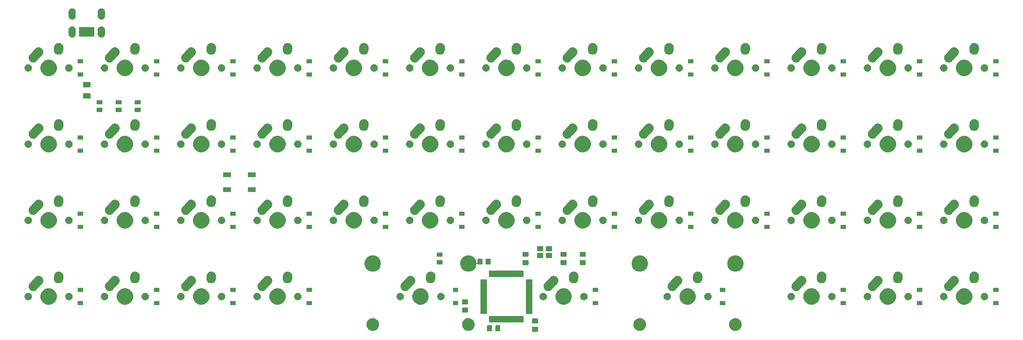
<source format=gbr>
G04 #@! TF.GenerationSoftware,KiCad,Pcbnew,(5.1.5)-3*
G04 #@! TF.CreationDate,2020-03-25T20:08:38+03:00*
G04 #@! TF.ProjectId,Bakers-dozen,42616b65-7273-42d6-946f-7a656e2e6b69,rev?*
G04 #@! TF.SameCoordinates,Original*
G04 #@! TF.FileFunction,Soldermask,Bot*
G04 #@! TF.FilePolarity,Negative*
%FSLAX46Y46*%
G04 Gerber Fmt 4.6, Leading zero omitted, Abs format (unit mm)*
G04 Created by KiCad (PCBNEW (5.1.5)-3) date 2020-03-25 20:08:38*
%MOMM*%
%LPD*%
G04 APERTURE LIST*
%ADD10C,0.100000*%
G04 APERTURE END LIST*
D10*
G36*
X160926827Y-134546223D02*
G01*
X160964597Y-134557681D01*
X160999407Y-134576288D01*
X161029921Y-134601329D01*
X161054962Y-134631843D01*
X161073569Y-134666653D01*
X161085027Y-134704423D01*
X161089500Y-134749844D01*
X161089500Y-135587656D01*
X161085027Y-135633077D01*
X161073569Y-135670847D01*
X161054962Y-135705657D01*
X161029921Y-135736171D01*
X160999407Y-135761212D01*
X160964597Y-135779819D01*
X160926827Y-135791277D01*
X160881406Y-135795750D01*
X159793594Y-135795750D01*
X159748173Y-135791277D01*
X159710403Y-135779819D01*
X159675593Y-135761212D01*
X159645079Y-135736171D01*
X159620038Y-135705657D01*
X159601431Y-135670847D01*
X159589973Y-135633077D01*
X159585500Y-135587656D01*
X159585500Y-134749844D01*
X159589973Y-134704423D01*
X159601431Y-134666653D01*
X159620038Y-134631843D01*
X159645079Y-134601329D01*
X159675593Y-134576288D01*
X159710403Y-134557681D01*
X159748173Y-134546223D01*
X159793594Y-134541750D01*
X160881406Y-134541750D01*
X160926827Y-134546223D01*
G37*
G36*
X151508077Y-134189973D02*
G01*
X151545847Y-134201431D01*
X151580657Y-134220038D01*
X151611171Y-134245079D01*
X151636212Y-134275593D01*
X151654819Y-134310403D01*
X151666277Y-134348173D01*
X151670750Y-134393594D01*
X151670750Y-135481406D01*
X151666277Y-135526827D01*
X151654819Y-135564597D01*
X151636212Y-135599407D01*
X151611171Y-135629921D01*
X151580657Y-135654962D01*
X151545847Y-135673569D01*
X151508077Y-135685027D01*
X151462656Y-135689500D01*
X150624844Y-135689500D01*
X150579423Y-135685027D01*
X150541653Y-135673569D01*
X150506843Y-135654962D01*
X150476329Y-135629921D01*
X150451288Y-135599407D01*
X150432681Y-135564597D01*
X150421223Y-135526827D01*
X150416750Y-135481406D01*
X150416750Y-134393594D01*
X150421223Y-134348173D01*
X150432681Y-134310403D01*
X150451288Y-134275593D01*
X150476329Y-134245079D01*
X150506843Y-134220038D01*
X150541653Y-134201431D01*
X150579423Y-134189973D01*
X150624844Y-134185500D01*
X151462656Y-134185500D01*
X151508077Y-134189973D01*
G37*
G36*
X149458077Y-134189973D02*
G01*
X149495847Y-134201431D01*
X149530657Y-134220038D01*
X149561171Y-134245079D01*
X149586212Y-134275593D01*
X149604819Y-134310403D01*
X149616277Y-134348173D01*
X149620750Y-134393594D01*
X149620750Y-135481406D01*
X149616277Y-135526827D01*
X149604819Y-135564597D01*
X149586212Y-135599407D01*
X149561171Y-135629921D01*
X149530657Y-135654962D01*
X149495847Y-135673569D01*
X149458077Y-135685027D01*
X149412656Y-135689500D01*
X148574844Y-135689500D01*
X148529423Y-135685027D01*
X148491653Y-135673569D01*
X148456843Y-135654962D01*
X148426329Y-135629921D01*
X148401288Y-135599407D01*
X148382681Y-135564597D01*
X148371223Y-135526827D01*
X148366750Y-135481406D01*
X148366750Y-134393594D01*
X148371223Y-134348173D01*
X148382681Y-134310403D01*
X148401288Y-134275593D01*
X148426329Y-134245079D01*
X148456843Y-134220038D01*
X148491653Y-134201431D01*
X148529423Y-134189973D01*
X148574844Y-134185500D01*
X149412656Y-134185500D01*
X149458077Y-134189973D01*
G37*
G36*
X143931583Y-132424090D02*
G01*
X144160202Y-132469564D01*
X144447016Y-132588367D01*
X144705142Y-132760841D01*
X144924659Y-132980358D01*
X145097133Y-133238484D01*
X145215936Y-133525298D01*
X145276500Y-133829778D01*
X145276500Y-134140222D01*
X145215936Y-134444702D01*
X145097133Y-134731516D01*
X144924659Y-134989642D01*
X144705142Y-135209159D01*
X144447016Y-135381633D01*
X144160202Y-135500436D01*
X143931583Y-135545910D01*
X143855724Y-135561000D01*
X143545276Y-135561000D01*
X143469417Y-135545910D01*
X143240798Y-135500436D01*
X142953984Y-135381633D01*
X142695858Y-135209159D01*
X142476341Y-134989642D01*
X142303867Y-134731516D01*
X142185064Y-134444702D01*
X142124500Y-134140222D01*
X142124500Y-133829778D01*
X142185064Y-133525298D01*
X142303867Y-133238484D01*
X142476341Y-132980358D01*
X142695858Y-132760841D01*
X142953984Y-132588367D01*
X143240798Y-132469564D01*
X143469417Y-132424090D01*
X143545276Y-132409000D01*
X143855724Y-132409000D01*
X143931583Y-132424090D01*
G37*
G36*
X186730583Y-132424090D02*
G01*
X186959202Y-132469564D01*
X187246016Y-132588367D01*
X187504142Y-132760841D01*
X187723659Y-132980358D01*
X187896133Y-133238484D01*
X188014936Y-133525298D01*
X188075500Y-133829778D01*
X188075500Y-134140222D01*
X188014936Y-134444702D01*
X187896133Y-134731516D01*
X187723659Y-134989642D01*
X187504142Y-135209159D01*
X187246016Y-135381633D01*
X186959202Y-135500436D01*
X186730583Y-135545910D01*
X186654724Y-135561000D01*
X186344276Y-135561000D01*
X186268417Y-135545910D01*
X186039798Y-135500436D01*
X185752984Y-135381633D01*
X185494858Y-135209159D01*
X185275341Y-134989642D01*
X185102867Y-134731516D01*
X184984064Y-134444702D01*
X184923500Y-134140222D01*
X184923500Y-133829778D01*
X184984064Y-133525298D01*
X185102867Y-133238484D01*
X185275341Y-132980358D01*
X185494858Y-132760841D01*
X185752984Y-132588367D01*
X186039798Y-132469564D01*
X186268417Y-132424090D01*
X186344276Y-132409000D01*
X186654724Y-132409000D01*
X186730583Y-132424090D01*
G37*
G36*
X120055583Y-132424090D02*
G01*
X120284202Y-132469564D01*
X120571016Y-132588367D01*
X120829142Y-132760841D01*
X121048659Y-132980358D01*
X121221133Y-133238484D01*
X121339936Y-133525298D01*
X121400500Y-133829778D01*
X121400500Y-134140222D01*
X121339936Y-134444702D01*
X121221133Y-134731516D01*
X121048659Y-134989642D01*
X120829142Y-135209159D01*
X120571016Y-135381633D01*
X120284202Y-135500436D01*
X120055583Y-135545910D01*
X119979724Y-135561000D01*
X119669276Y-135561000D01*
X119593417Y-135545910D01*
X119364798Y-135500436D01*
X119077984Y-135381633D01*
X118819858Y-135209159D01*
X118600341Y-134989642D01*
X118427867Y-134731516D01*
X118309064Y-134444702D01*
X118248500Y-134140222D01*
X118248500Y-133829778D01*
X118309064Y-133525298D01*
X118427867Y-133238484D01*
X118600341Y-132980358D01*
X118819858Y-132760841D01*
X119077984Y-132588367D01*
X119364798Y-132469564D01*
X119593417Y-132424090D01*
X119669276Y-132409000D01*
X119979724Y-132409000D01*
X120055583Y-132424090D01*
G37*
G36*
X210606583Y-132424090D02*
G01*
X210835202Y-132469564D01*
X211122016Y-132588367D01*
X211380142Y-132760841D01*
X211599659Y-132980358D01*
X211772133Y-133238484D01*
X211890936Y-133525298D01*
X211951500Y-133829778D01*
X211951500Y-134140222D01*
X211890936Y-134444702D01*
X211772133Y-134731516D01*
X211599659Y-134989642D01*
X211380142Y-135209159D01*
X211122016Y-135381633D01*
X210835202Y-135500436D01*
X210606583Y-135545910D01*
X210530724Y-135561000D01*
X210220276Y-135561000D01*
X210144417Y-135545910D01*
X209915798Y-135500436D01*
X209628984Y-135381633D01*
X209370858Y-135209159D01*
X209151341Y-134989642D01*
X208978867Y-134731516D01*
X208860064Y-134444702D01*
X208799500Y-134140222D01*
X208799500Y-133829778D01*
X208860064Y-133525298D01*
X208978867Y-133238484D01*
X209151341Y-132980358D01*
X209370858Y-132760841D01*
X209628984Y-132588367D01*
X209915798Y-132469564D01*
X210144417Y-132424090D01*
X210220276Y-132409000D01*
X210530724Y-132409000D01*
X210606583Y-132424090D01*
G37*
G36*
X160926827Y-132496223D02*
G01*
X160964597Y-132507681D01*
X160999407Y-132526288D01*
X161029921Y-132551329D01*
X161054962Y-132581843D01*
X161073569Y-132616653D01*
X161085027Y-132654423D01*
X161089500Y-132699844D01*
X161089500Y-133537656D01*
X161085027Y-133583077D01*
X161073569Y-133620847D01*
X161054962Y-133655657D01*
X161029921Y-133686171D01*
X160999407Y-133711212D01*
X160964597Y-133729819D01*
X160926827Y-133741277D01*
X160881406Y-133745750D01*
X159793594Y-133745750D01*
X159748173Y-133741277D01*
X159710403Y-133729819D01*
X159675593Y-133711212D01*
X159645079Y-133686171D01*
X159620038Y-133655657D01*
X159601431Y-133620847D01*
X159589973Y-133583077D01*
X159585500Y-133537656D01*
X159585500Y-132699844D01*
X159589973Y-132654423D01*
X159601431Y-132616653D01*
X159620038Y-132581843D01*
X159645079Y-132551329D01*
X159675593Y-132526288D01*
X159710403Y-132507681D01*
X159748173Y-132496223D01*
X159793594Y-132491750D01*
X160881406Y-132491750D01*
X160926827Y-132496223D01*
G37*
G36*
X157520750Y-133502000D02*
G01*
X148866750Y-133502000D01*
X148866750Y-131898000D01*
X157520750Y-131898000D01*
X157520750Y-133502000D01*
G37*
G36*
X148295750Y-131327000D02*
G01*
X146691750Y-131327000D01*
X146691750Y-122673000D01*
X148295750Y-122673000D01*
X148295750Y-131327000D01*
G37*
G36*
X159695750Y-131327000D02*
G01*
X158091750Y-131327000D01*
X158091750Y-122673000D01*
X159695750Y-122673000D01*
X159695750Y-131327000D01*
G37*
G36*
X143464327Y-129783723D02*
G01*
X143502097Y-129795181D01*
X143536907Y-129813788D01*
X143567421Y-129838829D01*
X143592462Y-129869343D01*
X143611069Y-129904153D01*
X143622527Y-129941923D01*
X143627000Y-129987344D01*
X143627000Y-130825156D01*
X143622527Y-130870577D01*
X143611069Y-130908347D01*
X143592462Y-130943157D01*
X143567421Y-130973671D01*
X143536907Y-130998712D01*
X143502097Y-131017319D01*
X143464327Y-131028777D01*
X143418906Y-131033250D01*
X142331094Y-131033250D01*
X142285673Y-131028777D01*
X142247903Y-131017319D01*
X142213093Y-130998712D01*
X142182579Y-130973671D01*
X142157538Y-130943157D01*
X142138931Y-130908347D01*
X142127473Y-130870577D01*
X142123000Y-130825156D01*
X142123000Y-129987344D01*
X142127473Y-129941923D01*
X142138931Y-129904153D01*
X142157538Y-129869343D01*
X142182579Y-129838829D01*
X142213093Y-129813788D01*
X142247903Y-129795181D01*
X142285673Y-129783723D01*
X142331094Y-129779250D01*
X143418906Y-129779250D01*
X143464327Y-129783723D01*
G37*
G36*
X85583250Y-129152000D02*
G01*
X84279250Y-129152000D01*
X84279250Y-128148000D01*
X85583250Y-128148000D01*
X85583250Y-129152000D01*
G37*
G36*
X237983250Y-129152000D02*
G01*
X236679250Y-129152000D01*
X236679250Y-128148000D01*
X237983250Y-128148000D01*
X237983250Y-129152000D01*
G37*
G36*
X207820750Y-129152000D02*
G01*
X206516750Y-129152000D01*
X206516750Y-128148000D01*
X207820750Y-128148000D01*
X207820750Y-129152000D01*
G37*
G36*
X176070750Y-129152000D02*
G01*
X174766750Y-129152000D01*
X174766750Y-128148000D01*
X176070750Y-128148000D01*
X176070750Y-129152000D01*
G37*
G36*
X141145750Y-129152000D02*
G01*
X139841750Y-129152000D01*
X139841750Y-128148000D01*
X141145750Y-128148000D01*
X141145750Y-129152000D01*
G37*
G36*
X104633250Y-129152000D02*
G01*
X103329250Y-129152000D01*
X103329250Y-128148000D01*
X104633250Y-128148000D01*
X104633250Y-129152000D01*
G37*
G36*
X66533250Y-129152000D02*
G01*
X65229250Y-129152000D01*
X65229250Y-128148000D01*
X66533250Y-128148000D01*
X66533250Y-129152000D01*
G37*
G36*
X47483250Y-129152000D02*
G01*
X46179250Y-129152000D01*
X46179250Y-128148000D01*
X47483250Y-128148000D01*
X47483250Y-129152000D01*
G37*
G36*
X257033250Y-129152000D02*
G01*
X255729250Y-129152000D01*
X255729250Y-128148000D01*
X257033250Y-128148000D01*
X257033250Y-129152000D01*
G37*
G36*
X276083250Y-129152000D02*
G01*
X274779250Y-129152000D01*
X274779250Y-128148000D01*
X276083250Y-128148000D01*
X276083250Y-129152000D01*
G37*
G36*
X77590516Y-125032722D02*
G01*
X77962845Y-125186946D01*
X77962847Y-125186947D01*
X78297935Y-125410846D01*
X78582904Y-125695815D01*
X78701295Y-125873000D01*
X78806804Y-126030905D01*
X78961028Y-126403234D01*
X79039650Y-126798495D01*
X79039650Y-127201505D01*
X78961028Y-127596766D01*
X78836445Y-127897535D01*
X78806803Y-127969097D01*
X78582904Y-128304185D01*
X78297935Y-128589154D01*
X77962847Y-128813053D01*
X77962846Y-128813054D01*
X77962845Y-128813054D01*
X77590516Y-128967278D01*
X77195255Y-129045900D01*
X76792245Y-129045900D01*
X76396984Y-128967278D01*
X76024655Y-128813054D01*
X76024654Y-128813054D01*
X76024653Y-128813053D01*
X75689565Y-128589154D01*
X75404596Y-128304185D01*
X75180697Y-127969097D01*
X75151055Y-127897535D01*
X75026472Y-127596766D01*
X74947850Y-127201505D01*
X74947850Y-126798495D01*
X75026472Y-126403234D01*
X75180696Y-126030905D01*
X75286205Y-125873000D01*
X75404596Y-125695815D01*
X75689565Y-125410846D01*
X76024653Y-125186947D01*
X76024655Y-125186946D01*
X76396984Y-125032722D01*
X76792245Y-124954100D01*
X77195255Y-124954100D01*
X77590516Y-125032722D01*
G37*
G36*
X199034266Y-125032722D02*
G01*
X199406595Y-125186946D01*
X199406597Y-125186947D01*
X199741685Y-125410846D01*
X200026654Y-125695815D01*
X200145045Y-125873000D01*
X200250554Y-126030905D01*
X200404778Y-126403234D01*
X200483400Y-126798495D01*
X200483400Y-127201505D01*
X200404778Y-127596766D01*
X200280195Y-127897535D01*
X200250553Y-127969097D01*
X200026654Y-128304185D01*
X199741685Y-128589154D01*
X199406597Y-128813053D01*
X199406596Y-128813054D01*
X199406595Y-128813054D01*
X199034266Y-128967278D01*
X198639005Y-129045900D01*
X198235995Y-129045900D01*
X197840734Y-128967278D01*
X197468405Y-128813054D01*
X197468404Y-128813054D01*
X197468403Y-128813053D01*
X197133315Y-128589154D01*
X196848346Y-128304185D01*
X196624447Y-127969097D01*
X196594805Y-127897535D01*
X196470222Y-127596766D01*
X196391600Y-127201505D01*
X196391600Y-126798495D01*
X196470222Y-126403234D01*
X196624446Y-126030905D01*
X196729955Y-125873000D01*
X196848346Y-125695815D01*
X197133315Y-125410846D01*
X197468403Y-125186947D01*
X197468405Y-125186946D01*
X197840734Y-125032722D01*
X198235995Y-124954100D01*
X198639005Y-124954100D01*
X199034266Y-125032722D01*
G37*
G36*
X268090516Y-125032722D02*
G01*
X268462845Y-125186946D01*
X268462847Y-125186947D01*
X268797935Y-125410846D01*
X269082904Y-125695815D01*
X269201295Y-125873000D01*
X269306804Y-126030905D01*
X269461028Y-126403234D01*
X269539650Y-126798495D01*
X269539650Y-127201505D01*
X269461028Y-127596766D01*
X269336445Y-127897535D01*
X269306803Y-127969097D01*
X269082904Y-128304185D01*
X268797935Y-128589154D01*
X268462847Y-128813053D01*
X268462846Y-128813054D01*
X268462845Y-128813054D01*
X268090516Y-128967278D01*
X267695255Y-129045900D01*
X267292245Y-129045900D01*
X266896984Y-128967278D01*
X266524655Y-128813054D01*
X266524654Y-128813054D01*
X266524653Y-128813053D01*
X266189565Y-128589154D01*
X265904596Y-128304185D01*
X265680697Y-127969097D01*
X265651055Y-127897535D01*
X265526472Y-127596766D01*
X265447850Y-127201505D01*
X265447850Y-126798495D01*
X265526472Y-126403234D01*
X265680696Y-126030905D01*
X265786205Y-125873000D01*
X265904596Y-125695815D01*
X266189565Y-125410846D01*
X266524653Y-125186947D01*
X266524655Y-125186946D01*
X266896984Y-125032722D01*
X267292245Y-124954100D01*
X267695255Y-124954100D01*
X268090516Y-125032722D01*
G37*
G36*
X249040516Y-125032722D02*
G01*
X249412845Y-125186946D01*
X249412847Y-125186947D01*
X249747935Y-125410846D01*
X250032904Y-125695815D01*
X250151295Y-125873000D01*
X250256804Y-126030905D01*
X250411028Y-126403234D01*
X250489650Y-126798495D01*
X250489650Y-127201505D01*
X250411028Y-127596766D01*
X250286445Y-127897535D01*
X250256803Y-127969097D01*
X250032904Y-128304185D01*
X249747935Y-128589154D01*
X249412847Y-128813053D01*
X249412846Y-128813054D01*
X249412845Y-128813054D01*
X249040516Y-128967278D01*
X248645255Y-129045900D01*
X248242245Y-129045900D01*
X247846984Y-128967278D01*
X247474655Y-128813054D01*
X247474654Y-128813054D01*
X247474653Y-128813053D01*
X247139565Y-128589154D01*
X246854596Y-128304185D01*
X246630697Y-127969097D01*
X246601055Y-127897535D01*
X246476472Y-127596766D01*
X246397850Y-127201505D01*
X246397850Y-126798495D01*
X246476472Y-126403234D01*
X246630696Y-126030905D01*
X246736205Y-125873000D01*
X246854596Y-125695815D01*
X247139565Y-125410846D01*
X247474653Y-125186947D01*
X247474655Y-125186946D01*
X247846984Y-125032722D01*
X248242245Y-124954100D01*
X248645255Y-124954100D01*
X249040516Y-125032722D01*
G37*
G36*
X39490516Y-125032722D02*
G01*
X39862845Y-125186946D01*
X39862847Y-125186947D01*
X40197935Y-125410846D01*
X40482904Y-125695815D01*
X40601295Y-125873000D01*
X40706804Y-126030905D01*
X40861028Y-126403234D01*
X40939650Y-126798495D01*
X40939650Y-127201505D01*
X40861028Y-127596766D01*
X40736445Y-127897535D01*
X40706803Y-127969097D01*
X40482904Y-128304185D01*
X40197935Y-128589154D01*
X39862847Y-128813053D01*
X39862846Y-128813054D01*
X39862845Y-128813054D01*
X39490516Y-128967278D01*
X39095255Y-129045900D01*
X38692245Y-129045900D01*
X38296984Y-128967278D01*
X37924655Y-128813054D01*
X37924654Y-128813054D01*
X37924653Y-128813053D01*
X37589565Y-128589154D01*
X37304596Y-128304185D01*
X37080697Y-127969097D01*
X37051055Y-127897535D01*
X36926472Y-127596766D01*
X36847850Y-127201505D01*
X36847850Y-126798495D01*
X36926472Y-126403234D01*
X37080696Y-126030905D01*
X37186205Y-125873000D01*
X37304596Y-125695815D01*
X37589565Y-125410846D01*
X37924653Y-125186947D01*
X37924655Y-125186946D01*
X38296984Y-125032722D01*
X38692245Y-124954100D01*
X39095255Y-124954100D01*
X39490516Y-125032722D01*
G37*
G36*
X229990516Y-125032722D02*
G01*
X230362845Y-125186946D01*
X230362847Y-125186947D01*
X230697935Y-125410846D01*
X230982904Y-125695815D01*
X231101295Y-125873000D01*
X231206804Y-126030905D01*
X231361028Y-126403234D01*
X231439650Y-126798495D01*
X231439650Y-127201505D01*
X231361028Y-127596766D01*
X231236445Y-127897535D01*
X231206803Y-127969097D01*
X230982904Y-128304185D01*
X230697935Y-128589154D01*
X230362847Y-128813053D01*
X230362846Y-128813054D01*
X230362845Y-128813054D01*
X229990516Y-128967278D01*
X229595255Y-129045900D01*
X229192245Y-129045900D01*
X228796984Y-128967278D01*
X228424655Y-128813054D01*
X228424654Y-128813054D01*
X228424653Y-128813053D01*
X228089565Y-128589154D01*
X227804596Y-128304185D01*
X227580697Y-127969097D01*
X227551055Y-127897535D01*
X227426472Y-127596766D01*
X227347850Y-127201505D01*
X227347850Y-126798495D01*
X227426472Y-126403234D01*
X227580696Y-126030905D01*
X227686205Y-125873000D01*
X227804596Y-125695815D01*
X228089565Y-125410846D01*
X228424653Y-125186947D01*
X228424655Y-125186946D01*
X228796984Y-125032722D01*
X229192245Y-124954100D01*
X229595255Y-124954100D01*
X229990516Y-125032722D01*
G37*
G36*
X58540516Y-125032722D02*
G01*
X58912845Y-125186946D01*
X58912847Y-125186947D01*
X59247935Y-125410846D01*
X59532904Y-125695815D01*
X59651295Y-125873000D01*
X59756804Y-126030905D01*
X59911028Y-126403234D01*
X59989650Y-126798495D01*
X59989650Y-127201505D01*
X59911028Y-127596766D01*
X59786445Y-127897535D01*
X59756803Y-127969097D01*
X59532904Y-128304185D01*
X59247935Y-128589154D01*
X58912847Y-128813053D01*
X58912846Y-128813054D01*
X58912845Y-128813054D01*
X58540516Y-128967278D01*
X58145255Y-129045900D01*
X57742245Y-129045900D01*
X57346984Y-128967278D01*
X56974655Y-128813054D01*
X56974654Y-128813054D01*
X56974653Y-128813053D01*
X56639565Y-128589154D01*
X56354596Y-128304185D01*
X56130697Y-127969097D01*
X56101055Y-127897535D01*
X55976472Y-127596766D01*
X55897850Y-127201505D01*
X55897850Y-126798495D01*
X55976472Y-126403234D01*
X56130696Y-126030905D01*
X56236205Y-125873000D01*
X56354596Y-125695815D01*
X56639565Y-125410846D01*
X56974653Y-125186947D01*
X56974655Y-125186946D01*
X57346984Y-125032722D01*
X57742245Y-124954100D01*
X58145255Y-124954100D01*
X58540516Y-125032722D01*
G37*
G36*
X96640516Y-125032722D02*
G01*
X97012845Y-125186946D01*
X97012847Y-125186947D01*
X97347935Y-125410846D01*
X97632904Y-125695815D01*
X97751295Y-125873000D01*
X97856804Y-126030905D01*
X98011028Y-126403234D01*
X98089650Y-126798495D01*
X98089650Y-127201505D01*
X98011028Y-127596766D01*
X97886445Y-127897535D01*
X97856803Y-127969097D01*
X97632904Y-128304185D01*
X97347935Y-128589154D01*
X97012847Y-128813053D01*
X97012846Y-128813054D01*
X97012845Y-128813054D01*
X96640516Y-128967278D01*
X96245255Y-129045900D01*
X95842245Y-129045900D01*
X95446984Y-128967278D01*
X95074655Y-128813054D01*
X95074654Y-128813054D01*
X95074653Y-128813053D01*
X94739565Y-128589154D01*
X94454596Y-128304185D01*
X94230697Y-127969097D01*
X94201055Y-127897535D01*
X94076472Y-127596766D01*
X93997850Y-127201505D01*
X93997850Y-126798495D01*
X94076472Y-126403234D01*
X94230696Y-126030905D01*
X94336205Y-125873000D01*
X94454596Y-125695815D01*
X94739565Y-125410846D01*
X95074653Y-125186947D01*
X95074655Y-125186946D01*
X95446984Y-125032722D01*
X95842245Y-124954100D01*
X96245255Y-124954100D01*
X96640516Y-125032722D01*
G37*
G36*
X168078016Y-125032722D02*
G01*
X168450345Y-125186946D01*
X168450347Y-125186947D01*
X168785435Y-125410846D01*
X169070404Y-125695815D01*
X169188795Y-125873000D01*
X169294304Y-126030905D01*
X169448528Y-126403234D01*
X169527150Y-126798495D01*
X169527150Y-127201505D01*
X169448528Y-127596766D01*
X169323945Y-127897535D01*
X169294303Y-127969097D01*
X169070404Y-128304185D01*
X168785435Y-128589154D01*
X168450347Y-128813053D01*
X168450346Y-128813054D01*
X168450345Y-128813054D01*
X168078016Y-128967278D01*
X167682755Y-129045900D01*
X167279745Y-129045900D01*
X166884484Y-128967278D01*
X166512155Y-128813054D01*
X166512154Y-128813054D01*
X166512153Y-128813053D01*
X166177065Y-128589154D01*
X165892096Y-128304185D01*
X165668197Y-127969097D01*
X165638555Y-127897535D01*
X165513972Y-127596766D01*
X165435350Y-127201505D01*
X165435350Y-126798495D01*
X165513972Y-126403234D01*
X165668196Y-126030905D01*
X165773705Y-125873000D01*
X165892096Y-125695815D01*
X166177065Y-125410846D01*
X166512153Y-125186947D01*
X166512155Y-125186946D01*
X166884484Y-125032722D01*
X167279745Y-124954100D01*
X167682755Y-124954100D01*
X168078016Y-125032722D01*
G37*
G36*
X132359266Y-125032722D02*
G01*
X132731595Y-125186946D01*
X132731597Y-125186947D01*
X133066685Y-125410846D01*
X133351654Y-125695815D01*
X133470045Y-125873000D01*
X133575554Y-126030905D01*
X133729778Y-126403234D01*
X133808400Y-126798495D01*
X133808400Y-127201505D01*
X133729778Y-127596766D01*
X133605195Y-127897535D01*
X133575553Y-127969097D01*
X133351654Y-128304185D01*
X133066685Y-128589154D01*
X132731597Y-128813053D01*
X132731596Y-128813054D01*
X132731595Y-128813054D01*
X132359266Y-128967278D01*
X131964005Y-129045900D01*
X131560995Y-129045900D01*
X131165734Y-128967278D01*
X130793405Y-128813054D01*
X130793404Y-128813054D01*
X130793403Y-128813053D01*
X130458315Y-128589154D01*
X130173346Y-128304185D01*
X129949447Y-127969097D01*
X129919805Y-127897535D01*
X129795222Y-127596766D01*
X129716600Y-127201505D01*
X129716600Y-126798495D01*
X129795222Y-126403234D01*
X129949446Y-126030905D01*
X130054955Y-125873000D01*
X130173346Y-125695815D01*
X130458315Y-125410846D01*
X130793403Y-125186947D01*
X130793405Y-125186946D01*
X131165734Y-125032722D01*
X131560995Y-124954100D01*
X131964005Y-124954100D01*
X132359266Y-125032722D01*
G37*
G36*
X143464327Y-127733723D02*
G01*
X143502097Y-127745181D01*
X143536907Y-127763788D01*
X143567421Y-127788829D01*
X143592462Y-127819343D01*
X143611069Y-127854153D01*
X143622527Y-127891923D01*
X143627000Y-127937344D01*
X143627000Y-128775156D01*
X143622527Y-128820577D01*
X143611069Y-128858347D01*
X143592462Y-128893157D01*
X143567421Y-128923671D01*
X143536907Y-128948712D01*
X143502097Y-128967319D01*
X143464327Y-128978777D01*
X143418906Y-128983250D01*
X142331094Y-128983250D01*
X142285673Y-128978777D01*
X142247903Y-128967319D01*
X142213093Y-128948712D01*
X142182579Y-128923671D01*
X142157538Y-128893157D01*
X142138931Y-128858347D01*
X142127473Y-128820577D01*
X142123000Y-128775156D01*
X142123000Y-127937344D01*
X142127473Y-127891923D01*
X142138931Y-127854153D01*
X142157538Y-127819343D01*
X142182579Y-127788829D01*
X142213093Y-127763788D01*
X142247903Y-127745181D01*
X142285673Y-127733723D01*
X142331094Y-127729250D01*
X143418906Y-127729250D01*
X143464327Y-127733723D01*
G37*
G36*
X162611948Y-126096749D02*
G01*
X162671646Y-126108624D01*
X162840349Y-126178504D01*
X162992178Y-126279952D01*
X163121298Y-126409072D01*
X163222746Y-126560901D01*
X163292626Y-126729604D01*
X163328250Y-126908699D01*
X163328250Y-127091301D01*
X163292626Y-127270396D01*
X163222746Y-127439099D01*
X163121298Y-127590928D01*
X162992178Y-127720048D01*
X162840349Y-127821496D01*
X162671646Y-127891376D01*
X162640682Y-127897535D01*
X162492553Y-127927000D01*
X162309947Y-127927000D01*
X162161818Y-127897535D01*
X162130854Y-127891376D01*
X161962151Y-127821496D01*
X161810322Y-127720048D01*
X161681202Y-127590928D01*
X161579754Y-127439099D01*
X161509874Y-127270396D01*
X161474250Y-127091301D01*
X161474250Y-126908699D01*
X161509874Y-126729604D01*
X161579754Y-126560901D01*
X161681202Y-126409072D01*
X161810322Y-126279952D01*
X161962151Y-126178504D01*
X162130854Y-126108624D01*
X162190552Y-126096749D01*
X162309947Y-126073000D01*
X162492553Y-126073000D01*
X162611948Y-126096749D01*
G37*
G36*
X172771948Y-126096749D02*
G01*
X172831646Y-126108624D01*
X173000349Y-126178504D01*
X173152178Y-126279952D01*
X173281298Y-126409072D01*
X173382746Y-126560901D01*
X173452626Y-126729604D01*
X173488250Y-126908699D01*
X173488250Y-127091301D01*
X173452626Y-127270396D01*
X173382746Y-127439099D01*
X173281298Y-127590928D01*
X173152178Y-127720048D01*
X173000349Y-127821496D01*
X172831646Y-127891376D01*
X172800682Y-127897535D01*
X172652553Y-127927000D01*
X172469947Y-127927000D01*
X172321818Y-127897535D01*
X172290854Y-127891376D01*
X172122151Y-127821496D01*
X171970322Y-127720048D01*
X171841202Y-127590928D01*
X171739754Y-127439099D01*
X171669874Y-127270396D01*
X171634250Y-127091301D01*
X171634250Y-126908699D01*
X171669874Y-126729604D01*
X171739754Y-126560901D01*
X171841202Y-126409072D01*
X171970322Y-126279952D01*
X172122151Y-126178504D01*
X172290854Y-126108624D01*
X172350552Y-126096749D01*
X172469947Y-126073000D01*
X172652553Y-126073000D01*
X172771948Y-126096749D01*
G37*
G36*
X72124448Y-126096749D02*
G01*
X72184146Y-126108624D01*
X72352849Y-126178504D01*
X72504678Y-126279952D01*
X72633798Y-126409072D01*
X72735246Y-126560901D01*
X72805126Y-126729604D01*
X72840750Y-126908699D01*
X72840750Y-127091301D01*
X72805126Y-127270396D01*
X72735246Y-127439099D01*
X72633798Y-127590928D01*
X72504678Y-127720048D01*
X72352849Y-127821496D01*
X72184146Y-127891376D01*
X72153182Y-127897535D01*
X72005053Y-127927000D01*
X71822447Y-127927000D01*
X71674318Y-127897535D01*
X71643354Y-127891376D01*
X71474651Y-127821496D01*
X71322822Y-127720048D01*
X71193702Y-127590928D01*
X71092254Y-127439099D01*
X71022374Y-127270396D01*
X70986750Y-127091301D01*
X70986750Y-126908699D01*
X71022374Y-126729604D01*
X71092254Y-126560901D01*
X71193702Y-126409072D01*
X71322822Y-126279952D01*
X71474651Y-126178504D01*
X71643354Y-126108624D01*
X71703052Y-126096749D01*
X71822447Y-126073000D01*
X72005053Y-126073000D01*
X72124448Y-126096749D01*
G37*
G36*
X82284448Y-126096749D02*
G01*
X82344146Y-126108624D01*
X82512849Y-126178504D01*
X82664678Y-126279952D01*
X82793798Y-126409072D01*
X82895246Y-126560901D01*
X82965126Y-126729604D01*
X83000750Y-126908699D01*
X83000750Y-127091301D01*
X82965126Y-127270396D01*
X82895246Y-127439099D01*
X82793798Y-127590928D01*
X82664678Y-127720048D01*
X82512849Y-127821496D01*
X82344146Y-127891376D01*
X82313182Y-127897535D01*
X82165053Y-127927000D01*
X81982447Y-127927000D01*
X81834318Y-127897535D01*
X81803354Y-127891376D01*
X81634651Y-127821496D01*
X81482822Y-127720048D01*
X81353702Y-127590928D01*
X81252254Y-127439099D01*
X81182374Y-127270396D01*
X81146750Y-127091301D01*
X81146750Y-126908699D01*
X81182374Y-126729604D01*
X81252254Y-126560901D01*
X81353702Y-126409072D01*
X81482822Y-126279952D01*
X81634651Y-126178504D01*
X81803354Y-126108624D01*
X81863052Y-126096749D01*
X81982447Y-126073000D01*
X82165053Y-126073000D01*
X82284448Y-126096749D01*
G37*
G36*
X91174448Y-126096749D02*
G01*
X91234146Y-126108624D01*
X91402849Y-126178504D01*
X91554678Y-126279952D01*
X91683798Y-126409072D01*
X91785246Y-126560901D01*
X91855126Y-126729604D01*
X91890750Y-126908699D01*
X91890750Y-127091301D01*
X91855126Y-127270396D01*
X91785246Y-127439099D01*
X91683798Y-127590928D01*
X91554678Y-127720048D01*
X91402849Y-127821496D01*
X91234146Y-127891376D01*
X91203182Y-127897535D01*
X91055053Y-127927000D01*
X90872447Y-127927000D01*
X90724318Y-127897535D01*
X90693354Y-127891376D01*
X90524651Y-127821496D01*
X90372822Y-127720048D01*
X90243702Y-127590928D01*
X90142254Y-127439099D01*
X90072374Y-127270396D01*
X90036750Y-127091301D01*
X90036750Y-126908699D01*
X90072374Y-126729604D01*
X90142254Y-126560901D01*
X90243702Y-126409072D01*
X90372822Y-126279952D01*
X90524651Y-126178504D01*
X90693354Y-126108624D01*
X90753052Y-126096749D01*
X90872447Y-126073000D01*
X91055053Y-126073000D01*
X91174448Y-126096749D01*
G37*
G36*
X137053198Y-126096749D02*
G01*
X137112896Y-126108624D01*
X137281599Y-126178504D01*
X137433428Y-126279952D01*
X137562548Y-126409072D01*
X137663996Y-126560901D01*
X137733876Y-126729604D01*
X137769500Y-126908699D01*
X137769500Y-127091301D01*
X137733876Y-127270396D01*
X137663996Y-127439099D01*
X137562548Y-127590928D01*
X137433428Y-127720048D01*
X137281599Y-127821496D01*
X137112896Y-127891376D01*
X137081932Y-127897535D01*
X136933803Y-127927000D01*
X136751197Y-127927000D01*
X136603068Y-127897535D01*
X136572104Y-127891376D01*
X136403401Y-127821496D01*
X136251572Y-127720048D01*
X136122452Y-127590928D01*
X136021004Y-127439099D01*
X135951124Y-127270396D01*
X135915500Y-127091301D01*
X135915500Y-126908699D01*
X135951124Y-126729604D01*
X136021004Y-126560901D01*
X136122452Y-126409072D01*
X136251572Y-126279952D01*
X136403401Y-126178504D01*
X136572104Y-126108624D01*
X136631802Y-126096749D01*
X136751197Y-126073000D01*
X136933803Y-126073000D01*
X137053198Y-126096749D01*
G37*
G36*
X101334448Y-126096749D02*
G01*
X101394146Y-126108624D01*
X101562849Y-126178504D01*
X101714678Y-126279952D01*
X101843798Y-126409072D01*
X101945246Y-126560901D01*
X102015126Y-126729604D01*
X102050750Y-126908699D01*
X102050750Y-127091301D01*
X102015126Y-127270396D01*
X101945246Y-127439099D01*
X101843798Y-127590928D01*
X101714678Y-127720048D01*
X101562849Y-127821496D01*
X101394146Y-127891376D01*
X101363182Y-127897535D01*
X101215053Y-127927000D01*
X101032447Y-127927000D01*
X100884318Y-127897535D01*
X100853354Y-127891376D01*
X100684651Y-127821496D01*
X100532822Y-127720048D01*
X100403702Y-127590928D01*
X100302254Y-127439099D01*
X100232374Y-127270396D01*
X100196750Y-127091301D01*
X100196750Y-126908699D01*
X100232374Y-126729604D01*
X100302254Y-126560901D01*
X100403702Y-126409072D01*
X100532822Y-126279952D01*
X100684651Y-126178504D01*
X100853354Y-126108624D01*
X100913052Y-126096749D01*
X101032447Y-126073000D01*
X101215053Y-126073000D01*
X101334448Y-126096749D01*
G37*
G36*
X203728198Y-126096749D02*
G01*
X203787896Y-126108624D01*
X203956599Y-126178504D01*
X204108428Y-126279952D01*
X204237548Y-126409072D01*
X204338996Y-126560901D01*
X204408876Y-126729604D01*
X204444500Y-126908699D01*
X204444500Y-127091301D01*
X204408876Y-127270396D01*
X204338996Y-127439099D01*
X204237548Y-127590928D01*
X204108428Y-127720048D01*
X203956599Y-127821496D01*
X203787896Y-127891376D01*
X203756932Y-127897535D01*
X203608803Y-127927000D01*
X203426197Y-127927000D01*
X203278068Y-127897535D01*
X203247104Y-127891376D01*
X203078401Y-127821496D01*
X202926572Y-127720048D01*
X202797452Y-127590928D01*
X202696004Y-127439099D01*
X202626124Y-127270396D01*
X202590500Y-127091301D01*
X202590500Y-126908699D01*
X202626124Y-126729604D01*
X202696004Y-126560901D01*
X202797452Y-126409072D01*
X202926572Y-126279952D01*
X203078401Y-126178504D01*
X203247104Y-126108624D01*
X203306802Y-126096749D01*
X203426197Y-126073000D01*
X203608803Y-126073000D01*
X203728198Y-126096749D01*
G37*
G36*
X193568198Y-126096749D02*
G01*
X193627896Y-126108624D01*
X193796599Y-126178504D01*
X193948428Y-126279952D01*
X194077548Y-126409072D01*
X194178996Y-126560901D01*
X194248876Y-126729604D01*
X194284500Y-126908699D01*
X194284500Y-127091301D01*
X194248876Y-127270396D01*
X194178996Y-127439099D01*
X194077548Y-127590928D01*
X193948428Y-127720048D01*
X193796599Y-127821496D01*
X193627896Y-127891376D01*
X193596932Y-127897535D01*
X193448803Y-127927000D01*
X193266197Y-127927000D01*
X193118068Y-127897535D01*
X193087104Y-127891376D01*
X192918401Y-127821496D01*
X192766572Y-127720048D01*
X192637452Y-127590928D01*
X192536004Y-127439099D01*
X192466124Y-127270396D01*
X192430500Y-127091301D01*
X192430500Y-126908699D01*
X192466124Y-126729604D01*
X192536004Y-126560901D01*
X192637452Y-126409072D01*
X192766572Y-126279952D01*
X192918401Y-126178504D01*
X193087104Y-126108624D01*
X193146802Y-126096749D01*
X193266197Y-126073000D01*
X193448803Y-126073000D01*
X193568198Y-126096749D01*
G37*
G36*
X44184448Y-126096749D02*
G01*
X44244146Y-126108624D01*
X44412849Y-126178504D01*
X44564678Y-126279952D01*
X44693798Y-126409072D01*
X44795246Y-126560901D01*
X44865126Y-126729604D01*
X44900750Y-126908699D01*
X44900750Y-127091301D01*
X44865126Y-127270396D01*
X44795246Y-127439099D01*
X44693798Y-127590928D01*
X44564678Y-127720048D01*
X44412849Y-127821496D01*
X44244146Y-127891376D01*
X44213182Y-127897535D01*
X44065053Y-127927000D01*
X43882447Y-127927000D01*
X43734318Y-127897535D01*
X43703354Y-127891376D01*
X43534651Y-127821496D01*
X43382822Y-127720048D01*
X43253702Y-127590928D01*
X43152254Y-127439099D01*
X43082374Y-127270396D01*
X43046750Y-127091301D01*
X43046750Y-126908699D01*
X43082374Y-126729604D01*
X43152254Y-126560901D01*
X43253702Y-126409072D01*
X43382822Y-126279952D01*
X43534651Y-126178504D01*
X43703354Y-126108624D01*
X43763052Y-126096749D01*
X43882447Y-126073000D01*
X44065053Y-126073000D01*
X44184448Y-126096749D01*
G37*
G36*
X53074448Y-126096749D02*
G01*
X53134146Y-126108624D01*
X53302849Y-126178504D01*
X53454678Y-126279952D01*
X53583798Y-126409072D01*
X53685246Y-126560901D01*
X53755126Y-126729604D01*
X53790750Y-126908699D01*
X53790750Y-127091301D01*
X53755126Y-127270396D01*
X53685246Y-127439099D01*
X53583798Y-127590928D01*
X53454678Y-127720048D01*
X53302849Y-127821496D01*
X53134146Y-127891376D01*
X53103182Y-127897535D01*
X52955053Y-127927000D01*
X52772447Y-127927000D01*
X52624318Y-127897535D01*
X52593354Y-127891376D01*
X52424651Y-127821496D01*
X52272822Y-127720048D01*
X52143702Y-127590928D01*
X52042254Y-127439099D01*
X51972374Y-127270396D01*
X51936750Y-127091301D01*
X51936750Y-126908699D01*
X51972374Y-126729604D01*
X52042254Y-126560901D01*
X52143702Y-126409072D01*
X52272822Y-126279952D01*
X52424651Y-126178504D01*
X52593354Y-126108624D01*
X52653052Y-126096749D01*
X52772447Y-126073000D01*
X52955053Y-126073000D01*
X53074448Y-126096749D01*
G37*
G36*
X126893198Y-126096749D02*
G01*
X126952896Y-126108624D01*
X127121599Y-126178504D01*
X127273428Y-126279952D01*
X127402548Y-126409072D01*
X127503996Y-126560901D01*
X127573876Y-126729604D01*
X127609500Y-126908699D01*
X127609500Y-127091301D01*
X127573876Y-127270396D01*
X127503996Y-127439099D01*
X127402548Y-127590928D01*
X127273428Y-127720048D01*
X127121599Y-127821496D01*
X126952896Y-127891376D01*
X126921932Y-127897535D01*
X126773803Y-127927000D01*
X126591197Y-127927000D01*
X126443068Y-127897535D01*
X126412104Y-127891376D01*
X126243401Y-127821496D01*
X126091572Y-127720048D01*
X125962452Y-127590928D01*
X125861004Y-127439099D01*
X125791124Y-127270396D01*
X125755500Y-127091301D01*
X125755500Y-126908699D01*
X125791124Y-126729604D01*
X125861004Y-126560901D01*
X125962452Y-126409072D01*
X126091572Y-126279952D01*
X126243401Y-126178504D01*
X126412104Y-126108624D01*
X126471802Y-126096749D01*
X126591197Y-126073000D01*
X126773803Y-126073000D01*
X126893198Y-126096749D01*
G37*
G36*
X224524448Y-126096749D02*
G01*
X224584146Y-126108624D01*
X224752849Y-126178504D01*
X224904678Y-126279952D01*
X225033798Y-126409072D01*
X225135246Y-126560901D01*
X225205126Y-126729604D01*
X225240750Y-126908699D01*
X225240750Y-127091301D01*
X225205126Y-127270396D01*
X225135246Y-127439099D01*
X225033798Y-127590928D01*
X224904678Y-127720048D01*
X224752849Y-127821496D01*
X224584146Y-127891376D01*
X224553182Y-127897535D01*
X224405053Y-127927000D01*
X224222447Y-127927000D01*
X224074318Y-127897535D01*
X224043354Y-127891376D01*
X223874651Y-127821496D01*
X223722822Y-127720048D01*
X223593702Y-127590928D01*
X223492254Y-127439099D01*
X223422374Y-127270396D01*
X223386750Y-127091301D01*
X223386750Y-126908699D01*
X223422374Y-126729604D01*
X223492254Y-126560901D01*
X223593702Y-126409072D01*
X223722822Y-126279952D01*
X223874651Y-126178504D01*
X224043354Y-126108624D01*
X224103052Y-126096749D01*
X224222447Y-126073000D01*
X224405053Y-126073000D01*
X224524448Y-126096749D01*
G37*
G36*
X234684448Y-126096749D02*
G01*
X234744146Y-126108624D01*
X234912849Y-126178504D01*
X235064678Y-126279952D01*
X235193798Y-126409072D01*
X235295246Y-126560901D01*
X235365126Y-126729604D01*
X235400750Y-126908699D01*
X235400750Y-127091301D01*
X235365126Y-127270396D01*
X235295246Y-127439099D01*
X235193798Y-127590928D01*
X235064678Y-127720048D01*
X234912849Y-127821496D01*
X234744146Y-127891376D01*
X234713182Y-127897535D01*
X234565053Y-127927000D01*
X234382447Y-127927000D01*
X234234318Y-127897535D01*
X234203354Y-127891376D01*
X234034651Y-127821496D01*
X233882822Y-127720048D01*
X233753702Y-127590928D01*
X233652254Y-127439099D01*
X233582374Y-127270396D01*
X233546750Y-127091301D01*
X233546750Y-126908699D01*
X233582374Y-126729604D01*
X233652254Y-126560901D01*
X233753702Y-126409072D01*
X233882822Y-126279952D01*
X234034651Y-126178504D01*
X234203354Y-126108624D01*
X234263052Y-126096749D01*
X234382447Y-126073000D01*
X234565053Y-126073000D01*
X234684448Y-126096749D01*
G37*
G36*
X243574448Y-126096749D02*
G01*
X243634146Y-126108624D01*
X243802849Y-126178504D01*
X243954678Y-126279952D01*
X244083798Y-126409072D01*
X244185246Y-126560901D01*
X244255126Y-126729604D01*
X244290750Y-126908699D01*
X244290750Y-127091301D01*
X244255126Y-127270396D01*
X244185246Y-127439099D01*
X244083798Y-127590928D01*
X243954678Y-127720048D01*
X243802849Y-127821496D01*
X243634146Y-127891376D01*
X243603182Y-127897535D01*
X243455053Y-127927000D01*
X243272447Y-127927000D01*
X243124318Y-127897535D01*
X243093354Y-127891376D01*
X242924651Y-127821496D01*
X242772822Y-127720048D01*
X242643702Y-127590928D01*
X242542254Y-127439099D01*
X242472374Y-127270396D01*
X242436750Y-127091301D01*
X242436750Y-126908699D01*
X242472374Y-126729604D01*
X242542254Y-126560901D01*
X242643702Y-126409072D01*
X242772822Y-126279952D01*
X242924651Y-126178504D01*
X243093354Y-126108624D01*
X243153052Y-126096749D01*
X243272447Y-126073000D01*
X243455053Y-126073000D01*
X243574448Y-126096749D01*
G37*
G36*
X253734448Y-126096749D02*
G01*
X253794146Y-126108624D01*
X253962849Y-126178504D01*
X254114678Y-126279952D01*
X254243798Y-126409072D01*
X254345246Y-126560901D01*
X254415126Y-126729604D01*
X254450750Y-126908699D01*
X254450750Y-127091301D01*
X254415126Y-127270396D01*
X254345246Y-127439099D01*
X254243798Y-127590928D01*
X254114678Y-127720048D01*
X253962849Y-127821496D01*
X253794146Y-127891376D01*
X253763182Y-127897535D01*
X253615053Y-127927000D01*
X253432447Y-127927000D01*
X253284318Y-127897535D01*
X253253354Y-127891376D01*
X253084651Y-127821496D01*
X252932822Y-127720048D01*
X252803702Y-127590928D01*
X252702254Y-127439099D01*
X252632374Y-127270396D01*
X252596750Y-127091301D01*
X252596750Y-126908699D01*
X252632374Y-126729604D01*
X252702254Y-126560901D01*
X252803702Y-126409072D01*
X252932822Y-126279952D01*
X253084651Y-126178504D01*
X253253354Y-126108624D01*
X253313052Y-126096749D01*
X253432447Y-126073000D01*
X253615053Y-126073000D01*
X253734448Y-126096749D01*
G37*
G36*
X262624448Y-126096749D02*
G01*
X262684146Y-126108624D01*
X262852849Y-126178504D01*
X263004678Y-126279952D01*
X263133798Y-126409072D01*
X263235246Y-126560901D01*
X263305126Y-126729604D01*
X263340750Y-126908699D01*
X263340750Y-127091301D01*
X263305126Y-127270396D01*
X263235246Y-127439099D01*
X263133798Y-127590928D01*
X263004678Y-127720048D01*
X262852849Y-127821496D01*
X262684146Y-127891376D01*
X262653182Y-127897535D01*
X262505053Y-127927000D01*
X262322447Y-127927000D01*
X262174318Y-127897535D01*
X262143354Y-127891376D01*
X261974651Y-127821496D01*
X261822822Y-127720048D01*
X261693702Y-127590928D01*
X261592254Y-127439099D01*
X261522374Y-127270396D01*
X261486750Y-127091301D01*
X261486750Y-126908699D01*
X261522374Y-126729604D01*
X261592254Y-126560901D01*
X261693702Y-126409072D01*
X261822822Y-126279952D01*
X261974651Y-126178504D01*
X262143354Y-126108624D01*
X262203052Y-126096749D01*
X262322447Y-126073000D01*
X262505053Y-126073000D01*
X262624448Y-126096749D01*
G37*
G36*
X272784448Y-126096749D02*
G01*
X272844146Y-126108624D01*
X273012849Y-126178504D01*
X273164678Y-126279952D01*
X273293798Y-126409072D01*
X273395246Y-126560901D01*
X273465126Y-126729604D01*
X273500750Y-126908699D01*
X273500750Y-127091301D01*
X273465126Y-127270396D01*
X273395246Y-127439099D01*
X273293798Y-127590928D01*
X273164678Y-127720048D01*
X273012849Y-127821496D01*
X272844146Y-127891376D01*
X272813182Y-127897535D01*
X272665053Y-127927000D01*
X272482447Y-127927000D01*
X272334318Y-127897535D01*
X272303354Y-127891376D01*
X272134651Y-127821496D01*
X271982822Y-127720048D01*
X271853702Y-127590928D01*
X271752254Y-127439099D01*
X271682374Y-127270396D01*
X271646750Y-127091301D01*
X271646750Y-126908699D01*
X271682374Y-126729604D01*
X271752254Y-126560901D01*
X271853702Y-126409072D01*
X271982822Y-126279952D01*
X272134651Y-126178504D01*
X272303354Y-126108624D01*
X272363052Y-126096749D01*
X272482447Y-126073000D01*
X272665053Y-126073000D01*
X272784448Y-126096749D01*
G37*
G36*
X63234448Y-126096749D02*
G01*
X63294146Y-126108624D01*
X63462849Y-126178504D01*
X63614678Y-126279952D01*
X63743798Y-126409072D01*
X63845246Y-126560901D01*
X63915126Y-126729604D01*
X63950750Y-126908699D01*
X63950750Y-127091301D01*
X63915126Y-127270396D01*
X63845246Y-127439099D01*
X63743798Y-127590928D01*
X63614678Y-127720048D01*
X63462849Y-127821496D01*
X63294146Y-127891376D01*
X63263182Y-127897535D01*
X63115053Y-127927000D01*
X62932447Y-127927000D01*
X62784318Y-127897535D01*
X62753354Y-127891376D01*
X62584651Y-127821496D01*
X62432822Y-127720048D01*
X62303702Y-127590928D01*
X62202254Y-127439099D01*
X62132374Y-127270396D01*
X62096750Y-127091301D01*
X62096750Y-126908699D01*
X62132374Y-126729604D01*
X62202254Y-126560901D01*
X62303702Y-126409072D01*
X62432822Y-126279952D01*
X62584651Y-126178504D01*
X62753354Y-126108624D01*
X62813052Y-126096749D01*
X62932447Y-126073000D01*
X63115053Y-126073000D01*
X63234448Y-126096749D01*
G37*
G36*
X34024448Y-126096749D02*
G01*
X34084146Y-126108624D01*
X34252849Y-126178504D01*
X34404678Y-126279952D01*
X34533798Y-126409072D01*
X34635246Y-126560901D01*
X34705126Y-126729604D01*
X34740750Y-126908699D01*
X34740750Y-127091301D01*
X34705126Y-127270396D01*
X34635246Y-127439099D01*
X34533798Y-127590928D01*
X34404678Y-127720048D01*
X34252849Y-127821496D01*
X34084146Y-127891376D01*
X34053182Y-127897535D01*
X33905053Y-127927000D01*
X33722447Y-127927000D01*
X33574318Y-127897535D01*
X33543354Y-127891376D01*
X33374651Y-127821496D01*
X33222822Y-127720048D01*
X33093702Y-127590928D01*
X32992254Y-127439099D01*
X32922374Y-127270396D01*
X32886750Y-127091301D01*
X32886750Y-126908699D01*
X32922374Y-126729604D01*
X32992254Y-126560901D01*
X33093702Y-126409072D01*
X33222822Y-126279952D01*
X33374651Y-126178504D01*
X33543354Y-126108624D01*
X33603052Y-126096749D01*
X33722447Y-126073000D01*
X33905053Y-126073000D01*
X34024448Y-126096749D01*
G37*
G36*
X141145750Y-125852000D02*
G01*
X139841750Y-125852000D01*
X139841750Y-124848000D01*
X141145750Y-124848000D01*
X141145750Y-125852000D01*
G37*
G36*
X104633250Y-125852000D02*
G01*
X103329250Y-125852000D01*
X103329250Y-124848000D01*
X104633250Y-124848000D01*
X104633250Y-125852000D01*
G37*
G36*
X85583250Y-125852000D02*
G01*
X84279250Y-125852000D01*
X84279250Y-124848000D01*
X85583250Y-124848000D01*
X85583250Y-125852000D01*
G37*
G36*
X66533250Y-125852000D02*
G01*
X65229250Y-125852000D01*
X65229250Y-124848000D01*
X66533250Y-124848000D01*
X66533250Y-125852000D01*
G37*
G36*
X176070750Y-125852000D02*
G01*
X174766750Y-125852000D01*
X174766750Y-124848000D01*
X176070750Y-124848000D01*
X176070750Y-125852000D01*
G37*
G36*
X207820750Y-125852000D02*
G01*
X206516750Y-125852000D01*
X206516750Y-124848000D01*
X207820750Y-124848000D01*
X207820750Y-125852000D01*
G37*
G36*
X237983250Y-125852000D02*
G01*
X236679250Y-125852000D01*
X236679250Y-124848000D01*
X237983250Y-124848000D01*
X237983250Y-125852000D01*
G37*
G36*
X47483250Y-125852000D02*
G01*
X46179250Y-125852000D01*
X46179250Y-124848000D01*
X47483250Y-124848000D01*
X47483250Y-125852000D01*
G37*
G36*
X257033250Y-125852000D02*
G01*
X255729250Y-125852000D01*
X255729250Y-124848000D01*
X257033250Y-124848000D01*
X257033250Y-125852000D01*
G37*
G36*
X276083250Y-125852000D02*
G01*
X274779250Y-125852000D01*
X274779250Y-124848000D01*
X276083250Y-124848000D01*
X276083250Y-125852000D01*
G37*
G36*
X55466927Y-121822879D02*
G01*
X55472415Y-121823000D01*
X55559677Y-121823000D01*
X55575967Y-121826240D01*
X55594840Y-121828521D01*
X55608960Y-121829143D01*
X55611425Y-121829252D01*
X55696124Y-121850018D01*
X55701504Y-121851211D01*
X55787068Y-121868231D01*
X55802416Y-121874588D01*
X55820483Y-121880507D01*
X55836607Y-121884460D01*
X55915623Y-121921348D01*
X55920664Y-121923568D01*
X55944412Y-121933405D01*
X56001269Y-121956956D01*
X56015081Y-121966185D01*
X56031648Y-121975514D01*
X56046686Y-121982535D01*
X56116998Y-122034137D01*
X56121500Y-122037292D01*
X56194044Y-122085764D01*
X56205791Y-122097511D01*
X56220215Y-122109889D01*
X56233597Y-122119710D01*
X56292499Y-122184048D01*
X56296286Y-122188006D01*
X56357986Y-122249706D01*
X56357988Y-122249709D01*
X56367213Y-122263515D01*
X56378948Y-122278474D01*
X56387378Y-122287683D01*
X56390158Y-122290719D01*
X56435386Y-122365327D01*
X56438318Y-122369932D01*
X56486794Y-122442481D01*
X56486795Y-122442483D01*
X56493147Y-122457818D01*
X56501739Y-122474782D01*
X56510348Y-122488984D01*
X56540146Y-122570968D01*
X56542135Y-122576085D01*
X56575519Y-122656682D01*
X56578758Y-122672966D01*
X56583873Y-122691271D01*
X56589548Y-122706885D01*
X56602785Y-122793142D01*
X56603733Y-122798523D01*
X56620750Y-122884074D01*
X56620750Y-122900678D01*
X56622196Y-122919632D01*
X56624715Y-122936050D01*
X56623525Y-122963044D01*
X56620871Y-123023202D01*
X56620750Y-123028709D01*
X56620750Y-123115924D01*
X56617512Y-123132202D01*
X56615232Y-123151073D01*
X56614500Y-123167673D01*
X56614499Y-123167677D01*
X56614499Y-123167678D01*
X56593725Y-123252411D01*
X56592535Y-123257773D01*
X56575519Y-123343318D01*
X56569164Y-123358661D01*
X56563247Y-123376724D01*
X56559293Y-123392853D01*
X56522389Y-123471901D01*
X56520169Y-123476945D01*
X56486796Y-123557516D01*
X56477571Y-123571322D01*
X56468241Y-123587888D01*
X56461216Y-123602936D01*
X56461215Y-123602937D01*
X56409606Y-123673258D01*
X56406445Y-123677770D01*
X56357986Y-123750294D01*
X56300917Y-123807363D01*
X56296309Y-123812228D01*
X54971190Y-125289075D01*
X54843031Y-125406406D01*
X54644767Y-125526595D01*
X54426865Y-125605796D01*
X54197700Y-125640963D01*
X53966078Y-125630748D01*
X53796103Y-125589075D01*
X53740895Y-125575540D01*
X53530816Y-125477465D01*
X53433994Y-125406406D01*
X53343903Y-125340287D01*
X53297018Y-125289075D01*
X53187346Y-125169283D01*
X53187344Y-125169281D01*
X53067155Y-124971017D01*
X52987954Y-124753115D01*
X52952787Y-124523950D01*
X52963002Y-124292328D01*
X53018210Y-124067147D01*
X53018210Y-124067145D01*
X53116285Y-123857066D01*
X53152777Y-123807344D01*
X53219092Y-123716985D01*
X54505747Y-122283005D01*
X54516638Y-122268977D01*
X54529514Y-122249706D01*
X54586621Y-122192599D01*
X54591241Y-122187722D01*
X54606312Y-122170925D01*
X54627753Y-122151295D01*
X54631711Y-122147509D01*
X54693456Y-122085764D01*
X54707277Y-122076529D01*
X54722233Y-122064797D01*
X54734470Y-122053594D01*
X54809026Y-122008398D01*
X54813642Y-122005458D01*
X54886231Y-121956956D01*
X54901583Y-121950597D01*
X54918546Y-121942005D01*
X54932735Y-121933404D01*
X55014671Y-121903623D01*
X55019807Y-121901627D01*
X55062930Y-121883765D01*
X55100432Y-121868231D01*
X55116731Y-121864989D01*
X55135035Y-121859875D01*
X55150636Y-121854204D01*
X55236865Y-121840972D01*
X55242206Y-121840031D01*
X55327826Y-121823000D01*
X55344442Y-121823000D01*
X55363396Y-121821554D01*
X55379801Y-121819037D01*
X55466927Y-121822879D01*
G37*
G36*
X36416927Y-121822879D02*
G01*
X36422415Y-121823000D01*
X36509677Y-121823000D01*
X36525967Y-121826240D01*
X36544840Y-121828521D01*
X36558960Y-121829143D01*
X36561425Y-121829252D01*
X36646124Y-121850018D01*
X36651504Y-121851211D01*
X36737068Y-121868231D01*
X36752416Y-121874588D01*
X36770483Y-121880507D01*
X36786607Y-121884460D01*
X36865623Y-121921348D01*
X36870664Y-121923568D01*
X36894412Y-121933405D01*
X36951269Y-121956956D01*
X36965081Y-121966185D01*
X36981648Y-121975514D01*
X36996686Y-121982535D01*
X37066998Y-122034137D01*
X37071500Y-122037292D01*
X37144044Y-122085764D01*
X37155791Y-122097511D01*
X37170215Y-122109889D01*
X37183597Y-122119710D01*
X37242499Y-122184048D01*
X37246286Y-122188006D01*
X37307986Y-122249706D01*
X37307988Y-122249709D01*
X37317213Y-122263515D01*
X37328948Y-122278474D01*
X37337378Y-122287683D01*
X37340158Y-122290719D01*
X37385386Y-122365327D01*
X37388318Y-122369932D01*
X37436794Y-122442481D01*
X37436795Y-122442483D01*
X37443147Y-122457818D01*
X37451739Y-122474782D01*
X37460348Y-122488984D01*
X37490146Y-122570968D01*
X37492135Y-122576085D01*
X37525519Y-122656682D01*
X37528758Y-122672966D01*
X37533873Y-122691271D01*
X37539548Y-122706885D01*
X37552785Y-122793142D01*
X37553733Y-122798523D01*
X37570750Y-122884074D01*
X37570750Y-122900678D01*
X37572196Y-122919632D01*
X37574715Y-122936050D01*
X37573525Y-122963044D01*
X37570871Y-123023202D01*
X37570750Y-123028709D01*
X37570750Y-123115924D01*
X37567512Y-123132202D01*
X37565232Y-123151073D01*
X37564500Y-123167673D01*
X37564499Y-123167677D01*
X37564499Y-123167678D01*
X37543725Y-123252411D01*
X37542535Y-123257773D01*
X37525519Y-123343318D01*
X37519164Y-123358661D01*
X37513247Y-123376724D01*
X37509293Y-123392853D01*
X37472389Y-123471901D01*
X37470169Y-123476945D01*
X37436796Y-123557516D01*
X37427571Y-123571322D01*
X37418241Y-123587888D01*
X37411216Y-123602936D01*
X37411215Y-123602937D01*
X37359606Y-123673258D01*
X37356445Y-123677770D01*
X37307986Y-123750294D01*
X37250917Y-123807363D01*
X37246309Y-123812228D01*
X35921190Y-125289075D01*
X35793031Y-125406406D01*
X35594767Y-125526595D01*
X35376865Y-125605796D01*
X35147700Y-125640963D01*
X34916078Y-125630748D01*
X34746103Y-125589075D01*
X34690895Y-125575540D01*
X34480816Y-125477465D01*
X34383994Y-125406406D01*
X34293903Y-125340287D01*
X34247018Y-125289075D01*
X34137346Y-125169283D01*
X34137344Y-125169281D01*
X34017155Y-124971017D01*
X33937954Y-124753115D01*
X33902787Y-124523950D01*
X33913002Y-124292328D01*
X33968210Y-124067147D01*
X33968210Y-124067145D01*
X34066285Y-123857066D01*
X34102777Y-123807344D01*
X34169092Y-123716985D01*
X35455747Y-122283005D01*
X35466638Y-122268977D01*
X35479514Y-122249706D01*
X35536621Y-122192599D01*
X35541241Y-122187722D01*
X35556312Y-122170925D01*
X35577753Y-122151295D01*
X35581711Y-122147509D01*
X35643456Y-122085764D01*
X35657277Y-122076529D01*
X35672233Y-122064797D01*
X35684470Y-122053594D01*
X35759026Y-122008398D01*
X35763642Y-122005458D01*
X35836231Y-121956956D01*
X35851583Y-121950597D01*
X35868546Y-121942005D01*
X35882735Y-121933404D01*
X35964671Y-121903623D01*
X35969807Y-121901627D01*
X36012930Y-121883765D01*
X36050432Y-121868231D01*
X36066731Y-121864989D01*
X36085035Y-121859875D01*
X36100636Y-121854204D01*
X36186865Y-121840972D01*
X36192206Y-121840031D01*
X36277826Y-121823000D01*
X36294442Y-121823000D01*
X36313396Y-121821554D01*
X36329801Y-121819037D01*
X36416927Y-121822879D01*
G37*
G36*
X74516927Y-121822879D02*
G01*
X74522415Y-121823000D01*
X74609677Y-121823000D01*
X74625967Y-121826240D01*
X74644840Y-121828521D01*
X74658960Y-121829143D01*
X74661425Y-121829252D01*
X74746124Y-121850018D01*
X74751504Y-121851211D01*
X74837068Y-121868231D01*
X74852416Y-121874588D01*
X74870483Y-121880507D01*
X74886607Y-121884460D01*
X74965623Y-121921348D01*
X74970664Y-121923568D01*
X74994412Y-121933405D01*
X75051269Y-121956956D01*
X75065081Y-121966185D01*
X75081648Y-121975514D01*
X75096686Y-121982535D01*
X75166998Y-122034137D01*
X75171500Y-122037292D01*
X75244044Y-122085764D01*
X75255791Y-122097511D01*
X75270215Y-122109889D01*
X75283597Y-122119710D01*
X75342499Y-122184048D01*
X75346286Y-122188006D01*
X75407986Y-122249706D01*
X75407988Y-122249709D01*
X75417213Y-122263515D01*
X75428948Y-122278474D01*
X75437378Y-122287683D01*
X75440158Y-122290719D01*
X75485386Y-122365327D01*
X75488318Y-122369932D01*
X75536794Y-122442481D01*
X75536795Y-122442483D01*
X75543147Y-122457818D01*
X75551739Y-122474782D01*
X75560348Y-122488984D01*
X75590146Y-122570968D01*
X75592135Y-122576085D01*
X75625519Y-122656682D01*
X75628758Y-122672966D01*
X75633873Y-122691271D01*
X75639548Y-122706885D01*
X75652785Y-122793142D01*
X75653733Y-122798523D01*
X75670750Y-122884074D01*
X75670750Y-122900678D01*
X75672196Y-122919632D01*
X75674715Y-122936050D01*
X75673525Y-122963044D01*
X75670871Y-123023202D01*
X75670750Y-123028709D01*
X75670750Y-123115924D01*
X75667512Y-123132202D01*
X75665232Y-123151073D01*
X75664500Y-123167673D01*
X75664499Y-123167677D01*
X75664499Y-123167678D01*
X75643725Y-123252411D01*
X75642535Y-123257773D01*
X75625519Y-123343318D01*
X75619164Y-123358661D01*
X75613247Y-123376724D01*
X75609293Y-123392853D01*
X75572389Y-123471901D01*
X75570169Y-123476945D01*
X75536796Y-123557516D01*
X75527571Y-123571322D01*
X75518241Y-123587888D01*
X75511216Y-123602936D01*
X75511215Y-123602937D01*
X75459606Y-123673258D01*
X75456445Y-123677770D01*
X75407986Y-123750294D01*
X75350917Y-123807363D01*
X75346309Y-123812228D01*
X74021190Y-125289075D01*
X73893031Y-125406406D01*
X73694767Y-125526595D01*
X73476865Y-125605796D01*
X73247700Y-125640963D01*
X73016078Y-125630748D01*
X72846103Y-125589075D01*
X72790895Y-125575540D01*
X72580816Y-125477465D01*
X72483994Y-125406406D01*
X72393903Y-125340287D01*
X72347018Y-125289075D01*
X72237346Y-125169283D01*
X72237344Y-125169281D01*
X72117155Y-124971017D01*
X72037954Y-124753115D01*
X72002787Y-124523950D01*
X72013002Y-124292328D01*
X72068210Y-124067147D01*
X72068210Y-124067145D01*
X72166285Y-123857066D01*
X72202777Y-123807344D01*
X72269092Y-123716985D01*
X73555747Y-122283005D01*
X73566638Y-122268977D01*
X73579514Y-122249706D01*
X73636621Y-122192599D01*
X73641241Y-122187722D01*
X73656312Y-122170925D01*
X73677753Y-122151295D01*
X73681711Y-122147509D01*
X73743456Y-122085764D01*
X73757277Y-122076529D01*
X73772233Y-122064797D01*
X73784470Y-122053594D01*
X73859026Y-122008398D01*
X73863642Y-122005458D01*
X73936231Y-121956956D01*
X73951583Y-121950597D01*
X73968546Y-121942005D01*
X73982735Y-121933404D01*
X74064671Y-121903623D01*
X74069807Y-121901627D01*
X74112930Y-121883765D01*
X74150432Y-121868231D01*
X74166731Y-121864989D01*
X74185035Y-121859875D01*
X74200636Y-121854204D01*
X74286865Y-121840972D01*
X74292206Y-121840031D01*
X74377826Y-121823000D01*
X74394442Y-121823000D01*
X74413396Y-121821554D01*
X74429801Y-121819037D01*
X74516927Y-121822879D01*
G37*
G36*
X165004427Y-121822879D02*
G01*
X165009915Y-121823000D01*
X165097177Y-121823000D01*
X165113467Y-121826240D01*
X165132340Y-121828521D01*
X165146460Y-121829143D01*
X165148925Y-121829252D01*
X165233624Y-121850018D01*
X165239004Y-121851211D01*
X165324568Y-121868231D01*
X165339916Y-121874588D01*
X165357983Y-121880507D01*
X165374107Y-121884460D01*
X165453123Y-121921348D01*
X165458164Y-121923568D01*
X165481912Y-121933405D01*
X165538769Y-121956956D01*
X165552581Y-121966185D01*
X165569148Y-121975514D01*
X165584186Y-121982535D01*
X165654498Y-122034137D01*
X165659000Y-122037292D01*
X165731544Y-122085764D01*
X165743291Y-122097511D01*
X165757715Y-122109889D01*
X165771097Y-122119710D01*
X165829999Y-122184048D01*
X165833786Y-122188006D01*
X165895486Y-122249706D01*
X165895488Y-122249709D01*
X165904713Y-122263515D01*
X165916448Y-122278474D01*
X165924878Y-122287683D01*
X165927658Y-122290719D01*
X165972886Y-122365327D01*
X165975818Y-122369932D01*
X166024294Y-122442481D01*
X166024295Y-122442483D01*
X166030647Y-122457818D01*
X166039239Y-122474782D01*
X166047848Y-122488984D01*
X166077646Y-122570968D01*
X166079635Y-122576085D01*
X166113019Y-122656682D01*
X166116258Y-122672966D01*
X166121373Y-122691271D01*
X166127048Y-122706885D01*
X166140285Y-122793142D01*
X166141233Y-122798523D01*
X166158250Y-122884074D01*
X166158250Y-122900678D01*
X166159696Y-122919632D01*
X166162215Y-122936050D01*
X166161025Y-122963044D01*
X166158371Y-123023202D01*
X166158250Y-123028709D01*
X166158250Y-123115924D01*
X166155012Y-123132202D01*
X166152732Y-123151073D01*
X166152000Y-123167673D01*
X166151999Y-123167677D01*
X166151999Y-123167678D01*
X166131225Y-123252411D01*
X166130035Y-123257773D01*
X166113019Y-123343318D01*
X166106664Y-123358661D01*
X166100747Y-123376724D01*
X166096793Y-123392853D01*
X166059889Y-123471901D01*
X166057669Y-123476945D01*
X166024296Y-123557516D01*
X166015071Y-123571322D01*
X166005741Y-123587888D01*
X165998716Y-123602936D01*
X165998715Y-123602937D01*
X165947106Y-123673258D01*
X165943945Y-123677770D01*
X165895486Y-123750294D01*
X165838417Y-123807363D01*
X165833809Y-123812228D01*
X164508690Y-125289075D01*
X164380531Y-125406406D01*
X164182267Y-125526595D01*
X163964365Y-125605796D01*
X163735200Y-125640963D01*
X163503578Y-125630748D01*
X163333603Y-125589075D01*
X163278395Y-125575540D01*
X163068316Y-125477465D01*
X162971494Y-125406406D01*
X162881403Y-125340287D01*
X162834518Y-125289075D01*
X162724846Y-125169283D01*
X162724844Y-125169281D01*
X162604655Y-124971017D01*
X162525454Y-124753115D01*
X162490287Y-124523950D01*
X162500502Y-124292328D01*
X162555710Y-124067147D01*
X162555710Y-124067145D01*
X162653785Y-123857066D01*
X162690277Y-123807344D01*
X162756592Y-123716985D01*
X164043247Y-122283005D01*
X164054138Y-122268977D01*
X164067014Y-122249706D01*
X164124121Y-122192599D01*
X164128741Y-122187722D01*
X164143812Y-122170925D01*
X164165253Y-122151295D01*
X164169211Y-122147509D01*
X164230956Y-122085764D01*
X164244777Y-122076529D01*
X164259733Y-122064797D01*
X164271970Y-122053594D01*
X164346526Y-122008398D01*
X164351142Y-122005458D01*
X164423731Y-121956956D01*
X164439083Y-121950597D01*
X164456046Y-121942005D01*
X164470235Y-121933404D01*
X164552171Y-121903623D01*
X164557307Y-121901627D01*
X164600430Y-121883765D01*
X164637932Y-121868231D01*
X164654231Y-121864989D01*
X164672535Y-121859875D01*
X164688136Y-121854204D01*
X164774365Y-121840972D01*
X164779706Y-121840031D01*
X164865326Y-121823000D01*
X164881942Y-121823000D01*
X164900896Y-121821554D01*
X164917301Y-121819037D01*
X165004427Y-121822879D01*
G37*
G36*
X226916927Y-121822879D02*
G01*
X226922415Y-121823000D01*
X227009677Y-121823000D01*
X227025967Y-121826240D01*
X227044840Y-121828521D01*
X227058960Y-121829143D01*
X227061425Y-121829252D01*
X227146124Y-121850018D01*
X227151504Y-121851211D01*
X227237068Y-121868231D01*
X227252416Y-121874588D01*
X227270483Y-121880507D01*
X227286607Y-121884460D01*
X227365623Y-121921348D01*
X227370664Y-121923568D01*
X227394412Y-121933405D01*
X227451269Y-121956956D01*
X227465081Y-121966185D01*
X227481648Y-121975514D01*
X227496686Y-121982535D01*
X227566998Y-122034137D01*
X227571500Y-122037292D01*
X227644044Y-122085764D01*
X227655791Y-122097511D01*
X227670215Y-122109889D01*
X227683597Y-122119710D01*
X227742499Y-122184048D01*
X227746286Y-122188006D01*
X227807986Y-122249706D01*
X227807988Y-122249709D01*
X227817213Y-122263515D01*
X227828948Y-122278474D01*
X227837378Y-122287683D01*
X227840158Y-122290719D01*
X227885386Y-122365327D01*
X227888318Y-122369932D01*
X227936794Y-122442481D01*
X227936795Y-122442483D01*
X227943147Y-122457818D01*
X227951739Y-122474782D01*
X227960348Y-122488984D01*
X227990146Y-122570968D01*
X227992135Y-122576085D01*
X228025519Y-122656682D01*
X228028758Y-122672966D01*
X228033873Y-122691271D01*
X228039548Y-122706885D01*
X228052785Y-122793142D01*
X228053733Y-122798523D01*
X228070750Y-122884074D01*
X228070750Y-122900678D01*
X228072196Y-122919632D01*
X228074715Y-122936050D01*
X228073525Y-122963044D01*
X228070871Y-123023202D01*
X228070750Y-123028709D01*
X228070750Y-123115924D01*
X228067512Y-123132202D01*
X228065232Y-123151073D01*
X228064500Y-123167673D01*
X228064499Y-123167677D01*
X228064499Y-123167678D01*
X228043725Y-123252411D01*
X228042535Y-123257773D01*
X228025519Y-123343318D01*
X228019164Y-123358661D01*
X228013247Y-123376724D01*
X228009293Y-123392853D01*
X227972389Y-123471901D01*
X227970169Y-123476945D01*
X227936796Y-123557516D01*
X227927571Y-123571322D01*
X227918241Y-123587888D01*
X227911216Y-123602936D01*
X227911215Y-123602937D01*
X227859606Y-123673258D01*
X227856445Y-123677770D01*
X227807986Y-123750294D01*
X227750917Y-123807363D01*
X227746309Y-123812228D01*
X226421190Y-125289075D01*
X226293031Y-125406406D01*
X226094767Y-125526595D01*
X225876865Y-125605796D01*
X225647700Y-125640963D01*
X225416078Y-125630748D01*
X225246103Y-125589075D01*
X225190895Y-125575540D01*
X224980816Y-125477465D01*
X224883994Y-125406406D01*
X224793903Y-125340287D01*
X224747018Y-125289075D01*
X224637346Y-125169283D01*
X224637344Y-125169281D01*
X224517155Y-124971017D01*
X224437954Y-124753115D01*
X224402787Y-124523950D01*
X224413002Y-124292328D01*
X224468210Y-124067147D01*
X224468210Y-124067145D01*
X224566285Y-123857066D01*
X224602777Y-123807344D01*
X224669092Y-123716985D01*
X225955747Y-122283005D01*
X225966638Y-122268977D01*
X225979514Y-122249706D01*
X226036621Y-122192599D01*
X226041241Y-122187722D01*
X226056312Y-122170925D01*
X226077753Y-122151295D01*
X226081711Y-122147509D01*
X226143456Y-122085764D01*
X226157277Y-122076529D01*
X226172233Y-122064797D01*
X226184470Y-122053594D01*
X226259026Y-122008398D01*
X226263642Y-122005458D01*
X226336231Y-121956956D01*
X226351583Y-121950597D01*
X226368546Y-121942005D01*
X226382735Y-121933404D01*
X226464671Y-121903623D01*
X226469807Y-121901627D01*
X226512930Y-121883765D01*
X226550432Y-121868231D01*
X226566731Y-121864989D01*
X226585035Y-121859875D01*
X226600636Y-121854204D01*
X226686865Y-121840972D01*
X226692206Y-121840031D01*
X226777826Y-121823000D01*
X226794442Y-121823000D01*
X226813396Y-121821554D01*
X226829801Y-121819037D01*
X226916927Y-121822879D01*
G37*
G36*
X265016927Y-121822879D02*
G01*
X265022415Y-121823000D01*
X265109677Y-121823000D01*
X265125967Y-121826240D01*
X265144840Y-121828521D01*
X265158960Y-121829143D01*
X265161425Y-121829252D01*
X265246124Y-121850018D01*
X265251504Y-121851211D01*
X265337068Y-121868231D01*
X265352416Y-121874588D01*
X265370483Y-121880507D01*
X265386607Y-121884460D01*
X265465623Y-121921348D01*
X265470664Y-121923568D01*
X265494412Y-121933405D01*
X265551269Y-121956956D01*
X265565081Y-121966185D01*
X265581648Y-121975514D01*
X265596686Y-121982535D01*
X265666998Y-122034137D01*
X265671500Y-122037292D01*
X265744044Y-122085764D01*
X265755791Y-122097511D01*
X265770215Y-122109889D01*
X265783597Y-122119710D01*
X265842499Y-122184048D01*
X265846286Y-122188006D01*
X265907986Y-122249706D01*
X265907988Y-122249709D01*
X265917213Y-122263515D01*
X265928948Y-122278474D01*
X265937378Y-122287683D01*
X265940158Y-122290719D01*
X265985386Y-122365327D01*
X265988318Y-122369932D01*
X266036794Y-122442481D01*
X266036795Y-122442483D01*
X266043147Y-122457818D01*
X266051739Y-122474782D01*
X266060348Y-122488984D01*
X266090146Y-122570968D01*
X266092135Y-122576085D01*
X266125519Y-122656682D01*
X266128758Y-122672966D01*
X266133873Y-122691271D01*
X266139548Y-122706885D01*
X266152785Y-122793142D01*
X266153733Y-122798523D01*
X266170750Y-122884074D01*
X266170750Y-122900678D01*
X266172196Y-122919632D01*
X266174715Y-122936050D01*
X266173525Y-122963044D01*
X266170871Y-123023202D01*
X266170750Y-123028709D01*
X266170750Y-123115924D01*
X266167512Y-123132202D01*
X266165232Y-123151073D01*
X266164500Y-123167673D01*
X266164499Y-123167677D01*
X266164499Y-123167678D01*
X266143725Y-123252411D01*
X266142535Y-123257773D01*
X266125519Y-123343318D01*
X266119164Y-123358661D01*
X266113247Y-123376724D01*
X266109293Y-123392853D01*
X266072389Y-123471901D01*
X266070169Y-123476945D01*
X266036796Y-123557516D01*
X266027571Y-123571322D01*
X266018241Y-123587888D01*
X266011216Y-123602936D01*
X266011215Y-123602937D01*
X265959606Y-123673258D01*
X265956445Y-123677770D01*
X265907986Y-123750294D01*
X265850917Y-123807363D01*
X265846309Y-123812228D01*
X264521190Y-125289075D01*
X264393031Y-125406406D01*
X264194767Y-125526595D01*
X263976865Y-125605796D01*
X263747700Y-125640963D01*
X263516078Y-125630748D01*
X263346103Y-125589075D01*
X263290895Y-125575540D01*
X263080816Y-125477465D01*
X262983994Y-125406406D01*
X262893903Y-125340287D01*
X262847018Y-125289075D01*
X262737346Y-125169283D01*
X262737344Y-125169281D01*
X262617155Y-124971017D01*
X262537954Y-124753115D01*
X262502787Y-124523950D01*
X262513002Y-124292328D01*
X262568210Y-124067147D01*
X262568210Y-124067145D01*
X262666285Y-123857066D01*
X262702777Y-123807344D01*
X262769092Y-123716985D01*
X264055747Y-122283005D01*
X264066638Y-122268977D01*
X264079514Y-122249706D01*
X264136621Y-122192599D01*
X264141241Y-122187722D01*
X264156312Y-122170925D01*
X264177753Y-122151295D01*
X264181711Y-122147509D01*
X264243456Y-122085764D01*
X264257277Y-122076529D01*
X264272233Y-122064797D01*
X264284470Y-122053594D01*
X264359026Y-122008398D01*
X264363642Y-122005458D01*
X264436231Y-121956956D01*
X264451583Y-121950597D01*
X264468546Y-121942005D01*
X264482735Y-121933404D01*
X264564671Y-121903623D01*
X264569807Y-121901627D01*
X264612930Y-121883765D01*
X264650432Y-121868231D01*
X264666731Y-121864989D01*
X264685035Y-121859875D01*
X264700636Y-121854204D01*
X264786865Y-121840972D01*
X264792206Y-121840031D01*
X264877826Y-121823000D01*
X264894442Y-121823000D01*
X264913396Y-121821554D01*
X264929801Y-121819037D01*
X265016927Y-121822879D01*
G37*
G36*
X195960677Y-121822879D02*
G01*
X195966165Y-121823000D01*
X196053427Y-121823000D01*
X196069717Y-121826240D01*
X196088590Y-121828521D01*
X196102710Y-121829143D01*
X196105175Y-121829252D01*
X196189874Y-121850018D01*
X196195254Y-121851211D01*
X196280818Y-121868231D01*
X196296166Y-121874588D01*
X196314233Y-121880507D01*
X196330357Y-121884460D01*
X196409373Y-121921348D01*
X196414414Y-121923568D01*
X196438162Y-121933405D01*
X196495019Y-121956956D01*
X196508831Y-121966185D01*
X196525398Y-121975514D01*
X196540436Y-121982535D01*
X196610748Y-122034137D01*
X196615250Y-122037292D01*
X196687794Y-122085764D01*
X196699541Y-122097511D01*
X196713965Y-122109889D01*
X196727347Y-122119710D01*
X196786249Y-122184048D01*
X196790036Y-122188006D01*
X196851736Y-122249706D01*
X196851738Y-122249709D01*
X196860963Y-122263515D01*
X196872698Y-122278474D01*
X196881128Y-122287683D01*
X196883908Y-122290719D01*
X196929136Y-122365327D01*
X196932068Y-122369932D01*
X196980544Y-122442481D01*
X196980545Y-122442483D01*
X196986897Y-122457818D01*
X196995489Y-122474782D01*
X197004098Y-122488984D01*
X197033896Y-122570968D01*
X197035885Y-122576085D01*
X197069269Y-122656682D01*
X197072508Y-122672966D01*
X197077623Y-122691271D01*
X197083298Y-122706885D01*
X197096535Y-122793142D01*
X197097483Y-122798523D01*
X197114500Y-122884074D01*
X197114500Y-122900678D01*
X197115946Y-122919632D01*
X197118465Y-122936050D01*
X197117275Y-122963044D01*
X197114621Y-123023202D01*
X197114500Y-123028709D01*
X197114500Y-123115924D01*
X197111262Y-123132202D01*
X197108982Y-123151073D01*
X197108250Y-123167673D01*
X197108249Y-123167677D01*
X197108249Y-123167678D01*
X197087475Y-123252411D01*
X197086285Y-123257773D01*
X197069269Y-123343318D01*
X197062914Y-123358661D01*
X197056997Y-123376724D01*
X197053043Y-123392853D01*
X197016139Y-123471901D01*
X197013919Y-123476945D01*
X196980546Y-123557516D01*
X196971321Y-123571322D01*
X196961991Y-123587888D01*
X196954966Y-123602936D01*
X196954965Y-123602937D01*
X196903356Y-123673258D01*
X196900195Y-123677770D01*
X196851736Y-123750294D01*
X196794667Y-123807363D01*
X196790059Y-123812228D01*
X195464940Y-125289075D01*
X195336781Y-125406406D01*
X195138517Y-125526595D01*
X194920615Y-125605796D01*
X194691450Y-125640963D01*
X194459828Y-125630748D01*
X194289853Y-125589075D01*
X194234645Y-125575540D01*
X194024566Y-125477465D01*
X193927744Y-125406406D01*
X193837653Y-125340287D01*
X193790768Y-125289075D01*
X193681096Y-125169283D01*
X193681094Y-125169281D01*
X193560905Y-124971017D01*
X193481704Y-124753115D01*
X193446537Y-124523950D01*
X193456752Y-124292328D01*
X193511960Y-124067147D01*
X193511960Y-124067145D01*
X193610035Y-123857066D01*
X193646527Y-123807344D01*
X193712842Y-123716985D01*
X194999497Y-122283005D01*
X195010388Y-122268977D01*
X195023264Y-122249706D01*
X195080371Y-122192599D01*
X195084991Y-122187722D01*
X195100062Y-122170925D01*
X195121503Y-122151295D01*
X195125461Y-122147509D01*
X195187206Y-122085764D01*
X195201027Y-122076529D01*
X195215983Y-122064797D01*
X195228220Y-122053594D01*
X195302776Y-122008398D01*
X195307392Y-122005458D01*
X195379981Y-121956956D01*
X195395333Y-121950597D01*
X195412296Y-121942005D01*
X195426485Y-121933404D01*
X195508421Y-121903623D01*
X195513557Y-121901627D01*
X195556680Y-121883765D01*
X195594182Y-121868231D01*
X195610481Y-121864989D01*
X195628785Y-121859875D01*
X195644386Y-121854204D01*
X195730615Y-121840972D01*
X195735956Y-121840031D01*
X195821576Y-121823000D01*
X195838192Y-121823000D01*
X195857146Y-121821554D01*
X195873551Y-121819037D01*
X195960677Y-121822879D01*
G37*
G36*
X93566927Y-121822879D02*
G01*
X93572415Y-121823000D01*
X93659677Y-121823000D01*
X93675967Y-121826240D01*
X93694840Y-121828521D01*
X93708960Y-121829143D01*
X93711425Y-121829252D01*
X93796124Y-121850018D01*
X93801504Y-121851211D01*
X93887068Y-121868231D01*
X93902416Y-121874588D01*
X93920483Y-121880507D01*
X93936607Y-121884460D01*
X94015623Y-121921348D01*
X94020664Y-121923568D01*
X94044412Y-121933405D01*
X94101269Y-121956956D01*
X94115081Y-121966185D01*
X94131648Y-121975514D01*
X94146686Y-121982535D01*
X94216998Y-122034137D01*
X94221500Y-122037292D01*
X94294044Y-122085764D01*
X94305791Y-122097511D01*
X94320215Y-122109889D01*
X94333597Y-122119710D01*
X94392499Y-122184048D01*
X94396286Y-122188006D01*
X94457986Y-122249706D01*
X94457988Y-122249709D01*
X94467213Y-122263515D01*
X94478948Y-122278474D01*
X94487378Y-122287683D01*
X94490158Y-122290719D01*
X94535386Y-122365327D01*
X94538318Y-122369932D01*
X94586794Y-122442481D01*
X94586795Y-122442483D01*
X94593147Y-122457818D01*
X94601739Y-122474782D01*
X94610348Y-122488984D01*
X94640146Y-122570968D01*
X94642135Y-122576085D01*
X94675519Y-122656682D01*
X94678758Y-122672966D01*
X94683873Y-122691271D01*
X94689548Y-122706885D01*
X94702785Y-122793142D01*
X94703733Y-122798523D01*
X94720750Y-122884074D01*
X94720750Y-122900678D01*
X94722196Y-122919632D01*
X94724715Y-122936050D01*
X94723525Y-122963044D01*
X94720871Y-123023202D01*
X94720750Y-123028709D01*
X94720750Y-123115924D01*
X94717512Y-123132202D01*
X94715232Y-123151073D01*
X94714500Y-123167673D01*
X94714499Y-123167677D01*
X94714499Y-123167678D01*
X94693725Y-123252411D01*
X94692535Y-123257773D01*
X94675519Y-123343318D01*
X94669164Y-123358661D01*
X94663247Y-123376724D01*
X94659293Y-123392853D01*
X94622389Y-123471901D01*
X94620169Y-123476945D01*
X94586796Y-123557516D01*
X94577571Y-123571322D01*
X94568241Y-123587888D01*
X94561216Y-123602936D01*
X94561215Y-123602937D01*
X94509606Y-123673258D01*
X94506445Y-123677770D01*
X94457986Y-123750294D01*
X94400917Y-123807363D01*
X94396309Y-123812228D01*
X93071190Y-125289075D01*
X92943031Y-125406406D01*
X92744767Y-125526595D01*
X92526865Y-125605796D01*
X92297700Y-125640963D01*
X92066078Y-125630748D01*
X91896103Y-125589075D01*
X91840895Y-125575540D01*
X91630816Y-125477465D01*
X91533994Y-125406406D01*
X91443903Y-125340287D01*
X91397018Y-125289075D01*
X91287346Y-125169283D01*
X91287344Y-125169281D01*
X91167155Y-124971017D01*
X91087954Y-124753115D01*
X91052787Y-124523950D01*
X91063002Y-124292328D01*
X91118210Y-124067147D01*
X91118210Y-124067145D01*
X91216285Y-123857066D01*
X91252777Y-123807344D01*
X91319092Y-123716985D01*
X92605747Y-122283005D01*
X92616638Y-122268977D01*
X92629514Y-122249706D01*
X92686621Y-122192599D01*
X92691241Y-122187722D01*
X92706312Y-122170925D01*
X92727753Y-122151295D01*
X92731711Y-122147509D01*
X92793456Y-122085764D01*
X92807277Y-122076529D01*
X92822233Y-122064797D01*
X92834470Y-122053594D01*
X92909026Y-122008398D01*
X92913642Y-122005458D01*
X92986231Y-121956956D01*
X93001583Y-121950597D01*
X93018546Y-121942005D01*
X93032735Y-121933404D01*
X93114671Y-121903623D01*
X93119807Y-121901627D01*
X93162930Y-121883765D01*
X93200432Y-121868231D01*
X93216731Y-121864989D01*
X93235035Y-121859875D01*
X93250636Y-121854204D01*
X93336865Y-121840972D01*
X93342206Y-121840031D01*
X93427826Y-121823000D01*
X93444442Y-121823000D01*
X93463396Y-121821554D01*
X93479801Y-121819037D01*
X93566927Y-121822879D01*
G37*
G36*
X129285677Y-121822879D02*
G01*
X129291165Y-121823000D01*
X129378427Y-121823000D01*
X129394717Y-121826240D01*
X129413590Y-121828521D01*
X129427710Y-121829143D01*
X129430175Y-121829252D01*
X129514874Y-121850018D01*
X129520254Y-121851211D01*
X129605818Y-121868231D01*
X129621166Y-121874588D01*
X129639233Y-121880507D01*
X129655357Y-121884460D01*
X129734373Y-121921348D01*
X129739414Y-121923568D01*
X129763162Y-121933405D01*
X129820019Y-121956956D01*
X129833831Y-121966185D01*
X129850398Y-121975514D01*
X129865436Y-121982535D01*
X129935748Y-122034137D01*
X129940250Y-122037292D01*
X130012794Y-122085764D01*
X130024541Y-122097511D01*
X130038965Y-122109889D01*
X130052347Y-122119710D01*
X130111249Y-122184048D01*
X130115036Y-122188006D01*
X130176736Y-122249706D01*
X130176738Y-122249709D01*
X130185963Y-122263515D01*
X130197698Y-122278474D01*
X130206128Y-122287683D01*
X130208908Y-122290719D01*
X130254136Y-122365327D01*
X130257068Y-122369932D01*
X130305544Y-122442481D01*
X130305545Y-122442483D01*
X130311897Y-122457818D01*
X130320489Y-122474782D01*
X130329098Y-122488984D01*
X130358896Y-122570968D01*
X130360885Y-122576085D01*
X130394269Y-122656682D01*
X130397508Y-122672966D01*
X130402623Y-122691271D01*
X130408298Y-122706885D01*
X130421535Y-122793142D01*
X130422483Y-122798523D01*
X130439500Y-122884074D01*
X130439500Y-122900678D01*
X130440946Y-122919632D01*
X130443465Y-122936050D01*
X130442275Y-122963044D01*
X130439621Y-123023202D01*
X130439500Y-123028709D01*
X130439500Y-123115924D01*
X130436262Y-123132202D01*
X130433982Y-123151073D01*
X130433250Y-123167673D01*
X130433249Y-123167677D01*
X130433249Y-123167678D01*
X130412475Y-123252411D01*
X130411285Y-123257773D01*
X130394269Y-123343318D01*
X130387914Y-123358661D01*
X130381997Y-123376724D01*
X130378043Y-123392853D01*
X130341139Y-123471901D01*
X130338919Y-123476945D01*
X130305546Y-123557516D01*
X130296321Y-123571322D01*
X130286991Y-123587888D01*
X130279966Y-123602936D01*
X130279965Y-123602937D01*
X130228356Y-123673258D01*
X130225195Y-123677770D01*
X130176736Y-123750294D01*
X130119667Y-123807363D01*
X130115059Y-123812228D01*
X128789940Y-125289075D01*
X128661781Y-125406406D01*
X128463517Y-125526595D01*
X128245615Y-125605796D01*
X128016450Y-125640963D01*
X127784828Y-125630748D01*
X127614853Y-125589075D01*
X127559645Y-125575540D01*
X127349566Y-125477465D01*
X127252744Y-125406406D01*
X127162653Y-125340287D01*
X127115768Y-125289075D01*
X127006096Y-125169283D01*
X127006094Y-125169281D01*
X126885905Y-124971017D01*
X126806704Y-124753115D01*
X126771537Y-124523950D01*
X126781752Y-124292328D01*
X126836960Y-124067147D01*
X126836960Y-124067145D01*
X126935035Y-123857066D01*
X126971527Y-123807344D01*
X127037842Y-123716985D01*
X128324497Y-122283005D01*
X128335388Y-122268977D01*
X128348264Y-122249706D01*
X128405371Y-122192599D01*
X128409991Y-122187722D01*
X128425062Y-122170925D01*
X128446503Y-122151295D01*
X128450461Y-122147509D01*
X128512206Y-122085764D01*
X128526027Y-122076529D01*
X128540983Y-122064797D01*
X128553220Y-122053594D01*
X128627776Y-122008398D01*
X128632392Y-122005458D01*
X128704981Y-121956956D01*
X128720333Y-121950597D01*
X128737296Y-121942005D01*
X128751485Y-121933404D01*
X128833421Y-121903623D01*
X128838557Y-121901627D01*
X128881680Y-121883765D01*
X128919182Y-121868231D01*
X128935481Y-121864989D01*
X128953785Y-121859875D01*
X128969386Y-121854204D01*
X129055615Y-121840972D01*
X129060956Y-121840031D01*
X129146576Y-121823000D01*
X129163192Y-121823000D01*
X129182146Y-121821554D01*
X129198551Y-121819037D01*
X129285677Y-121822879D01*
G37*
G36*
X245966927Y-121822879D02*
G01*
X245972415Y-121823000D01*
X246059677Y-121823000D01*
X246075967Y-121826240D01*
X246094840Y-121828521D01*
X246108960Y-121829143D01*
X246111425Y-121829252D01*
X246196124Y-121850018D01*
X246201504Y-121851211D01*
X246287068Y-121868231D01*
X246302416Y-121874588D01*
X246320483Y-121880507D01*
X246336607Y-121884460D01*
X246415623Y-121921348D01*
X246420664Y-121923568D01*
X246444412Y-121933405D01*
X246501269Y-121956956D01*
X246515081Y-121966185D01*
X246531648Y-121975514D01*
X246546686Y-121982535D01*
X246616998Y-122034137D01*
X246621500Y-122037292D01*
X246694044Y-122085764D01*
X246705791Y-122097511D01*
X246720215Y-122109889D01*
X246733597Y-122119710D01*
X246792499Y-122184048D01*
X246796286Y-122188006D01*
X246857986Y-122249706D01*
X246857988Y-122249709D01*
X246867213Y-122263515D01*
X246878948Y-122278474D01*
X246887378Y-122287683D01*
X246890158Y-122290719D01*
X246935386Y-122365327D01*
X246938318Y-122369932D01*
X246986794Y-122442481D01*
X246986795Y-122442483D01*
X246993147Y-122457818D01*
X247001739Y-122474782D01*
X247010348Y-122488984D01*
X247040146Y-122570968D01*
X247042135Y-122576085D01*
X247075519Y-122656682D01*
X247078758Y-122672966D01*
X247083873Y-122691271D01*
X247089548Y-122706885D01*
X247102785Y-122793142D01*
X247103733Y-122798523D01*
X247120750Y-122884074D01*
X247120750Y-122900678D01*
X247122196Y-122919632D01*
X247124715Y-122936050D01*
X247123525Y-122963044D01*
X247120871Y-123023202D01*
X247120750Y-123028709D01*
X247120750Y-123115924D01*
X247117512Y-123132202D01*
X247115232Y-123151073D01*
X247114500Y-123167673D01*
X247114499Y-123167677D01*
X247114499Y-123167678D01*
X247093725Y-123252411D01*
X247092535Y-123257773D01*
X247075519Y-123343318D01*
X247069164Y-123358661D01*
X247063247Y-123376724D01*
X247059293Y-123392853D01*
X247022389Y-123471901D01*
X247020169Y-123476945D01*
X246986796Y-123557516D01*
X246977571Y-123571322D01*
X246968241Y-123587888D01*
X246961216Y-123602936D01*
X246961215Y-123602937D01*
X246909606Y-123673258D01*
X246906445Y-123677770D01*
X246857986Y-123750294D01*
X246800917Y-123807363D01*
X246796309Y-123812228D01*
X245471190Y-125289075D01*
X245343031Y-125406406D01*
X245144767Y-125526595D01*
X244926865Y-125605796D01*
X244697700Y-125640963D01*
X244466078Y-125630748D01*
X244296103Y-125589075D01*
X244240895Y-125575540D01*
X244030816Y-125477465D01*
X243933994Y-125406406D01*
X243843903Y-125340287D01*
X243797018Y-125289075D01*
X243687346Y-125169283D01*
X243687344Y-125169281D01*
X243567155Y-124971017D01*
X243487954Y-124753115D01*
X243452787Y-124523950D01*
X243463002Y-124292328D01*
X243518210Y-124067147D01*
X243518210Y-124067145D01*
X243616285Y-123857066D01*
X243652777Y-123807344D01*
X243719092Y-123716985D01*
X245005747Y-122283005D01*
X245016638Y-122268977D01*
X245029514Y-122249706D01*
X245086621Y-122192599D01*
X245091241Y-122187722D01*
X245106312Y-122170925D01*
X245127753Y-122151295D01*
X245131711Y-122147509D01*
X245193456Y-122085764D01*
X245207277Y-122076529D01*
X245222233Y-122064797D01*
X245234470Y-122053594D01*
X245309026Y-122008398D01*
X245313642Y-122005458D01*
X245386231Y-121956956D01*
X245401583Y-121950597D01*
X245418546Y-121942005D01*
X245432735Y-121933404D01*
X245514671Y-121903623D01*
X245519807Y-121901627D01*
X245562930Y-121883765D01*
X245600432Y-121868231D01*
X245616731Y-121864989D01*
X245635035Y-121859875D01*
X245650636Y-121854204D01*
X245736865Y-121840972D01*
X245742206Y-121840031D01*
X245827826Y-121823000D01*
X245844442Y-121823000D01*
X245863396Y-121821554D01*
X245879801Y-121819037D01*
X245966927Y-121822879D01*
G37*
G36*
X134390704Y-120741260D02*
G01*
X134411486Y-120743000D01*
X134418426Y-120743000D01*
X134513448Y-120761901D01*
X134517052Y-120762563D01*
X134564935Y-120770637D01*
X134612493Y-120778655D01*
X134618972Y-120781119D01*
X134639003Y-120786875D01*
X134645818Y-120788231D01*
X134735330Y-120825308D01*
X134738729Y-120826658D01*
X134829202Y-120861062D01*
X134829206Y-120861064D01*
X134835074Y-120864740D01*
X134853604Y-120874298D01*
X134860019Y-120876955D01*
X134940580Y-120930785D01*
X134943624Y-120932756D01*
X135025671Y-120984164D01*
X135030717Y-120988923D01*
X135047020Y-121001906D01*
X135052794Y-121005764D01*
X135121349Y-121074319D01*
X135123891Y-121076788D01*
X135194347Y-121143229D01*
X135198363Y-121148873D01*
X135211819Y-121164789D01*
X135216736Y-121169706D01*
X135216738Y-121169709D01*
X135270569Y-121250273D01*
X135272636Y-121253271D01*
X135296983Y-121287492D01*
X135328753Y-121332147D01*
X135331589Y-121338464D01*
X135341686Y-121356705D01*
X135345544Y-121362479D01*
X135382619Y-121451988D01*
X135384071Y-121455354D01*
X135423718Y-121543654D01*
X135425268Y-121550406D01*
X135431613Y-121570269D01*
X135434269Y-121576682D01*
X135440898Y-121610009D01*
X135453169Y-121671702D01*
X135453920Y-121675209D01*
X135475595Y-121769623D01*
X135475595Y-121769628D01*
X135475798Y-121776546D01*
X135478146Y-121797267D01*
X135479500Y-121804074D01*
X135479500Y-121900969D01*
X135479554Y-121904633D01*
X135480688Y-121943305D01*
X135479795Y-121956247D01*
X135479500Y-121964831D01*
X135479500Y-122035924D01*
X135473097Y-122068113D01*
X135470993Y-122083887D01*
X135432733Y-122638655D01*
X135403845Y-122809993D01*
X135322769Y-123023202D01*
X135321437Y-123026704D01*
X135305732Y-123051769D01*
X135198335Y-123223171D01*
X135039270Y-123391847D01*
X134850354Y-123526251D01*
X134780721Y-123557516D01*
X134638848Y-123621217D01*
X134551173Y-123641345D01*
X134412876Y-123673095D01*
X134181129Y-123679891D01*
X133952507Y-123641345D01*
X133735798Y-123558938D01*
X133733529Y-123557516D01*
X133539332Y-123435837D01*
X133539329Y-123435835D01*
X133370653Y-123276770D01*
X133236249Y-123087854D01*
X133180210Y-122963044D01*
X133141283Y-122876348D01*
X133115344Y-122763361D01*
X133089405Y-122650376D01*
X133084312Y-122476695D01*
X133125204Y-121883753D01*
X133125500Y-121875165D01*
X133125500Y-121804076D01*
X133126854Y-121797267D01*
X133144410Y-121709009D01*
X133145065Y-121705441D01*
X133161155Y-121610009D01*
X133161155Y-121610007D01*
X133163619Y-121603528D01*
X133169376Y-121583495D01*
X133170731Y-121576682D01*
X133207808Y-121487170D01*
X133209161Y-121483764D01*
X133243564Y-121393294D01*
X133247240Y-121387426D01*
X133256798Y-121368896D01*
X133259455Y-121362481D01*
X133313285Y-121281920D01*
X133315277Y-121278843D01*
X133366662Y-121196833D01*
X133366663Y-121196831D01*
X133366665Y-121196829D01*
X133371418Y-121191789D01*
X133384406Y-121175480D01*
X133388262Y-121169709D01*
X133388264Y-121169706D01*
X133456819Y-121101151D01*
X133459304Y-121098592D01*
X133525730Y-121028152D01*
X133531375Y-121024136D01*
X133547289Y-121010681D01*
X133552206Y-121005764D01*
X133632804Y-120951910D01*
X133635801Y-120949843D01*
X133659789Y-120932777D01*
X133665989Y-120928365D01*
X133714644Y-120893750D01*
X133714646Y-120893749D01*
X133720964Y-120890912D01*
X133739206Y-120880814D01*
X133744979Y-120876957D01*
X133744984Y-120876955D01*
X133834502Y-120839875D01*
X133837867Y-120838423D01*
X133926153Y-120798783D01*
X133932901Y-120797234D01*
X133952766Y-120790889D01*
X133959182Y-120788231D01*
X134054208Y-120769329D01*
X134057761Y-120768569D01*
X134152124Y-120746905D01*
X134159046Y-120746702D01*
X134179767Y-120744354D01*
X134186574Y-120743000D01*
X134283443Y-120743000D01*
X134287108Y-120742946D01*
X134383871Y-120740108D01*
X134390704Y-120741260D01*
G37*
G36*
X201065704Y-120741260D02*
G01*
X201086486Y-120743000D01*
X201093426Y-120743000D01*
X201188448Y-120761901D01*
X201192052Y-120762563D01*
X201239935Y-120770637D01*
X201287493Y-120778655D01*
X201293972Y-120781119D01*
X201314003Y-120786875D01*
X201320818Y-120788231D01*
X201410330Y-120825308D01*
X201413729Y-120826658D01*
X201504202Y-120861062D01*
X201504206Y-120861064D01*
X201510074Y-120864740D01*
X201528604Y-120874298D01*
X201535019Y-120876955D01*
X201615580Y-120930785D01*
X201618624Y-120932756D01*
X201700671Y-120984164D01*
X201705717Y-120988923D01*
X201722020Y-121001906D01*
X201727794Y-121005764D01*
X201796349Y-121074319D01*
X201798891Y-121076788D01*
X201869347Y-121143229D01*
X201873363Y-121148873D01*
X201886819Y-121164789D01*
X201891736Y-121169706D01*
X201891738Y-121169709D01*
X201945569Y-121250273D01*
X201947636Y-121253271D01*
X201971983Y-121287492D01*
X202003753Y-121332147D01*
X202006589Y-121338464D01*
X202016686Y-121356705D01*
X202020544Y-121362479D01*
X202057619Y-121451988D01*
X202059071Y-121455354D01*
X202098718Y-121543654D01*
X202100268Y-121550406D01*
X202106613Y-121570269D01*
X202109269Y-121576682D01*
X202115898Y-121610009D01*
X202128169Y-121671702D01*
X202128920Y-121675209D01*
X202150595Y-121769623D01*
X202150595Y-121769628D01*
X202150798Y-121776546D01*
X202153146Y-121797267D01*
X202154500Y-121804074D01*
X202154500Y-121900969D01*
X202154554Y-121904633D01*
X202155688Y-121943305D01*
X202154795Y-121956247D01*
X202154500Y-121964831D01*
X202154500Y-122035924D01*
X202148097Y-122068113D01*
X202145993Y-122083887D01*
X202107733Y-122638655D01*
X202078845Y-122809993D01*
X201997769Y-123023202D01*
X201996437Y-123026704D01*
X201980732Y-123051769D01*
X201873335Y-123223171D01*
X201714270Y-123391847D01*
X201525354Y-123526251D01*
X201455721Y-123557516D01*
X201313848Y-123621217D01*
X201226173Y-123641345D01*
X201087876Y-123673095D01*
X200856129Y-123679891D01*
X200627507Y-123641345D01*
X200410798Y-123558938D01*
X200408529Y-123557516D01*
X200214332Y-123435837D01*
X200214329Y-123435835D01*
X200045653Y-123276770D01*
X199911249Y-123087854D01*
X199855210Y-122963044D01*
X199816283Y-122876348D01*
X199790344Y-122763361D01*
X199764405Y-122650376D01*
X199759312Y-122476695D01*
X199800204Y-121883753D01*
X199800500Y-121875165D01*
X199800500Y-121804076D01*
X199801854Y-121797267D01*
X199819410Y-121709009D01*
X199820065Y-121705441D01*
X199836155Y-121610009D01*
X199836155Y-121610007D01*
X199838619Y-121603528D01*
X199844376Y-121583495D01*
X199845731Y-121576682D01*
X199882808Y-121487170D01*
X199884161Y-121483764D01*
X199918564Y-121393294D01*
X199922240Y-121387426D01*
X199931798Y-121368896D01*
X199934455Y-121362481D01*
X199988285Y-121281920D01*
X199990277Y-121278843D01*
X200041662Y-121196833D01*
X200041663Y-121196831D01*
X200041665Y-121196829D01*
X200046418Y-121191789D01*
X200059406Y-121175480D01*
X200063262Y-121169709D01*
X200063264Y-121169706D01*
X200131819Y-121101151D01*
X200134304Y-121098592D01*
X200200730Y-121028152D01*
X200206375Y-121024136D01*
X200222289Y-121010681D01*
X200227206Y-121005764D01*
X200307804Y-120951910D01*
X200310801Y-120949843D01*
X200334789Y-120932777D01*
X200340989Y-120928365D01*
X200389644Y-120893750D01*
X200389646Y-120893749D01*
X200395964Y-120890912D01*
X200414206Y-120880814D01*
X200419979Y-120876957D01*
X200419984Y-120876955D01*
X200509502Y-120839875D01*
X200512867Y-120838423D01*
X200601153Y-120798783D01*
X200607901Y-120797234D01*
X200627766Y-120790889D01*
X200634182Y-120788231D01*
X200729208Y-120769329D01*
X200732761Y-120768569D01*
X200827124Y-120746905D01*
X200834046Y-120746702D01*
X200854767Y-120744354D01*
X200861574Y-120743000D01*
X200958443Y-120743000D01*
X200962108Y-120742946D01*
X201058871Y-120740108D01*
X201065704Y-120741260D01*
G37*
G36*
X232021954Y-120741260D02*
G01*
X232042736Y-120743000D01*
X232049676Y-120743000D01*
X232144698Y-120761901D01*
X232148302Y-120762563D01*
X232196185Y-120770637D01*
X232243743Y-120778655D01*
X232250222Y-120781119D01*
X232270253Y-120786875D01*
X232277068Y-120788231D01*
X232366580Y-120825308D01*
X232369979Y-120826658D01*
X232460452Y-120861062D01*
X232460456Y-120861064D01*
X232466324Y-120864740D01*
X232484854Y-120874298D01*
X232491269Y-120876955D01*
X232571830Y-120930785D01*
X232574874Y-120932756D01*
X232656921Y-120984164D01*
X232661967Y-120988923D01*
X232678270Y-121001906D01*
X232684044Y-121005764D01*
X232752599Y-121074319D01*
X232755141Y-121076788D01*
X232825597Y-121143229D01*
X232829613Y-121148873D01*
X232843069Y-121164789D01*
X232847986Y-121169706D01*
X232847988Y-121169709D01*
X232901819Y-121250273D01*
X232903886Y-121253271D01*
X232928233Y-121287492D01*
X232960003Y-121332147D01*
X232962839Y-121338464D01*
X232972936Y-121356705D01*
X232976794Y-121362479D01*
X233013869Y-121451988D01*
X233015321Y-121455354D01*
X233054968Y-121543654D01*
X233056518Y-121550406D01*
X233062863Y-121570269D01*
X233065519Y-121576682D01*
X233072148Y-121610009D01*
X233084419Y-121671702D01*
X233085170Y-121675209D01*
X233106845Y-121769623D01*
X233106845Y-121769628D01*
X233107048Y-121776546D01*
X233109396Y-121797267D01*
X233110750Y-121804074D01*
X233110750Y-121900969D01*
X233110804Y-121904633D01*
X233111938Y-121943305D01*
X233111045Y-121956247D01*
X233110750Y-121964831D01*
X233110750Y-122035924D01*
X233104347Y-122068113D01*
X233102243Y-122083887D01*
X233063983Y-122638655D01*
X233035095Y-122809993D01*
X232954019Y-123023202D01*
X232952687Y-123026704D01*
X232936982Y-123051769D01*
X232829585Y-123223171D01*
X232670520Y-123391847D01*
X232481604Y-123526251D01*
X232411971Y-123557516D01*
X232270098Y-123621217D01*
X232182423Y-123641345D01*
X232044126Y-123673095D01*
X231812379Y-123679891D01*
X231583757Y-123641345D01*
X231367048Y-123558938D01*
X231364779Y-123557516D01*
X231170582Y-123435837D01*
X231170579Y-123435835D01*
X231001903Y-123276770D01*
X230867499Y-123087854D01*
X230811460Y-122963044D01*
X230772533Y-122876348D01*
X230746594Y-122763361D01*
X230720655Y-122650376D01*
X230715562Y-122476695D01*
X230756454Y-121883753D01*
X230756750Y-121875165D01*
X230756750Y-121804076D01*
X230758104Y-121797267D01*
X230775660Y-121709009D01*
X230776315Y-121705441D01*
X230792405Y-121610009D01*
X230792405Y-121610007D01*
X230794869Y-121603528D01*
X230800626Y-121583495D01*
X230801981Y-121576682D01*
X230839058Y-121487170D01*
X230840411Y-121483764D01*
X230874814Y-121393294D01*
X230878490Y-121387426D01*
X230888048Y-121368896D01*
X230890705Y-121362481D01*
X230944535Y-121281920D01*
X230946527Y-121278843D01*
X230997912Y-121196833D01*
X230997913Y-121196831D01*
X230997915Y-121196829D01*
X231002668Y-121191789D01*
X231015656Y-121175480D01*
X231019512Y-121169709D01*
X231019514Y-121169706D01*
X231088069Y-121101151D01*
X231090554Y-121098592D01*
X231156980Y-121028152D01*
X231162625Y-121024136D01*
X231178539Y-121010681D01*
X231183456Y-121005764D01*
X231264054Y-120951910D01*
X231267051Y-120949843D01*
X231291039Y-120932777D01*
X231297239Y-120928365D01*
X231345894Y-120893750D01*
X231345896Y-120893749D01*
X231352214Y-120890912D01*
X231370456Y-120880814D01*
X231376229Y-120876957D01*
X231376234Y-120876955D01*
X231465752Y-120839875D01*
X231469117Y-120838423D01*
X231557403Y-120798783D01*
X231564151Y-120797234D01*
X231584016Y-120790889D01*
X231590432Y-120788231D01*
X231685458Y-120769329D01*
X231689011Y-120768569D01*
X231783374Y-120746905D01*
X231790296Y-120746702D01*
X231811017Y-120744354D01*
X231817824Y-120743000D01*
X231914693Y-120743000D01*
X231918358Y-120742946D01*
X232015121Y-120740108D01*
X232021954Y-120741260D01*
G37*
G36*
X79621954Y-120741260D02*
G01*
X79642736Y-120743000D01*
X79649676Y-120743000D01*
X79744698Y-120761901D01*
X79748302Y-120762563D01*
X79796185Y-120770637D01*
X79843743Y-120778655D01*
X79850222Y-120781119D01*
X79870253Y-120786875D01*
X79877068Y-120788231D01*
X79966580Y-120825308D01*
X79969979Y-120826658D01*
X80060452Y-120861062D01*
X80060456Y-120861064D01*
X80066324Y-120864740D01*
X80084854Y-120874298D01*
X80091269Y-120876955D01*
X80171830Y-120930785D01*
X80174874Y-120932756D01*
X80256921Y-120984164D01*
X80261967Y-120988923D01*
X80278270Y-121001906D01*
X80284044Y-121005764D01*
X80352599Y-121074319D01*
X80355141Y-121076788D01*
X80425597Y-121143229D01*
X80429613Y-121148873D01*
X80443069Y-121164789D01*
X80447986Y-121169706D01*
X80447988Y-121169709D01*
X80501819Y-121250273D01*
X80503886Y-121253271D01*
X80528233Y-121287492D01*
X80560003Y-121332147D01*
X80562839Y-121338464D01*
X80572936Y-121356705D01*
X80576794Y-121362479D01*
X80613869Y-121451988D01*
X80615321Y-121455354D01*
X80654968Y-121543654D01*
X80656518Y-121550406D01*
X80662863Y-121570269D01*
X80665519Y-121576682D01*
X80672148Y-121610009D01*
X80684419Y-121671702D01*
X80685170Y-121675209D01*
X80706845Y-121769623D01*
X80706845Y-121769628D01*
X80707048Y-121776546D01*
X80709396Y-121797267D01*
X80710750Y-121804074D01*
X80710750Y-121900969D01*
X80710804Y-121904633D01*
X80711938Y-121943305D01*
X80711045Y-121956247D01*
X80710750Y-121964831D01*
X80710750Y-122035924D01*
X80704347Y-122068113D01*
X80702243Y-122083887D01*
X80663983Y-122638655D01*
X80635095Y-122809993D01*
X80554019Y-123023202D01*
X80552687Y-123026704D01*
X80536982Y-123051769D01*
X80429585Y-123223171D01*
X80270520Y-123391847D01*
X80081604Y-123526251D01*
X80011971Y-123557516D01*
X79870098Y-123621217D01*
X79782423Y-123641345D01*
X79644126Y-123673095D01*
X79412379Y-123679891D01*
X79183757Y-123641345D01*
X78967048Y-123558938D01*
X78964779Y-123557516D01*
X78770582Y-123435837D01*
X78770579Y-123435835D01*
X78601903Y-123276770D01*
X78467499Y-123087854D01*
X78411460Y-122963044D01*
X78372533Y-122876348D01*
X78346594Y-122763361D01*
X78320655Y-122650376D01*
X78315562Y-122476695D01*
X78356454Y-121883753D01*
X78356750Y-121875165D01*
X78356750Y-121804076D01*
X78358104Y-121797267D01*
X78375660Y-121709009D01*
X78376315Y-121705441D01*
X78392405Y-121610009D01*
X78392405Y-121610007D01*
X78394869Y-121603528D01*
X78400626Y-121583495D01*
X78401981Y-121576682D01*
X78439058Y-121487170D01*
X78440411Y-121483764D01*
X78474814Y-121393294D01*
X78478490Y-121387426D01*
X78488048Y-121368896D01*
X78490705Y-121362481D01*
X78544535Y-121281920D01*
X78546527Y-121278843D01*
X78597912Y-121196833D01*
X78597913Y-121196831D01*
X78597915Y-121196829D01*
X78602668Y-121191789D01*
X78615656Y-121175480D01*
X78619512Y-121169709D01*
X78619514Y-121169706D01*
X78688069Y-121101151D01*
X78690554Y-121098592D01*
X78756980Y-121028152D01*
X78762625Y-121024136D01*
X78778539Y-121010681D01*
X78783456Y-121005764D01*
X78864054Y-120951910D01*
X78867051Y-120949843D01*
X78891039Y-120932777D01*
X78897239Y-120928365D01*
X78945894Y-120893750D01*
X78945896Y-120893749D01*
X78952214Y-120890912D01*
X78970456Y-120880814D01*
X78976229Y-120876957D01*
X78976234Y-120876955D01*
X79065752Y-120839875D01*
X79069117Y-120838423D01*
X79157403Y-120798783D01*
X79164151Y-120797234D01*
X79184016Y-120790889D01*
X79190432Y-120788231D01*
X79285458Y-120769329D01*
X79289011Y-120768569D01*
X79383374Y-120746905D01*
X79390296Y-120746702D01*
X79411017Y-120744354D01*
X79417824Y-120743000D01*
X79514693Y-120743000D01*
X79518358Y-120742946D01*
X79615121Y-120740108D01*
X79621954Y-120741260D01*
G37*
G36*
X170109454Y-120741260D02*
G01*
X170130236Y-120743000D01*
X170137176Y-120743000D01*
X170232198Y-120761901D01*
X170235802Y-120762563D01*
X170283685Y-120770637D01*
X170331243Y-120778655D01*
X170337722Y-120781119D01*
X170357753Y-120786875D01*
X170364568Y-120788231D01*
X170454080Y-120825308D01*
X170457479Y-120826658D01*
X170547952Y-120861062D01*
X170547956Y-120861064D01*
X170553824Y-120864740D01*
X170572354Y-120874298D01*
X170578769Y-120876955D01*
X170659330Y-120930785D01*
X170662374Y-120932756D01*
X170744421Y-120984164D01*
X170749467Y-120988923D01*
X170765770Y-121001906D01*
X170771544Y-121005764D01*
X170840099Y-121074319D01*
X170842641Y-121076788D01*
X170913097Y-121143229D01*
X170917113Y-121148873D01*
X170930569Y-121164789D01*
X170935486Y-121169706D01*
X170935488Y-121169709D01*
X170989319Y-121250273D01*
X170991386Y-121253271D01*
X171015733Y-121287492D01*
X171047503Y-121332147D01*
X171050339Y-121338464D01*
X171060436Y-121356705D01*
X171064294Y-121362479D01*
X171101369Y-121451988D01*
X171102821Y-121455354D01*
X171142468Y-121543654D01*
X171144018Y-121550406D01*
X171150363Y-121570269D01*
X171153019Y-121576682D01*
X171159648Y-121610009D01*
X171171919Y-121671702D01*
X171172670Y-121675209D01*
X171194345Y-121769623D01*
X171194345Y-121769628D01*
X171194548Y-121776546D01*
X171196896Y-121797267D01*
X171198250Y-121804074D01*
X171198250Y-121900969D01*
X171198304Y-121904633D01*
X171199438Y-121943305D01*
X171198545Y-121956247D01*
X171198250Y-121964831D01*
X171198250Y-122035924D01*
X171191847Y-122068113D01*
X171189743Y-122083887D01*
X171151483Y-122638655D01*
X171122595Y-122809993D01*
X171041519Y-123023202D01*
X171040187Y-123026704D01*
X171024482Y-123051769D01*
X170917085Y-123223171D01*
X170758020Y-123391847D01*
X170569104Y-123526251D01*
X170499471Y-123557516D01*
X170357598Y-123621217D01*
X170269923Y-123641345D01*
X170131626Y-123673095D01*
X169899879Y-123679891D01*
X169671257Y-123641345D01*
X169454548Y-123558938D01*
X169452279Y-123557516D01*
X169258082Y-123435837D01*
X169258079Y-123435835D01*
X169089403Y-123276770D01*
X168954999Y-123087854D01*
X168898960Y-122963044D01*
X168860033Y-122876348D01*
X168834094Y-122763361D01*
X168808155Y-122650376D01*
X168803062Y-122476695D01*
X168843954Y-121883753D01*
X168844250Y-121875165D01*
X168844250Y-121804076D01*
X168845604Y-121797267D01*
X168863160Y-121709009D01*
X168863815Y-121705441D01*
X168879905Y-121610009D01*
X168879905Y-121610007D01*
X168882369Y-121603528D01*
X168888126Y-121583495D01*
X168889481Y-121576682D01*
X168926558Y-121487170D01*
X168927911Y-121483764D01*
X168962314Y-121393294D01*
X168965990Y-121387426D01*
X168975548Y-121368896D01*
X168978205Y-121362481D01*
X169032035Y-121281920D01*
X169034027Y-121278843D01*
X169085412Y-121196833D01*
X169085413Y-121196831D01*
X169085415Y-121196829D01*
X169090168Y-121191789D01*
X169103156Y-121175480D01*
X169107012Y-121169709D01*
X169107014Y-121169706D01*
X169175569Y-121101151D01*
X169178054Y-121098592D01*
X169244480Y-121028152D01*
X169250125Y-121024136D01*
X169266039Y-121010681D01*
X169270956Y-121005764D01*
X169351554Y-120951910D01*
X169354551Y-120949843D01*
X169378539Y-120932777D01*
X169384739Y-120928365D01*
X169433394Y-120893750D01*
X169433396Y-120893749D01*
X169439714Y-120890912D01*
X169457956Y-120880814D01*
X169463729Y-120876957D01*
X169463734Y-120876955D01*
X169553252Y-120839875D01*
X169556617Y-120838423D01*
X169644903Y-120798783D01*
X169651651Y-120797234D01*
X169671516Y-120790889D01*
X169677932Y-120788231D01*
X169772958Y-120769329D01*
X169776511Y-120768569D01*
X169870874Y-120746905D01*
X169877796Y-120746702D01*
X169898517Y-120744354D01*
X169905324Y-120743000D01*
X170002193Y-120743000D01*
X170005858Y-120742946D01*
X170102621Y-120740108D01*
X170109454Y-120741260D01*
G37*
G36*
X41521954Y-120741260D02*
G01*
X41542736Y-120743000D01*
X41549676Y-120743000D01*
X41644698Y-120761901D01*
X41648302Y-120762563D01*
X41696185Y-120770637D01*
X41743743Y-120778655D01*
X41750222Y-120781119D01*
X41770253Y-120786875D01*
X41777068Y-120788231D01*
X41866580Y-120825308D01*
X41869979Y-120826658D01*
X41960452Y-120861062D01*
X41960456Y-120861064D01*
X41966324Y-120864740D01*
X41984854Y-120874298D01*
X41991269Y-120876955D01*
X42071830Y-120930785D01*
X42074874Y-120932756D01*
X42156921Y-120984164D01*
X42161967Y-120988923D01*
X42178270Y-121001906D01*
X42184044Y-121005764D01*
X42252599Y-121074319D01*
X42255141Y-121076788D01*
X42325597Y-121143229D01*
X42329613Y-121148873D01*
X42343069Y-121164789D01*
X42347986Y-121169706D01*
X42347988Y-121169709D01*
X42401819Y-121250273D01*
X42403886Y-121253271D01*
X42428233Y-121287492D01*
X42460003Y-121332147D01*
X42462839Y-121338464D01*
X42472936Y-121356705D01*
X42476794Y-121362479D01*
X42513869Y-121451988D01*
X42515321Y-121455354D01*
X42554968Y-121543654D01*
X42556518Y-121550406D01*
X42562863Y-121570269D01*
X42565519Y-121576682D01*
X42572148Y-121610009D01*
X42584419Y-121671702D01*
X42585170Y-121675209D01*
X42606845Y-121769623D01*
X42606845Y-121769628D01*
X42607048Y-121776546D01*
X42609396Y-121797267D01*
X42610750Y-121804074D01*
X42610750Y-121900969D01*
X42610804Y-121904633D01*
X42611938Y-121943305D01*
X42611045Y-121956247D01*
X42610750Y-121964831D01*
X42610750Y-122035924D01*
X42604347Y-122068113D01*
X42602243Y-122083887D01*
X42563983Y-122638655D01*
X42535095Y-122809993D01*
X42454019Y-123023202D01*
X42452687Y-123026704D01*
X42436982Y-123051769D01*
X42329585Y-123223171D01*
X42170520Y-123391847D01*
X41981604Y-123526251D01*
X41911971Y-123557516D01*
X41770098Y-123621217D01*
X41682423Y-123641345D01*
X41544126Y-123673095D01*
X41312379Y-123679891D01*
X41083757Y-123641345D01*
X40867048Y-123558938D01*
X40864779Y-123557516D01*
X40670582Y-123435837D01*
X40670579Y-123435835D01*
X40501903Y-123276770D01*
X40367499Y-123087854D01*
X40311460Y-122963044D01*
X40272533Y-122876348D01*
X40246594Y-122763361D01*
X40220655Y-122650376D01*
X40215562Y-122476695D01*
X40256454Y-121883753D01*
X40256750Y-121875165D01*
X40256750Y-121804076D01*
X40258104Y-121797267D01*
X40275660Y-121709009D01*
X40276315Y-121705441D01*
X40292405Y-121610009D01*
X40292405Y-121610007D01*
X40294869Y-121603528D01*
X40300626Y-121583495D01*
X40301981Y-121576682D01*
X40339058Y-121487170D01*
X40340411Y-121483764D01*
X40374814Y-121393294D01*
X40378490Y-121387426D01*
X40388048Y-121368896D01*
X40390705Y-121362481D01*
X40444535Y-121281920D01*
X40446527Y-121278843D01*
X40497912Y-121196833D01*
X40497913Y-121196831D01*
X40497915Y-121196829D01*
X40502668Y-121191789D01*
X40515656Y-121175480D01*
X40519512Y-121169709D01*
X40519514Y-121169706D01*
X40588069Y-121101151D01*
X40590554Y-121098592D01*
X40656980Y-121028152D01*
X40662625Y-121024136D01*
X40678539Y-121010681D01*
X40683456Y-121005764D01*
X40764054Y-120951910D01*
X40767051Y-120949843D01*
X40791039Y-120932777D01*
X40797239Y-120928365D01*
X40845894Y-120893750D01*
X40845896Y-120893749D01*
X40852214Y-120890912D01*
X40870456Y-120880814D01*
X40876229Y-120876957D01*
X40876234Y-120876955D01*
X40965752Y-120839875D01*
X40969117Y-120838423D01*
X41057403Y-120798783D01*
X41064151Y-120797234D01*
X41084016Y-120790889D01*
X41090432Y-120788231D01*
X41185458Y-120769329D01*
X41189011Y-120768569D01*
X41283374Y-120746905D01*
X41290296Y-120746702D01*
X41311017Y-120744354D01*
X41317824Y-120743000D01*
X41414693Y-120743000D01*
X41418358Y-120742946D01*
X41515121Y-120740108D01*
X41521954Y-120741260D01*
G37*
G36*
X60571954Y-120741260D02*
G01*
X60592736Y-120743000D01*
X60599676Y-120743000D01*
X60694698Y-120761901D01*
X60698302Y-120762563D01*
X60746185Y-120770637D01*
X60793743Y-120778655D01*
X60800222Y-120781119D01*
X60820253Y-120786875D01*
X60827068Y-120788231D01*
X60916580Y-120825308D01*
X60919979Y-120826658D01*
X61010452Y-120861062D01*
X61010456Y-120861064D01*
X61016324Y-120864740D01*
X61034854Y-120874298D01*
X61041269Y-120876955D01*
X61121830Y-120930785D01*
X61124874Y-120932756D01*
X61206921Y-120984164D01*
X61211967Y-120988923D01*
X61228270Y-121001906D01*
X61234044Y-121005764D01*
X61302599Y-121074319D01*
X61305141Y-121076788D01*
X61375597Y-121143229D01*
X61379613Y-121148873D01*
X61393069Y-121164789D01*
X61397986Y-121169706D01*
X61397988Y-121169709D01*
X61451819Y-121250273D01*
X61453886Y-121253271D01*
X61478233Y-121287492D01*
X61510003Y-121332147D01*
X61512839Y-121338464D01*
X61522936Y-121356705D01*
X61526794Y-121362479D01*
X61563869Y-121451988D01*
X61565321Y-121455354D01*
X61604968Y-121543654D01*
X61606518Y-121550406D01*
X61612863Y-121570269D01*
X61615519Y-121576682D01*
X61622148Y-121610009D01*
X61634419Y-121671702D01*
X61635170Y-121675209D01*
X61656845Y-121769623D01*
X61656845Y-121769628D01*
X61657048Y-121776546D01*
X61659396Y-121797267D01*
X61660750Y-121804074D01*
X61660750Y-121900969D01*
X61660804Y-121904633D01*
X61661938Y-121943305D01*
X61661045Y-121956247D01*
X61660750Y-121964831D01*
X61660750Y-122035924D01*
X61654347Y-122068113D01*
X61652243Y-122083887D01*
X61613983Y-122638655D01*
X61585095Y-122809993D01*
X61504019Y-123023202D01*
X61502687Y-123026704D01*
X61486982Y-123051769D01*
X61379585Y-123223171D01*
X61220520Y-123391847D01*
X61031604Y-123526251D01*
X60961971Y-123557516D01*
X60820098Y-123621217D01*
X60732423Y-123641345D01*
X60594126Y-123673095D01*
X60362379Y-123679891D01*
X60133757Y-123641345D01*
X59917048Y-123558938D01*
X59914779Y-123557516D01*
X59720582Y-123435837D01*
X59720579Y-123435835D01*
X59551903Y-123276770D01*
X59417499Y-123087854D01*
X59361460Y-122963044D01*
X59322533Y-122876348D01*
X59296594Y-122763361D01*
X59270655Y-122650376D01*
X59265562Y-122476695D01*
X59306454Y-121883753D01*
X59306750Y-121875165D01*
X59306750Y-121804076D01*
X59308104Y-121797267D01*
X59325660Y-121709009D01*
X59326315Y-121705441D01*
X59342405Y-121610009D01*
X59342405Y-121610007D01*
X59344869Y-121603528D01*
X59350626Y-121583495D01*
X59351981Y-121576682D01*
X59389058Y-121487170D01*
X59390411Y-121483764D01*
X59424814Y-121393294D01*
X59428490Y-121387426D01*
X59438048Y-121368896D01*
X59440705Y-121362481D01*
X59494535Y-121281920D01*
X59496527Y-121278843D01*
X59547912Y-121196833D01*
X59547913Y-121196831D01*
X59547915Y-121196829D01*
X59552668Y-121191789D01*
X59565656Y-121175480D01*
X59569512Y-121169709D01*
X59569514Y-121169706D01*
X59638069Y-121101151D01*
X59640554Y-121098592D01*
X59706980Y-121028152D01*
X59712625Y-121024136D01*
X59728539Y-121010681D01*
X59733456Y-121005764D01*
X59814054Y-120951910D01*
X59817051Y-120949843D01*
X59841039Y-120932777D01*
X59847239Y-120928365D01*
X59895894Y-120893750D01*
X59895896Y-120893749D01*
X59902214Y-120890912D01*
X59920456Y-120880814D01*
X59926229Y-120876957D01*
X59926234Y-120876955D01*
X60015752Y-120839875D01*
X60019117Y-120838423D01*
X60107403Y-120798783D01*
X60114151Y-120797234D01*
X60134016Y-120790889D01*
X60140432Y-120788231D01*
X60235458Y-120769329D01*
X60239011Y-120768569D01*
X60333374Y-120746905D01*
X60340296Y-120746702D01*
X60361017Y-120744354D01*
X60367824Y-120743000D01*
X60464693Y-120743000D01*
X60468358Y-120742946D01*
X60565121Y-120740108D01*
X60571954Y-120741260D01*
G37*
G36*
X98671954Y-120741260D02*
G01*
X98692736Y-120743000D01*
X98699676Y-120743000D01*
X98794698Y-120761901D01*
X98798302Y-120762563D01*
X98846185Y-120770637D01*
X98893743Y-120778655D01*
X98900222Y-120781119D01*
X98920253Y-120786875D01*
X98927068Y-120788231D01*
X99016580Y-120825308D01*
X99019979Y-120826658D01*
X99110452Y-120861062D01*
X99110456Y-120861064D01*
X99116324Y-120864740D01*
X99134854Y-120874298D01*
X99141269Y-120876955D01*
X99221830Y-120930785D01*
X99224874Y-120932756D01*
X99306921Y-120984164D01*
X99311967Y-120988923D01*
X99328270Y-121001906D01*
X99334044Y-121005764D01*
X99402599Y-121074319D01*
X99405141Y-121076788D01*
X99475597Y-121143229D01*
X99479613Y-121148873D01*
X99493069Y-121164789D01*
X99497986Y-121169706D01*
X99497988Y-121169709D01*
X99551819Y-121250273D01*
X99553886Y-121253271D01*
X99578233Y-121287492D01*
X99610003Y-121332147D01*
X99612839Y-121338464D01*
X99622936Y-121356705D01*
X99626794Y-121362479D01*
X99663869Y-121451988D01*
X99665321Y-121455354D01*
X99704968Y-121543654D01*
X99706518Y-121550406D01*
X99712863Y-121570269D01*
X99715519Y-121576682D01*
X99722148Y-121610009D01*
X99734419Y-121671702D01*
X99735170Y-121675209D01*
X99756845Y-121769623D01*
X99756845Y-121769628D01*
X99757048Y-121776546D01*
X99759396Y-121797267D01*
X99760750Y-121804074D01*
X99760750Y-121900969D01*
X99760804Y-121904633D01*
X99761938Y-121943305D01*
X99761045Y-121956247D01*
X99760750Y-121964831D01*
X99760750Y-122035924D01*
X99754347Y-122068113D01*
X99752243Y-122083887D01*
X99713983Y-122638655D01*
X99685095Y-122809993D01*
X99604019Y-123023202D01*
X99602687Y-123026704D01*
X99586982Y-123051769D01*
X99479585Y-123223171D01*
X99320520Y-123391847D01*
X99131604Y-123526251D01*
X99061971Y-123557516D01*
X98920098Y-123621217D01*
X98832423Y-123641345D01*
X98694126Y-123673095D01*
X98462379Y-123679891D01*
X98233757Y-123641345D01*
X98017048Y-123558938D01*
X98014779Y-123557516D01*
X97820582Y-123435837D01*
X97820579Y-123435835D01*
X97651903Y-123276770D01*
X97517499Y-123087854D01*
X97461460Y-122963044D01*
X97422533Y-122876348D01*
X97396594Y-122763361D01*
X97370655Y-122650376D01*
X97365562Y-122476695D01*
X97406454Y-121883753D01*
X97406750Y-121875165D01*
X97406750Y-121804076D01*
X97408104Y-121797267D01*
X97425660Y-121709009D01*
X97426315Y-121705441D01*
X97442405Y-121610009D01*
X97442405Y-121610007D01*
X97444869Y-121603528D01*
X97450626Y-121583495D01*
X97451981Y-121576682D01*
X97489058Y-121487170D01*
X97490411Y-121483764D01*
X97524814Y-121393294D01*
X97528490Y-121387426D01*
X97538048Y-121368896D01*
X97540705Y-121362481D01*
X97594535Y-121281920D01*
X97596527Y-121278843D01*
X97647912Y-121196833D01*
X97647913Y-121196831D01*
X97647915Y-121196829D01*
X97652668Y-121191789D01*
X97665656Y-121175480D01*
X97669512Y-121169709D01*
X97669514Y-121169706D01*
X97738069Y-121101151D01*
X97740554Y-121098592D01*
X97806980Y-121028152D01*
X97812625Y-121024136D01*
X97828539Y-121010681D01*
X97833456Y-121005764D01*
X97914054Y-120951910D01*
X97917051Y-120949843D01*
X97941039Y-120932777D01*
X97947239Y-120928365D01*
X97995894Y-120893750D01*
X97995896Y-120893749D01*
X98002214Y-120890912D01*
X98020456Y-120880814D01*
X98026229Y-120876957D01*
X98026234Y-120876955D01*
X98115752Y-120839875D01*
X98119117Y-120838423D01*
X98207403Y-120798783D01*
X98214151Y-120797234D01*
X98234016Y-120790889D01*
X98240432Y-120788231D01*
X98335458Y-120769329D01*
X98339011Y-120768569D01*
X98433374Y-120746905D01*
X98440296Y-120746702D01*
X98461017Y-120744354D01*
X98467824Y-120743000D01*
X98564693Y-120743000D01*
X98568358Y-120742946D01*
X98665121Y-120740108D01*
X98671954Y-120741260D01*
G37*
G36*
X251071954Y-120741260D02*
G01*
X251092736Y-120743000D01*
X251099676Y-120743000D01*
X251194698Y-120761901D01*
X251198302Y-120762563D01*
X251246185Y-120770637D01*
X251293743Y-120778655D01*
X251300222Y-120781119D01*
X251320253Y-120786875D01*
X251327068Y-120788231D01*
X251416580Y-120825308D01*
X251419979Y-120826658D01*
X251510452Y-120861062D01*
X251510456Y-120861064D01*
X251516324Y-120864740D01*
X251534854Y-120874298D01*
X251541269Y-120876955D01*
X251621830Y-120930785D01*
X251624874Y-120932756D01*
X251706921Y-120984164D01*
X251711967Y-120988923D01*
X251728270Y-121001906D01*
X251734044Y-121005764D01*
X251802599Y-121074319D01*
X251805141Y-121076788D01*
X251875597Y-121143229D01*
X251879613Y-121148873D01*
X251893069Y-121164789D01*
X251897986Y-121169706D01*
X251897988Y-121169709D01*
X251951819Y-121250273D01*
X251953886Y-121253271D01*
X251978233Y-121287492D01*
X252010003Y-121332147D01*
X252012839Y-121338464D01*
X252022936Y-121356705D01*
X252026794Y-121362479D01*
X252063869Y-121451988D01*
X252065321Y-121455354D01*
X252104968Y-121543654D01*
X252106518Y-121550406D01*
X252112863Y-121570269D01*
X252115519Y-121576682D01*
X252122148Y-121610009D01*
X252134419Y-121671702D01*
X252135170Y-121675209D01*
X252156845Y-121769623D01*
X252156845Y-121769628D01*
X252157048Y-121776546D01*
X252159396Y-121797267D01*
X252160750Y-121804074D01*
X252160750Y-121900969D01*
X252160804Y-121904633D01*
X252161938Y-121943305D01*
X252161045Y-121956247D01*
X252160750Y-121964831D01*
X252160750Y-122035924D01*
X252154347Y-122068113D01*
X252152243Y-122083887D01*
X252113983Y-122638655D01*
X252085095Y-122809993D01*
X252004019Y-123023202D01*
X252002687Y-123026704D01*
X251986982Y-123051769D01*
X251879585Y-123223171D01*
X251720520Y-123391847D01*
X251531604Y-123526251D01*
X251461971Y-123557516D01*
X251320098Y-123621217D01*
X251232423Y-123641345D01*
X251094126Y-123673095D01*
X250862379Y-123679891D01*
X250633757Y-123641345D01*
X250417048Y-123558938D01*
X250414779Y-123557516D01*
X250220582Y-123435837D01*
X250220579Y-123435835D01*
X250051903Y-123276770D01*
X249917499Y-123087854D01*
X249861460Y-122963044D01*
X249822533Y-122876348D01*
X249796594Y-122763361D01*
X249770655Y-122650376D01*
X249765562Y-122476695D01*
X249806454Y-121883753D01*
X249806750Y-121875165D01*
X249806750Y-121804076D01*
X249808104Y-121797267D01*
X249825660Y-121709009D01*
X249826315Y-121705441D01*
X249842405Y-121610009D01*
X249842405Y-121610007D01*
X249844869Y-121603528D01*
X249850626Y-121583495D01*
X249851981Y-121576682D01*
X249889058Y-121487170D01*
X249890411Y-121483764D01*
X249924814Y-121393294D01*
X249928490Y-121387426D01*
X249938048Y-121368896D01*
X249940705Y-121362481D01*
X249994535Y-121281920D01*
X249996527Y-121278843D01*
X250047912Y-121196833D01*
X250047913Y-121196831D01*
X250047915Y-121196829D01*
X250052668Y-121191789D01*
X250065656Y-121175480D01*
X250069512Y-121169709D01*
X250069514Y-121169706D01*
X250138069Y-121101151D01*
X250140554Y-121098592D01*
X250206980Y-121028152D01*
X250212625Y-121024136D01*
X250228539Y-121010681D01*
X250233456Y-121005764D01*
X250314054Y-120951910D01*
X250317051Y-120949843D01*
X250341039Y-120932777D01*
X250347239Y-120928365D01*
X250395894Y-120893750D01*
X250395896Y-120893749D01*
X250402214Y-120890912D01*
X250420456Y-120880814D01*
X250426229Y-120876957D01*
X250426234Y-120876955D01*
X250515752Y-120839875D01*
X250519117Y-120838423D01*
X250607403Y-120798783D01*
X250614151Y-120797234D01*
X250634016Y-120790889D01*
X250640432Y-120788231D01*
X250735458Y-120769329D01*
X250739011Y-120768569D01*
X250833374Y-120746905D01*
X250840296Y-120746702D01*
X250861017Y-120744354D01*
X250867824Y-120743000D01*
X250964693Y-120743000D01*
X250968358Y-120742946D01*
X251065121Y-120740108D01*
X251071954Y-120741260D01*
G37*
G36*
X270121954Y-120741260D02*
G01*
X270142736Y-120743000D01*
X270149676Y-120743000D01*
X270244698Y-120761901D01*
X270248302Y-120762563D01*
X270296185Y-120770637D01*
X270343743Y-120778655D01*
X270350222Y-120781119D01*
X270370253Y-120786875D01*
X270377068Y-120788231D01*
X270466580Y-120825308D01*
X270469979Y-120826658D01*
X270560452Y-120861062D01*
X270560456Y-120861064D01*
X270566324Y-120864740D01*
X270584854Y-120874298D01*
X270591269Y-120876955D01*
X270671830Y-120930785D01*
X270674874Y-120932756D01*
X270756921Y-120984164D01*
X270761967Y-120988923D01*
X270778270Y-121001906D01*
X270784044Y-121005764D01*
X270852599Y-121074319D01*
X270855141Y-121076788D01*
X270925597Y-121143229D01*
X270929613Y-121148873D01*
X270943069Y-121164789D01*
X270947986Y-121169706D01*
X270947988Y-121169709D01*
X271001819Y-121250273D01*
X271003886Y-121253271D01*
X271028233Y-121287492D01*
X271060003Y-121332147D01*
X271062839Y-121338464D01*
X271072936Y-121356705D01*
X271076794Y-121362479D01*
X271113869Y-121451988D01*
X271115321Y-121455354D01*
X271154968Y-121543654D01*
X271156518Y-121550406D01*
X271162863Y-121570269D01*
X271165519Y-121576682D01*
X271172148Y-121610009D01*
X271184419Y-121671702D01*
X271185170Y-121675209D01*
X271206845Y-121769623D01*
X271206845Y-121769628D01*
X271207048Y-121776546D01*
X271209396Y-121797267D01*
X271210750Y-121804074D01*
X271210750Y-121900969D01*
X271210804Y-121904633D01*
X271211938Y-121943305D01*
X271211045Y-121956247D01*
X271210750Y-121964831D01*
X271210750Y-122035924D01*
X271204347Y-122068113D01*
X271202243Y-122083887D01*
X271163983Y-122638655D01*
X271135095Y-122809993D01*
X271054019Y-123023202D01*
X271052687Y-123026704D01*
X271036982Y-123051769D01*
X270929585Y-123223171D01*
X270770520Y-123391847D01*
X270581604Y-123526251D01*
X270511971Y-123557516D01*
X270370098Y-123621217D01*
X270282423Y-123641345D01*
X270144126Y-123673095D01*
X269912379Y-123679891D01*
X269683757Y-123641345D01*
X269467048Y-123558938D01*
X269464779Y-123557516D01*
X269270582Y-123435837D01*
X269270579Y-123435835D01*
X269101903Y-123276770D01*
X268967499Y-123087854D01*
X268911460Y-122963044D01*
X268872533Y-122876348D01*
X268846594Y-122763361D01*
X268820655Y-122650376D01*
X268815562Y-122476695D01*
X268856454Y-121883753D01*
X268856750Y-121875165D01*
X268856750Y-121804076D01*
X268858104Y-121797267D01*
X268875660Y-121709009D01*
X268876315Y-121705441D01*
X268892405Y-121610009D01*
X268892405Y-121610007D01*
X268894869Y-121603528D01*
X268900626Y-121583495D01*
X268901981Y-121576682D01*
X268939058Y-121487170D01*
X268940411Y-121483764D01*
X268974814Y-121393294D01*
X268978490Y-121387426D01*
X268988048Y-121368896D01*
X268990705Y-121362481D01*
X269044535Y-121281920D01*
X269046527Y-121278843D01*
X269097912Y-121196833D01*
X269097913Y-121196831D01*
X269097915Y-121196829D01*
X269102668Y-121191789D01*
X269115656Y-121175480D01*
X269119512Y-121169709D01*
X269119514Y-121169706D01*
X269188069Y-121101151D01*
X269190554Y-121098592D01*
X269256980Y-121028152D01*
X269262625Y-121024136D01*
X269278539Y-121010681D01*
X269283456Y-121005764D01*
X269364054Y-120951910D01*
X269367051Y-120949843D01*
X269391039Y-120932777D01*
X269397239Y-120928365D01*
X269445894Y-120893750D01*
X269445896Y-120893749D01*
X269452214Y-120890912D01*
X269470456Y-120880814D01*
X269476229Y-120876957D01*
X269476234Y-120876955D01*
X269565752Y-120839875D01*
X269569117Y-120838423D01*
X269657403Y-120798783D01*
X269664151Y-120797234D01*
X269684016Y-120790889D01*
X269690432Y-120788231D01*
X269785458Y-120769329D01*
X269789011Y-120768569D01*
X269883374Y-120746905D01*
X269890296Y-120746702D01*
X269911017Y-120744354D01*
X269917824Y-120743000D01*
X270014693Y-120743000D01*
X270018358Y-120742946D01*
X270115121Y-120740108D01*
X270121954Y-120741260D01*
G37*
G36*
X157520750Y-122102000D02*
G01*
X148866750Y-122102000D01*
X148866750Y-120498000D01*
X157520750Y-120498000D01*
X157520750Y-122102000D01*
G37*
G36*
X187096266Y-116777722D02*
G01*
X187415772Y-116910066D01*
X187468597Y-116931947D01*
X187803685Y-117155846D01*
X188088654Y-117440815D01*
X188312553Y-117775903D01*
X188312554Y-117775905D01*
X188466778Y-118148234D01*
X188545400Y-118543495D01*
X188545400Y-118946505D01*
X188466778Y-119341766D01*
X188312554Y-119714095D01*
X188312553Y-119714097D01*
X188088654Y-120049185D01*
X187803685Y-120334154D01*
X187468597Y-120558053D01*
X187468596Y-120558054D01*
X187468595Y-120558054D01*
X187096266Y-120712278D01*
X186701005Y-120790900D01*
X186297995Y-120790900D01*
X185902734Y-120712278D01*
X185530405Y-120558054D01*
X185530404Y-120558054D01*
X185530403Y-120558053D01*
X185195315Y-120334154D01*
X184910346Y-120049185D01*
X184686447Y-119714097D01*
X184686446Y-119714095D01*
X184532222Y-119341766D01*
X184453600Y-118946505D01*
X184453600Y-118543495D01*
X184532222Y-118148234D01*
X184686446Y-117775905D01*
X184686447Y-117775903D01*
X184910346Y-117440815D01*
X185195315Y-117155846D01*
X185530403Y-116931947D01*
X185583228Y-116910066D01*
X185902734Y-116777722D01*
X186297995Y-116699100D01*
X186701005Y-116699100D01*
X187096266Y-116777722D01*
G37*
G36*
X144297266Y-116777722D02*
G01*
X144616772Y-116910066D01*
X144669597Y-116931947D01*
X145004685Y-117155846D01*
X145289654Y-117440815D01*
X145513553Y-117775903D01*
X145513554Y-117775905D01*
X145667778Y-118148234D01*
X145737904Y-118500783D01*
X145745017Y-118524232D01*
X145756568Y-118545843D01*
X145772113Y-118564785D01*
X145791055Y-118580330D01*
X145812666Y-118591881D01*
X145836115Y-118598994D01*
X145860501Y-118601396D01*
X145884887Y-118598994D01*
X145908336Y-118591881D01*
X145929947Y-118580330D01*
X145948889Y-118564785D01*
X145964434Y-118545843D01*
X145975985Y-118524232D01*
X145983098Y-118500783D01*
X145985500Y-118476397D01*
X145985500Y-117724844D01*
X145989973Y-117679423D01*
X146001431Y-117641653D01*
X146020038Y-117606843D01*
X146045079Y-117576329D01*
X146075593Y-117551288D01*
X146110403Y-117532681D01*
X146148173Y-117521223D01*
X146193594Y-117516750D01*
X147031406Y-117516750D01*
X147076827Y-117521223D01*
X147114597Y-117532681D01*
X147149407Y-117551288D01*
X147179921Y-117576329D01*
X147204962Y-117606843D01*
X147223569Y-117641653D01*
X147235027Y-117679423D01*
X147239500Y-117724844D01*
X147239500Y-118812656D01*
X147235027Y-118858077D01*
X147223569Y-118895847D01*
X147204962Y-118930657D01*
X147179921Y-118961171D01*
X147149407Y-118986212D01*
X147114597Y-119004819D01*
X147076827Y-119016277D01*
X147031406Y-119020750D01*
X146193594Y-119020750D01*
X146148173Y-119016277D01*
X146110403Y-119004819D01*
X146075593Y-118986212D01*
X146045079Y-118961171D01*
X146020038Y-118930657D01*
X146001431Y-118895847D01*
X145991015Y-118861510D01*
X145981638Y-118838871D01*
X145968024Y-118818497D01*
X145950697Y-118801170D01*
X145930323Y-118787556D01*
X145907684Y-118778179D01*
X145883650Y-118773399D01*
X145859146Y-118773399D01*
X145835113Y-118778180D01*
X145812474Y-118787557D01*
X145792100Y-118801171D01*
X145774773Y-118818498D01*
X145761159Y-118838872D01*
X145751782Y-118861511D01*
X145746400Y-118897796D01*
X145746400Y-118946505D01*
X145667778Y-119341766D01*
X145513554Y-119714095D01*
X145513553Y-119714097D01*
X145289654Y-120049185D01*
X145004685Y-120334154D01*
X144669597Y-120558053D01*
X144669596Y-120558054D01*
X144669595Y-120558054D01*
X144297266Y-120712278D01*
X143902005Y-120790900D01*
X143498995Y-120790900D01*
X143103734Y-120712278D01*
X142731405Y-120558054D01*
X142731404Y-120558054D01*
X142731403Y-120558053D01*
X142396315Y-120334154D01*
X142111346Y-120049185D01*
X141887447Y-119714097D01*
X141887446Y-119714095D01*
X141733222Y-119341766D01*
X141654600Y-118946505D01*
X141654600Y-118543495D01*
X141733222Y-118148234D01*
X141887446Y-117775905D01*
X141887447Y-117775903D01*
X142111346Y-117440815D01*
X142396315Y-117155846D01*
X142731403Y-116931947D01*
X142784228Y-116910066D01*
X143103734Y-116777722D01*
X143498995Y-116699100D01*
X143902005Y-116699100D01*
X144297266Y-116777722D01*
G37*
G36*
X120421266Y-116777722D02*
G01*
X120740772Y-116910066D01*
X120793597Y-116931947D01*
X121128685Y-117155846D01*
X121413654Y-117440815D01*
X121637553Y-117775903D01*
X121637554Y-117775905D01*
X121791778Y-118148234D01*
X121870400Y-118543495D01*
X121870400Y-118946505D01*
X121791778Y-119341766D01*
X121637554Y-119714095D01*
X121637553Y-119714097D01*
X121413654Y-120049185D01*
X121128685Y-120334154D01*
X120793597Y-120558053D01*
X120793596Y-120558054D01*
X120793595Y-120558054D01*
X120421266Y-120712278D01*
X120026005Y-120790900D01*
X119622995Y-120790900D01*
X119227734Y-120712278D01*
X118855405Y-120558054D01*
X118855404Y-120558054D01*
X118855403Y-120558053D01*
X118520315Y-120334154D01*
X118235346Y-120049185D01*
X118011447Y-119714097D01*
X118011446Y-119714095D01*
X117857222Y-119341766D01*
X117778600Y-118946505D01*
X117778600Y-118543495D01*
X117857222Y-118148234D01*
X118011446Y-117775905D01*
X118011447Y-117775903D01*
X118235346Y-117440815D01*
X118520315Y-117155846D01*
X118855403Y-116931947D01*
X118908228Y-116910066D01*
X119227734Y-116777722D01*
X119622995Y-116699100D01*
X120026005Y-116699100D01*
X120421266Y-116777722D01*
G37*
G36*
X210972266Y-116777722D02*
G01*
X211291772Y-116910066D01*
X211344597Y-116931947D01*
X211679685Y-117155846D01*
X211964654Y-117440815D01*
X212188553Y-117775903D01*
X212188554Y-117775905D01*
X212342778Y-118148234D01*
X212421400Y-118543495D01*
X212421400Y-118946505D01*
X212342778Y-119341766D01*
X212188554Y-119714095D01*
X212188553Y-119714097D01*
X211964654Y-120049185D01*
X211679685Y-120334154D01*
X211344597Y-120558053D01*
X211344596Y-120558054D01*
X211344595Y-120558054D01*
X210972266Y-120712278D01*
X210577005Y-120790900D01*
X210173995Y-120790900D01*
X209778734Y-120712278D01*
X209406405Y-120558054D01*
X209406404Y-120558054D01*
X209406403Y-120558053D01*
X209071315Y-120334154D01*
X208786346Y-120049185D01*
X208562447Y-119714097D01*
X208562446Y-119714095D01*
X208408222Y-119341766D01*
X208329600Y-118946505D01*
X208329600Y-118543495D01*
X208408222Y-118148234D01*
X208562446Y-117775905D01*
X208562447Y-117775903D01*
X208786346Y-117440815D01*
X209071315Y-117155846D01*
X209406403Y-116931947D01*
X209459228Y-116910066D01*
X209778734Y-116777722D01*
X210173995Y-116699100D01*
X210577005Y-116699100D01*
X210972266Y-116777722D01*
G37*
G36*
X172833077Y-117877473D02*
G01*
X172870847Y-117888931D01*
X172905657Y-117907538D01*
X172936171Y-117932579D01*
X172961212Y-117963093D01*
X172979819Y-117997903D01*
X172991277Y-118035673D01*
X172995750Y-118081094D01*
X172995750Y-118918906D01*
X172991277Y-118964327D01*
X172979819Y-119002097D01*
X172961212Y-119036907D01*
X172936171Y-119067421D01*
X172905657Y-119092462D01*
X172870847Y-119111069D01*
X172833077Y-119122527D01*
X172787656Y-119127000D01*
X171699844Y-119127000D01*
X171654423Y-119122527D01*
X171616653Y-119111069D01*
X171581843Y-119092462D01*
X171551329Y-119067421D01*
X171526288Y-119036907D01*
X171507681Y-119002097D01*
X171496223Y-118964327D01*
X171491750Y-118918906D01*
X171491750Y-118081094D01*
X171496223Y-118035673D01*
X171507681Y-117997903D01*
X171526288Y-117963093D01*
X171551329Y-117932579D01*
X171581843Y-117907538D01*
X171616653Y-117888931D01*
X171654423Y-117877473D01*
X171699844Y-117873000D01*
X172787656Y-117873000D01*
X172833077Y-117877473D01*
G37*
G36*
X168070577Y-117877473D02*
G01*
X168108347Y-117888931D01*
X168143157Y-117907538D01*
X168173671Y-117932579D01*
X168198712Y-117963093D01*
X168217319Y-117997903D01*
X168228777Y-118035673D01*
X168233250Y-118081094D01*
X168233250Y-118918906D01*
X168228777Y-118964327D01*
X168217319Y-119002097D01*
X168198712Y-119036907D01*
X168173671Y-119067421D01*
X168143157Y-119092462D01*
X168108347Y-119111069D01*
X168070577Y-119122527D01*
X168025156Y-119127000D01*
X166937344Y-119127000D01*
X166891923Y-119122527D01*
X166854153Y-119111069D01*
X166819343Y-119092462D01*
X166788829Y-119067421D01*
X166763788Y-119036907D01*
X166745181Y-119002097D01*
X166733723Y-118964327D01*
X166729250Y-118918906D01*
X166729250Y-118081094D01*
X166733723Y-118035673D01*
X166745181Y-117997903D01*
X166763788Y-117963093D01*
X166788829Y-117932579D01*
X166819343Y-117907538D01*
X166854153Y-117888931D01*
X166891923Y-117877473D01*
X166937344Y-117873000D01*
X168025156Y-117873000D01*
X168070577Y-117877473D01*
G37*
G36*
X158545577Y-117877473D02*
G01*
X158583347Y-117888931D01*
X158618157Y-117907538D01*
X158648671Y-117932579D01*
X158673712Y-117963093D01*
X158692319Y-117997903D01*
X158703777Y-118035673D01*
X158708250Y-118081094D01*
X158708250Y-118918906D01*
X158703777Y-118964327D01*
X158692319Y-119002097D01*
X158673712Y-119036907D01*
X158648671Y-119067421D01*
X158618157Y-119092462D01*
X158583347Y-119111069D01*
X158545577Y-119122527D01*
X158500156Y-119127000D01*
X157412344Y-119127000D01*
X157366923Y-119122527D01*
X157329153Y-119111069D01*
X157294343Y-119092462D01*
X157263829Y-119067421D01*
X157238788Y-119036907D01*
X157220181Y-119002097D01*
X157208723Y-118964327D01*
X157204250Y-118918906D01*
X157204250Y-118081094D01*
X157208723Y-118035673D01*
X157220181Y-117997903D01*
X157238788Y-117963093D01*
X157263829Y-117932579D01*
X157294343Y-117907538D01*
X157329153Y-117888931D01*
X157366923Y-117877473D01*
X157412344Y-117873000D01*
X158500156Y-117873000D01*
X158545577Y-117877473D01*
G37*
G36*
X149126827Y-117521223D02*
G01*
X149164597Y-117532681D01*
X149199407Y-117551288D01*
X149229921Y-117576329D01*
X149254962Y-117606843D01*
X149273569Y-117641653D01*
X149285027Y-117679423D01*
X149289500Y-117724844D01*
X149289500Y-118812656D01*
X149285027Y-118858077D01*
X149273569Y-118895847D01*
X149254962Y-118930657D01*
X149229921Y-118961171D01*
X149199407Y-118986212D01*
X149164597Y-119004819D01*
X149126827Y-119016277D01*
X149081406Y-119020750D01*
X148243594Y-119020750D01*
X148198173Y-119016277D01*
X148160403Y-119004819D01*
X148125593Y-118986212D01*
X148095079Y-118961171D01*
X148070038Y-118930657D01*
X148051431Y-118895847D01*
X148039973Y-118858077D01*
X148035500Y-118812656D01*
X148035500Y-117724844D01*
X148039973Y-117679423D01*
X148051431Y-117641653D01*
X148070038Y-117606843D01*
X148095079Y-117576329D01*
X148125593Y-117551288D01*
X148160403Y-117532681D01*
X148198173Y-117521223D01*
X148243594Y-117516750D01*
X149081406Y-117516750D01*
X149126827Y-117521223D01*
G37*
G36*
X137110066Y-117877575D02*
G01*
X137148825Y-117889333D01*
X137184559Y-117908433D01*
X137215871Y-117934129D01*
X137241567Y-117965441D01*
X137260667Y-118001175D01*
X137272425Y-118039934D01*
X137277000Y-118086390D01*
X137277000Y-118738610D01*
X137272425Y-118785066D01*
X137260667Y-118823825D01*
X137241567Y-118859559D01*
X137215871Y-118890871D01*
X137184559Y-118916567D01*
X137148825Y-118935667D01*
X137110066Y-118947425D01*
X137063610Y-118952000D01*
X135986390Y-118952000D01*
X135939934Y-118947425D01*
X135901175Y-118935667D01*
X135865441Y-118916567D01*
X135834129Y-118890871D01*
X135808433Y-118859559D01*
X135789333Y-118823825D01*
X135777575Y-118785066D01*
X135773000Y-118738610D01*
X135773000Y-118086390D01*
X135777575Y-118039934D01*
X135789333Y-118001175D01*
X135808433Y-117965441D01*
X135834129Y-117934129D01*
X135865441Y-117908433D01*
X135901175Y-117889333D01*
X135939934Y-117877575D01*
X135986390Y-117873000D01*
X137063610Y-117873000D01*
X137110066Y-117877575D01*
G37*
G36*
X162370750Y-117389500D02*
G01*
X160866750Y-117389500D01*
X160866750Y-116085500D01*
X162370750Y-116085500D01*
X162370750Y-117389500D01*
G37*
G36*
X164570750Y-117389500D02*
G01*
X163066750Y-117389500D01*
X163066750Y-116085500D01*
X164570750Y-116085500D01*
X164570750Y-117389500D01*
G37*
G36*
X158545577Y-115827473D02*
G01*
X158583347Y-115838931D01*
X158618157Y-115857538D01*
X158648671Y-115882579D01*
X158673712Y-115913093D01*
X158692319Y-115947903D01*
X158703777Y-115985673D01*
X158708250Y-116031094D01*
X158708250Y-116868906D01*
X158703777Y-116914327D01*
X158692319Y-116952097D01*
X158673712Y-116986907D01*
X158648671Y-117017421D01*
X158618157Y-117042462D01*
X158583347Y-117061069D01*
X158545577Y-117072527D01*
X158500156Y-117077000D01*
X157412344Y-117077000D01*
X157366923Y-117072527D01*
X157329153Y-117061069D01*
X157294343Y-117042462D01*
X157263829Y-117017421D01*
X157238788Y-116986907D01*
X157220181Y-116952097D01*
X157208723Y-116914327D01*
X157204250Y-116868906D01*
X157204250Y-116031094D01*
X157208723Y-115985673D01*
X157220181Y-115947903D01*
X157238788Y-115913093D01*
X157263829Y-115882579D01*
X157294343Y-115857538D01*
X157329153Y-115838931D01*
X157366923Y-115827473D01*
X157412344Y-115823000D01*
X158500156Y-115823000D01*
X158545577Y-115827473D01*
G37*
G36*
X137110066Y-116002575D02*
G01*
X137148825Y-116014333D01*
X137184559Y-116033433D01*
X137215871Y-116059129D01*
X137241567Y-116090441D01*
X137260667Y-116126175D01*
X137272425Y-116164934D01*
X137277000Y-116211390D01*
X137277000Y-116863610D01*
X137272425Y-116910066D01*
X137260667Y-116948825D01*
X137241567Y-116984559D01*
X137215871Y-117015871D01*
X137184559Y-117041567D01*
X137148825Y-117060667D01*
X137110066Y-117072425D01*
X137063610Y-117077000D01*
X135986390Y-117077000D01*
X135939934Y-117072425D01*
X135901175Y-117060667D01*
X135865441Y-117041567D01*
X135834129Y-117015871D01*
X135808433Y-116984559D01*
X135789333Y-116948825D01*
X135777575Y-116910066D01*
X135773000Y-116863610D01*
X135773000Y-116211390D01*
X135777575Y-116164934D01*
X135789333Y-116126175D01*
X135808433Y-116090441D01*
X135834129Y-116059129D01*
X135865441Y-116033433D01*
X135901175Y-116014333D01*
X135939934Y-116002575D01*
X135986390Y-115998000D01*
X137063610Y-115998000D01*
X137110066Y-116002575D01*
G37*
G36*
X168070577Y-115827473D02*
G01*
X168108347Y-115838931D01*
X168143157Y-115857538D01*
X168173671Y-115882579D01*
X168198712Y-115913093D01*
X168217319Y-115947903D01*
X168228777Y-115985673D01*
X168233250Y-116031094D01*
X168233250Y-116868906D01*
X168228777Y-116914327D01*
X168217319Y-116952097D01*
X168198712Y-116986907D01*
X168173671Y-117017421D01*
X168143157Y-117042462D01*
X168108347Y-117061069D01*
X168070577Y-117072527D01*
X168025156Y-117077000D01*
X166937344Y-117077000D01*
X166891923Y-117072527D01*
X166854153Y-117061069D01*
X166819343Y-117042462D01*
X166788829Y-117017421D01*
X166763788Y-116986907D01*
X166745181Y-116952097D01*
X166733723Y-116914327D01*
X166729250Y-116868906D01*
X166729250Y-116031094D01*
X166733723Y-115985673D01*
X166745181Y-115947903D01*
X166763788Y-115913093D01*
X166788829Y-115882579D01*
X166819343Y-115857538D01*
X166854153Y-115838931D01*
X166891923Y-115827473D01*
X166937344Y-115823000D01*
X168025156Y-115823000D01*
X168070577Y-115827473D01*
G37*
G36*
X172833077Y-115827473D02*
G01*
X172870847Y-115838931D01*
X172905657Y-115857538D01*
X172936171Y-115882579D01*
X172961212Y-115913093D01*
X172979819Y-115947903D01*
X172991277Y-115985673D01*
X172995750Y-116031094D01*
X172995750Y-116868906D01*
X172991277Y-116914327D01*
X172979819Y-116952097D01*
X172961212Y-116986907D01*
X172936171Y-117017421D01*
X172905657Y-117042462D01*
X172870847Y-117061069D01*
X172833077Y-117072527D01*
X172787656Y-117077000D01*
X171699844Y-117077000D01*
X171654423Y-117072527D01*
X171616653Y-117061069D01*
X171581843Y-117042462D01*
X171551329Y-117017421D01*
X171526288Y-116986907D01*
X171507681Y-116952097D01*
X171496223Y-116914327D01*
X171491750Y-116868906D01*
X171491750Y-116031094D01*
X171496223Y-115985673D01*
X171507681Y-115947903D01*
X171526288Y-115913093D01*
X171551329Y-115882579D01*
X171581843Y-115857538D01*
X171616653Y-115838931D01*
X171654423Y-115827473D01*
X171699844Y-115823000D01*
X172787656Y-115823000D01*
X172833077Y-115827473D01*
G37*
G36*
X164570750Y-115689500D02*
G01*
X163066750Y-115689500D01*
X163066750Y-114385500D01*
X164570750Y-114385500D01*
X164570750Y-115689500D01*
G37*
G36*
X162370750Y-115689500D02*
G01*
X160866750Y-115689500D01*
X160866750Y-114385500D01*
X162370750Y-114385500D01*
X162370750Y-115689500D01*
G37*
G36*
X218933250Y-110102000D02*
G01*
X217629250Y-110102000D01*
X217629250Y-109098000D01*
X218933250Y-109098000D01*
X218933250Y-110102000D01*
G37*
G36*
X85583250Y-110102000D02*
G01*
X84279250Y-110102000D01*
X84279250Y-109098000D01*
X85583250Y-109098000D01*
X85583250Y-110102000D01*
G37*
G36*
X276083250Y-110102000D02*
G01*
X274779250Y-110102000D01*
X274779250Y-109098000D01*
X276083250Y-109098000D01*
X276083250Y-110102000D01*
G37*
G36*
X257033250Y-110102000D02*
G01*
X255729250Y-110102000D01*
X255729250Y-109098000D01*
X257033250Y-109098000D01*
X257033250Y-110102000D01*
G37*
G36*
X237983250Y-110102000D02*
G01*
X236679250Y-110102000D01*
X236679250Y-109098000D01*
X237983250Y-109098000D01*
X237983250Y-110102000D01*
G37*
G36*
X199883250Y-110102000D02*
G01*
X198579250Y-110102000D01*
X198579250Y-109098000D01*
X199883250Y-109098000D01*
X199883250Y-110102000D01*
G37*
G36*
X180833250Y-110102000D02*
G01*
X179529250Y-110102000D01*
X179529250Y-109098000D01*
X180833250Y-109098000D01*
X180833250Y-110102000D01*
G37*
G36*
X161783250Y-110102000D02*
G01*
X160479250Y-110102000D01*
X160479250Y-109098000D01*
X161783250Y-109098000D01*
X161783250Y-110102000D01*
G37*
G36*
X142733250Y-110102000D02*
G01*
X141429250Y-110102000D01*
X141429250Y-109098000D01*
X142733250Y-109098000D01*
X142733250Y-110102000D01*
G37*
G36*
X123683250Y-110102000D02*
G01*
X122379250Y-110102000D01*
X122379250Y-109098000D01*
X123683250Y-109098000D01*
X123683250Y-110102000D01*
G37*
G36*
X47483250Y-110102000D02*
G01*
X46179250Y-110102000D01*
X46179250Y-109098000D01*
X47483250Y-109098000D01*
X47483250Y-110102000D01*
G37*
G36*
X66533250Y-110102000D02*
G01*
X65229250Y-110102000D01*
X65229250Y-109098000D01*
X66533250Y-109098000D01*
X66533250Y-110102000D01*
G37*
G36*
X104633250Y-110102000D02*
G01*
X103329250Y-110102000D01*
X103329250Y-109098000D01*
X104633250Y-109098000D01*
X104633250Y-110102000D01*
G37*
G36*
X191890516Y-105982722D02*
G01*
X192262845Y-106136946D01*
X192262847Y-106136947D01*
X192597935Y-106360846D01*
X192882904Y-106645815D01*
X193106803Y-106980903D01*
X193106804Y-106980905D01*
X193261028Y-107353234D01*
X193339650Y-107748495D01*
X193339650Y-108151505D01*
X193261028Y-108546766D01*
X193167941Y-108771497D01*
X193106803Y-108919097D01*
X192882904Y-109254185D01*
X192597935Y-109539154D01*
X192262847Y-109763053D01*
X192262846Y-109763054D01*
X192262845Y-109763054D01*
X191890516Y-109917278D01*
X191495255Y-109995900D01*
X191092245Y-109995900D01*
X190696984Y-109917278D01*
X190324655Y-109763054D01*
X190324654Y-109763054D01*
X190324653Y-109763053D01*
X189989565Y-109539154D01*
X189704596Y-109254185D01*
X189480697Y-108919097D01*
X189419559Y-108771497D01*
X189326472Y-108546766D01*
X189247850Y-108151505D01*
X189247850Y-107748495D01*
X189326472Y-107353234D01*
X189480696Y-106980905D01*
X189480697Y-106980903D01*
X189704596Y-106645815D01*
X189989565Y-106360846D01*
X190324653Y-106136947D01*
X190324655Y-106136946D01*
X190696984Y-105982722D01*
X191092245Y-105904100D01*
X191495255Y-105904100D01*
X191890516Y-105982722D01*
G37*
G36*
X77590516Y-105982722D02*
G01*
X77962845Y-106136946D01*
X77962847Y-106136947D01*
X78297935Y-106360846D01*
X78582904Y-106645815D01*
X78806803Y-106980903D01*
X78806804Y-106980905D01*
X78961028Y-107353234D01*
X79039650Y-107748495D01*
X79039650Y-108151505D01*
X78961028Y-108546766D01*
X78867941Y-108771497D01*
X78806803Y-108919097D01*
X78582904Y-109254185D01*
X78297935Y-109539154D01*
X77962847Y-109763053D01*
X77962846Y-109763054D01*
X77962845Y-109763054D01*
X77590516Y-109917278D01*
X77195255Y-109995900D01*
X76792245Y-109995900D01*
X76396984Y-109917278D01*
X76024655Y-109763054D01*
X76024654Y-109763054D01*
X76024653Y-109763053D01*
X75689565Y-109539154D01*
X75404596Y-109254185D01*
X75180697Y-108919097D01*
X75119559Y-108771497D01*
X75026472Y-108546766D01*
X74947850Y-108151505D01*
X74947850Y-107748495D01*
X75026472Y-107353234D01*
X75180696Y-106980905D01*
X75180697Y-106980903D01*
X75404596Y-106645815D01*
X75689565Y-106360846D01*
X76024653Y-106136947D01*
X76024655Y-106136946D01*
X76396984Y-105982722D01*
X76792245Y-105904100D01*
X77195255Y-105904100D01*
X77590516Y-105982722D01*
G37*
G36*
X58540516Y-105982722D02*
G01*
X58912845Y-106136946D01*
X58912847Y-106136947D01*
X59247935Y-106360846D01*
X59532904Y-106645815D01*
X59756803Y-106980903D01*
X59756804Y-106980905D01*
X59911028Y-107353234D01*
X59989650Y-107748495D01*
X59989650Y-108151505D01*
X59911028Y-108546766D01*
X59817941Y-108771497D01*
X59756803Y-108919097D01*
X59532904Y-109254185D01*
X59247935Y-109539154D01*
X58912847Y-109763053D01*
X58912846Y-109763054D01*
X58912845Y-109763054D01*
X58540516Y-109917278D01*
X58145255Y-109995900D01*
X57742245Y-109995900D01*
X57346984Y-109917278D01*
X56974655Y-109763054D01*
X56974654Y-109763054D01*
X56974653Y-109763053D01*
X56639565Y-109539154D01*
X56354596Y-109254185D01*
X56130697Y-108919097D01*
X56069559Y-108771497D01*
X55976472Y-108546766D01*
X55897850Y-108151505D01*
X55897850Y-107748495D01*
X55976472Y-107353234D01*
X56130696Y-106980905D01*
X56130697Y-106980903D01*
X56354596Y-106645815D01*
X56639565Y-106360846D01*
X56974653Y-106136947D01*
X56974655Y-106136946D01*
X57346984Y-105982722D01*
X57742245Y-105904100D01*
X58145255Y-105904100D01*
X58540516Y-105982722D01*
G37*
G36*
X39490516Y-105982722D02*
G01*
X39862845Y-106136946D01*
X39862847Y-106136947D01*
X40197935Y-106360846D01*
X40482904Y-106645815D01*
X40706803Y-106980903D01*
X40706804Y-106980905D01*
X40861028Y-107353234D01*
X40939650Y-107748495D01*
X40939650Y-108151505D01*
X40861028Y-108546766D01*
X40767941Y-108771497D01*
X40706803Y-108919097D01*
X40482904Y-109254185D01*
X40197935Y-109539154D01*
X39862847Y-109763053D01*
X39862846Y-109763054D01*
X39862845Y-109763054D01*
X39490516Y-109917278D01*
X39095255Y-109995900D01*
X38692245Y-109995900D01*
X38296984Y-109917278D01*
X37924655Y-109763054D01*
X37924654Y-109763054D01*
X37924653Y-109763053D01*
X37589565Y-109539154D01*
X37304596Y-109254185D01*
X37080697Y-108919097D01*
X37019559Y-108771497D01*
X36926472Y-108546766D01*
X36847850Y-108151505D01*
X36847850Y-107748495D01*
X36926472Y-107353234D01*
X37080696Y-106980905D01*
X37080697Y-106980903D01*
X37304596Y-106645815D01*
X37589565Y-106360846D01*
X37924653Y-106136947D01*
X37924655Y-106136946D01*
X38296984Y-105982722D01*
X38692245Y-105904100D01*
X39095255Y-105904100D01*
X39490516Y-105982722D01*
G37*
G36*
X96640516Y-105982722D02*
G01*
X97012845Y-106136946D01*
X97012847Y-106136947D01*
X97347935Y-106360846D01*
X97632904Y-106645815D01*
X97856803Y-106980903D01*
X97856804Y-106980905D01*
X98011028Y-107353234D01*
X98089650Y-107748495D01*
X98089650Y-108151505D01*
X98011028Y-108546766D01*
X97917941Y-108771497D01*
X97856803Y-108919097D01*
X97632904Y-109254185D01*
X97347935Y-109539154D01*
X97012847Y-109763053D01*
X97012846Y-109763054D01*
X97012845Y-109763054D01*
X96640516Y-109917278D01*
X96245255Y-109995900D01*
X95842245Y-109995900D01*
X95446984Y-109917278D01*
X95074655Y-109763054D01*
X95074654Y-109763054D01*
X95074653Y-109763053D01*
X94739565Y-109539154D01*
X94454596Y-109254185D01*
X94230697Y-108919097D01*
X94169559Y-108771497D01*
X94076472Y-108546766D01*
X93997850Y-108151505D01*
X93997850Y-107748495D01*
X94076472Y-107353234D01*
X94230696Y-106980905D01*
X94230697Y-106980903D01*
X94454596Y-106645815D01*
X94739565Y-106360846D01*
X95074653Y-106136947D01*
X95074655Y-106136946D01*
X95446984Y-105982722D01*
X95842245Y-105904100D01*
X96245255Y-105904100D01*
X96640516Y-105982722D01*
G37*
G36*
X115690516Y-105982722D02*
G01*
X116062845Y-106136946D01*
X116062847Y-106136947D01*
X116397935Y-106360846D01*
X116682904Y-106645815D01*
X116906803Y-106980903D01*
X116906804Y-106980905D01*
X117061028Y-107353234D01*
X117139650Y-107748495D01*
X117139650Y-108151505D01*
X117061028Y-108546766D01*
X116967941Y-108771497D01*
X116906803Y-108919097D01*
X116682904Y-109254185D01*
X116397935Y-109539154D01*
X116062847Y-109763053D01*
X116062846Y-109763054D01*
X116062845Y-109763054D01*
X115690516Y-109917278D01*
X115295255Y-109995900D01*
X114892245Y-109995900D01*
X114496984Y-109917278D01*
X114124655Y-109763054D01*
X114124654Y-109763054D01*
X114124653Y-109763053D01*
X113789565Y-109539154D01*
X113504596Y-109254185D01*
X113280697Y-108919097D01*
X113219559Y-108771497D01*
X113126472Y-108546766D01*
X113047850Y-108151505D01*
X113047850Y-107748495D01*
X113126472Y-107353234D01*
X113280696Y-106980905D01*
X113280697Y-106980903D01*
X113504596Y-106645815D01*
X113789565Y-106360846D01*
X114124653Y-106136947D01*
X114124655Y-106136946D01*
X114496984Y-105982722D01*
X114892245Y-105904100D01*
X115295255Y-105904100D01*
X115690516Y-105982722D01*
G37*
G36*
X134740516Y-105982722D02*
G01*
X135112845Y-106136946D01*
X135112847Y-106136947D01*
X135447935Y-106360846D01*
X135732904Y-106645815D01*
X135956803Y-106980903D01*
X135956804Y-106980905D01*
X136111028Y-107353234D01*
X136189650Y-107748495D01*
X136189650Y-108151505D01*
X136111028Y-108546766D01*
X136017941Y-108771497D01*
X135956803Y-108919097D01*
X135732904Y-109254185D01*
X135447935Y-109539154D01*
X135112847Y-109763053D01*
X135112846Y-109763054D01*
X135112845Y-109763054D01*
X134740516Y-109917278D01*
X134345255Y-109995900D01*
X133942245Y-109995900D01*
X133546984Y-109917278D01*
X133174655Y-109763054D01*
X133174654Y-109763054D01*
X133174653Y-109763053D01*
X132839565Y-109539154D01*
X132554596Y-109254185D01*
X132330697Y-108919097D01*
X132269559Y-108771497D01*
X132176472Y-108546766D01*
X132097850Y-108151505D01*
X132097850Y-107748495D01*
X132176472Y-107353234D01*
X132330696Y-106980905D01*
X132330697Y-106980903D01*
X132554596Y-106645815D01*
X132839565Y-106360846D01*
X133174653Y-106136947D01*
X133174655Y-106136946D01*
X133546984Y-105982722D01*
X133942245Y-105904100D01*
X134345255Y-105904100D01*
X134740516Y-105982722D01*
G37*
G36*
X229990516Y-105982722D02*
G01*
X230362845Y-106136946D01*
X230362847Y-106136947D01*
X230697935Y-106360846D01*
X230982904Y-106645815D01*
X231206803Y-106980903D01*
X231206804Y-106980905D01*
X231361028Y-107353234D01*
X231439650Y-107748495D01*
X231439650Y-108151505D01*
X231361028Y-108546766D01*
X231267941Y-108771497D01*
X231206803Y-108919097D01*
X230982904Y-109254185D01*
X230697935Y-109539154D01*
X230362847Y-109763053D01*
X230362846Y-109763054D01*
X230362845Y-109763054D01*
X229990516Y-109917278D01*
X229595255Y-109995900D01*
X229192245Y-109995900D01*
X228796984Y-109917278D01*
X228424655Y-109763054D01*
X228424654Y-109763054D01*
X228424653Y-109763053D01*
X228089565Y-109539154D01*
X227804596Y-109254185D01*
X227580697Y-108919097D01*
X227519559Y-108771497D01*
X227426472Y-108546766D01*
X227347850Y-108151505D01*
X227347850Y-107748495D01*
X227426472Y-107353234D01*
X227580696Y-106980905D01*
X227580697Y-106980903D01*
X227804596Y-106645815D01*
X228089565Y-106360846D01*
X228424653Y-106136947D01*
X228424655Y-106136946D01*
X228796984Y-105982722D01*
X229192245Y-105904100D01*
X229595255Y-105904100D01*
X229990516Y-105982722D01*
G37*
G36*
X210940516Y-105982722D02*
G01*
X211312845Y-106136946D01*
X211312847Y-106136947D01*
X211647935Y-106360846D01*
X211932904Y-106645815D01*
X212156803Y-106980903D01*
X212156804Y-106980905D01*
X212311028Y-107353234D01*
X212389650Y-107748495D01*
X212389650Y-108151505D01*
X212311028Y-108546766D01*
X212217941Y-108771497D01*
X212156803Y-108919097D01*
X211932904Y-109254185D01*
X211647935Y-109539154D01*
X211312847Y-109763053D01*
X211312846Y-109763054D01*
X211312845Y-109763054D01*
X210940516Y-109917278D01*
X210545255Y-109995900D01*
X210142245Y-109995900D01*
X209746984Y-109917278D01*
X209374655Y-109763054D01*
X209374654Y-109763054D01*
X209374653Y-109763053D01*
X209039565Y-109539154D01*
X208754596Y-109254185D01*
X208530697Y-108919097D01*
X208469559Y-108771497D01*
X208376472Y-108546766D01*
X208297850Y-108151505D01*
X208297850Y-107748495D01*
X208376472Y-107353234D01*
X208530696Y-106980905D01*
X208530697Y-106980903D01*
X208754596Y-106645815D01*
X209039565Y-106360846D01*
X209374653Y-106136947D01*
X209374655Y-106136946D01*
X209746984Y-105982722D01*
X210142245Y-105904100D01*
X210545255Y-105904100D01*
X210940516Y-105982722D01*
G37*
G36*
X153790516Y-105982722D02*
G01*
X154162845Y-106136946D01*
X154162847Y-106136947D01*
X154497935Y-106360846D01*
X154782904Y-106645815D01*
X155006803Y-106980903D01*
X155006804Y-106980905D01*
X155161028Y-107353234D01*
X155239650Y-107748495D01*
X155239650Y-108151505D01*
X155161028Y-108546766D01*
X155067941Y-108771497D01*
X155006803Y-108919097D01*
X154782904Y-109254185D01*
X154497935Y-109539154D01*
X154162847Y-109763053D01*
X154162846Y-109763054D01*
X154162845Y-109763054D01*
X153790516Y-109917278D01*
X153395255Y-109995900D01*
X152992245Y-109995900D01*
X152596984Y-109917278D01*
X152224655Y-109763054D01*
X152224654Y-109763054D01*
X152224653Y-109763053D01*
X151889565Y-109539154D01*
X151604596Y-109254185D01*
X151380697Y-108919097D01*
X151319559Y-108771497D01*
X151226472Y-108546766D01*
X151147850Y-108151505D01*
X151147850Y-107748495D01*
X151226472Y-107353234D01*
X151380696Y-106980905D01*
X151380697Y-106980903D01*
X151604596Y-106645815D01*
X151889565Y-106360846D01*
X152224653Y-106136947D01*
X152224655Y-106136946D01*
X152596984Y-105982722D01*
X152992245Y-105904100D01*
X153395255Y-105904100D01*
X153790516Y-105982722D01*
G37*
G36*
X268090516Y-105982722D02*
G01*
X268462845Y-106136946D01*
X268462847Y-106136947D01*
X268797935Y-106360846D01*
X269082904Y-106645815D01*
X269306803Y-106980903D01*
X269306804Y-106980905D01*
X269461028Y-107353234D01*
X269539650Y-107748495D01*
X269539650Y-108151505D01*
X269461028Y-108546766D01*
X269367941Y-108771497D01*
X269306803Y-108919097D01*
X269082904Y-109254185D01*
X268797935Y-109539154D01*
X268462847Y-109763053D01*
X268462846Y-109763054D01*
X268462845Y-109763054D01*
X268090516Y-109917278D01*
X267695255Y-109995900D01*
X267292245Y-109995900D01*
X266896984Y-109917278D01*
X266524655Y-109763054D01*
X266524654Y-109763054D01*
X266524653Y-109763053D01*
X266189565Y-109539154D01*
X265904596Y-109254185D01*
X265680697Y-108919097D01*
X265619559Y-108771497D01*
X265526472Y-108546766D01*
X265447850Y-108151505D01*
X265447850Y-107748495D01*
X265526472Y-107353234D01*
X265680696Y-106980905D01*
X265680697Y-106980903D01*
X265904596Y-106645815D01*
X266189565Y-106360846D01*
X266524653Y-106136947D01*
X266524655Y-106136946D01*
X266896984Y-105982722D01*
X267292245Y-105904100D01*
X267695255Y-105904100D01*
X268090516Y-105982722D01*
G37*
G36*
X172840516Y-105982722D02*
G01*
X173212845Y-106136946D01*
X173212847Y-106136947D01*
X173547935Y-106360846D01*
X173832904Y-106645815D01*
X174056803Y-106980903D01*
X174056804Y-106980905D01*
X174211028Y-107353234D01*
X174289650Y-107748495D01*
X174289650Y-108151505D01*
X174211028Y-108546766D01*
X174117941Y-108771497D01*
X174056803Y-108919097D01*
X173832904Y-109254185D01*
X173547935Y-109539154D01*
X173212847Y-109763053D01*
X173212846Y-109763054D01*
X173212845Y-109763054D01*
X172840516Y-109917278D01*
X172445255Y-109995900D01*
X172042245Y-109995900D01*
X171646984Y-109917278D01*
X171274655Y-109763054D01*
X171274654Y-109763054D01*
X171274653Y-109763053D01*
X170939565Y-109539154D01*
X170654596Y-109254185D01*
X170430697Y-108919097D01*
X170369559Y-108771497D01*
X170276472Y-108546766D01*
X170197850Y-108151505D01*
X170197850Y-107748495D01*
X170276472Y-107353234D01*
X170430696Y-106980905D01*
X170430697Y-106980903D01*
X170654596Y-106645815D01*
X170939565Y-106360846D01*
X171274653Y-106136947D01*
X171274655Y-106136946D01*
X171646984Y-105982722D01*
X172042245Y-105904100D01*
X172445255Y-105904100D01*
X172840516Y-105982722D01*
G37*
G36*
X249040516Y-105982722D02*
G01*
X249412845Y-106136946D01*
X249412847Y-106136947D01*
X249747935Y-106360846D01*
X250032904Y-106645815D01*
X250256803Y-106980903D01*
X250256804Y-106980905D01*
X250411028Y-107353234D01*
X250489650Y-107748495D01*
X250489650Y-108151505D01*
X250411028Y-108546766D01*
X250317941Y-108771497D01*
X250256803Y-108919097D01*
X250032904Y-109254185D01*
X249747935Y-109539154D01*
X249412847Y-109763053D01*
X249412846Y-109763054D01*
X249412845Y-109763054D01*
X249040516Y-109917278D01*
X248645255Y-109995900D01*
X248242245Y-109995900D01*
X247846984Y-109917278D01*
X247474655Y-109763054D01*
X247474654Y-109763054D01*
X247474653Y-109763053D01*
X247139565Y-109539154D01*
X246854596Y-109254185D01*
X246630697Y-108919097D01*
X246569559Y-108771497D01*
X246476472Y-108546766D01*
X246397850Y-108151505D01*
X246397850Y-107748495D01*
X246476472Y-107353234D01*
X246630696Y-106980905D01*
X246630697Y-106980903D01*
X246854596Y-106645815D01*
X247139565Y-106360846D01*
X247474653Y-106136947D01*
X247474655Y-106136946D01*
X247846984Y-105982722D01*
X248242245Y-105904100D01*
X248645255Y-105904100D01*
X249040516Y-105982722D01*
G37*
G36*
X44184448Y-107046749D02*
G01*
X44244146Y-107058624D01*
X44412849Y-107128504D01*
X44564678Y-107229952D01*
X44693798Y-107359072D01*
X44795246Y-107510901D01*
X44865126Y-107679604D01*
X44900750Y-107858699D01*
X44900750Y-108041301D01*
X44865126Y-108220396D01*
X44795246Y-108389099D01*
X44693798Y-108540928D01*
X44564678Y-108670048D01*
X44412849Y-108771496D01*
X44244146Y-108841376D01*
X44184448Y-108853251D01*
X44065053Y-108877000D01*
X43882447Y-108877000D01*
X43763052Y-108853251D01*
X43703354Y-108841376D01*
X43534651Y-108771496D01*
X43382822Y-108670048D01*
X43253702Y-108540928D01*
X43152254Y-108389099D01*
X43082374Y-108220396D01*
X43046750Y-108041301D01*
X43046750Y-107858699D01*
X43082374Y-107679604D01*
X43152254Y-107510901D01*
X43253702Y-107359072D01*
X43382822Y-107229952D01*
X43534651Y-107128504D01*
X43703354Y-107058624D01*
X43763052Y-107046749D01*
X43882447Y-107023000D01*
X44065053Y-107023000D01*
X44184448Y-107046749D01*
G37*
G36*
X262624448Y-107046749D02*
G01*
X262684146Y-107058624D01*
X262852849Y-107128504D01*
X263004678Y-107229952D01*
X263133798Y-107359072D01*
X263235246Y-107510901D01*
X263305126Y-107679604D01*
X263340750Y-107858699D01*
X263340750Y-108041301D01*
X263305126Y-108220396D01*
X263235246Y-108389099D01*
X263133798Y-108540928D01*
X263004678Y-108670048D01*
X262852849Y-108771496D01*
X262684146Y-108841376D01*
X262624448Y-108853251D01*
X262505053Y-108877000D01*
X262322447Y-108877000D01*
X262203052Y-108853251D01*
X262143354Y-108841376D01*
X261974651Y-108771496D01*
X261822822Y-108670048D01*
X261693702Y-108540928D01*
X261592254Y-108389099D01*
X261522374Y-108220396D01*
X261486750Y-108041301D01*
X261486750Y-107858699D01*
X261522374Y-107679604D01*
X261592254Y-107510901D01*
X261693702Y-107359072D01*
X261822822Y-107229952D01*
X261974651Y-107128504D01*
X262143354Y-107058624D01*
X262203052Y-107046749D01*
X262322447Y-107023000D01*
X262505053Y-107023000D01*
X262624448Y-107046749D01*
G37*
G36*
X177534448Y-107046749D02*
G01*
X177594146Y-107058624D01*
X177762849Y-107128504D01*
X177914678Y-107229952D01*
X178043798Y-107359072D01*
X178145246Y-107510901D01*
X178215126Y-107679604D01*
X178250750Y-107858699D01*
X178250750Y-108041301D01*
X178215126Y-108220396D01*
X178145246Y-108389099D01*
X178043798Y-108540928D01*
X177914678Y-108670048D01*
X177762849Y-108771496D01*
X177594146Y-108841376D01*
X177534448Y-108853251D01*
X177415053Y-108877000D01*
X177232447Y-108877000D01*
X177113052Y-108853251D01*
X177053354Y-108841376D01*
X176884651Y-108771496D01*
X176732822Y-108670048D01*
X176603702Y-108540928D01*
X176502254Y-108389099D01*
X176432374Y-108220396D01*
X176396750Y-108041301D01*
X176396750Y-107858699D01*
X176432374Y-107679604D01*
X176502254Y-107510901D01*
X176603702Y-107359072D01*
X176732822Y-107229952D01*
X176884651Y-107128504D01*
X177053354Y-107058624D01*
X177113052Y-107046749D01*
X177232447Y-107023000D01*
X177415053Y-107023000D01*
X177534448Y-107046749D01*
G37*
G36*
X167374448Y-107046749D02*
G01*
X167434146Y-107058624D01*
X167602849Y-107128504D01*
X167754678Y-107229952D01*
X167883798Y-107359072D01*
X167985246Y-107510901D01*
X168055126Y-107679604D01*
X168090750Y-107858699D01*
X168090750Y-108041301D01*
X168055126Y-108220396D01*
X167985246Y-108389099D01*
X167883798Y-108540928D01*
X167754678Y-108670048D01*
X167602849Y-108771496D01*
X167434146Y-108841376D01*
X167374448Y-108853251D01*
X167255053Y-108877000D01*
X167072447Y-108877000D01*
X166953052Y-108853251D01*
X166893354Y-108841376D01*
X166724651Y-108771496D01*
X166572822Y-108670048D01*
X166443702Y-108540928D01*
X166342254Y-108389099D01*
X166272374Y-108220396D01*
X166236750Y-108041301D01*
X166236750Y-107858699D01*
X166272374Y-107679604D01*
X166342254Y-107510901D01*
X166443702Y-107359072D01*
X166572822Y-107229952D01*
X166724651Y-107128504D01*
X166893354Y-107058624D01*
X166953052Y-107046749D01*
X167072447Y-107023000D01*
X167255053Y-107023000D01*
X167374448Y-107046749D01*
G37*
G36*
X196584448Y-107046749D02*
G01*
X196644146Y-107058624D01*
X196812849Y-107128504D01*
X196964678Y-107229952D01*
X197093798Y-107359072D01*
X197195246Y-107510901D01*
X197265126Y-107679604D01*
X197300750Y-107858699D01*
X197300750Y-108041301D01*
X197265126Y-108220396D01*
X197195246Y-108389099D01*
X197093798Y-108540928D01*
X196964678Y-108670048D01*
X196812849Y-108771496D01*
X196644146Y-108841376D01*
X196584448Y-108853251D01*
X196465053Y-108877000D01*
X196282447Y-108877000D01*
X196163052Y-108853251D01*
X196103354Y-108841376D01*
X195934651Y-108771496D01*
X195782822Y-108670048D01*
X195653702Y-108540928D01*
X195552254Y-108389099D01*
X195482374Y-108220396D01*
X195446750Y-108041301D01*
X195446750Y-107858699D01*
X195482374Y-107679604D01*
X195552254Y-107510901D01*
X195653702Y-107359072D01*
X195782822Y-107229952D01*
X195934651Y-107128504D01*
X196103354Y-107058624D01*
X196163052Y-107046749D01*
X196282447Y-107023000D01*
X196465053Y-107023000D01*
X196584448Y-107046749D01*
G37*
G36*
X186424448Y-107046749D02*
G01*
X186484146Y-107058624D01*
X186652849Y-107128504D01*
X186804678Y-107229952D01*
X186933798Y-107359072D01*
X187035246Y-107510901D01*
X187105126Y-107679604D01*
X187140750Y-107858699D01*
X187140750Y-108041301D01*
X187105126Y-108220396D01*
X187035246Y-108389099D01*
X186933798Y-108540928D01*
X186804678Y-108670048D01*
X186652849Y-108771496D01*
X186484146Y-108841376D01*
X186424448Y-108853251D01*
X186305053Y-108877000D01*
X186122447Y-108877000D01*
X186003052Y-108853251D01*
X185943354Y-108841376D01*
X185774651Y-108771496D01*
X185622822Y-108670048D01*
X185493702Y-108540928D01*
X185392254Y-108389099D01*
X185322374Y-108220396D01*
X185286750Y-108041301D01*
X185286750Y-107858699D01*
X185322374Y-107679604D01*
X185392254Y-107510901D01*
X185493702Y-107359072D01*
X185622822Y-107229952D01*
X185774651Y-107128504D01*
X185943354Y-107058624D01*
X186003052Y-107046749D01*
X186122447Y-107023000D01*
X186305053Y-107023000D01*
X186424448Y-107046749D01*
G37*
G36*
X205474448Y-107046749D02*
G01*
X205534146Y-107058624D01*
X205702849Y-107128504D01*
X205854678Y-107229952D01*
X205983798Y-107359072D01*
X206085246Y-107510901D01*
X206155126Y-107679604D01*
X206190750Y-107858699D01*
X206190750Y-108041301D01*
X206155126Y-108220396D01*
X206085246Y-108389099D01*
X205983798Y-108540928D01*
X205854678Y-108670048D01*
X205702849Y-108771496D01*
X205534146Y-108841376D01*
X205474448Y-108853251D01*
X205355053Y-108877000D01*
X205172447Y-108877000D01*
X205053052Y-108853251D01*
X204993354Y-108841376D01*
X204824651Y-108771496D01*
X204672822Y-108670048D01*
X204543702Y-108540928D01*
X204442254Y-108389099D01*
X204372374Y-108220396D01*
X204336750Y-108041301D01*
X204336750Y-107858699D01*
X204372374Y-107679604D01*
X204442254Y-107510901D01*
X204543702Y-107359072D01*
X204672822Y-107229952D01*
X204824651Y-107128504D01*
X204993354Y-107058624D01*
X205053052Y-107046749D01*
X205172447Y-107023000D01*
X205355053Y-107023000D01*
X205474448Y-107046749D01*
G37*
G36*
X234684448Y-107046749D02*
G01*
X234744146Y-107058624D01*
X234912849Y-107128504D01*
X235064678Y-107229952D01*
X235193798Y-107359072D01*
X235295246Y-107510901D01*
X235365126Y-107679604D01*
X235400750Y-107858699D01*
X235400750Y-108041301D01*
X235365126Y-108220396D01*
X235295246Y-108389099D01*
X235193798Y-108540928D01*
X235064678Y-108670048D01*
X234912849Y-108771496D01*
X234744146Y-108841376D01*
X234684448Y-108853251D01*
X234565053Y-108877000D01*
X234382447Y-108877000D01*
X234263052Y-108853251D01*
X234203354Y-108841376D01*
X234034651Y-108771496D01*
X233882822Y-108670048D01*
X233753702Y-108540928D01*
X233652254Y-108389099D01*
X233582374Y-108220396D01*
X233546750Y-108041301D01*
X233546750Y-107858699D01*
X233582374Y-107679604D01*
X233652254Y-107510901D01*
X233753702Y-107359072D01*
X233882822Y-107229952D01*
X234034651Y-107128504D01*
X234203354Y-107058624D01*
X234263052Y-107046749D01*
X234382447Y-107023000D01*
X234565053Y-107023000D01*
X234684448Y-107046749D01*
G37*
G36*
X224524448Y-107046749D02*
G01*
X224584146Y-107058624D01*
X224752849Y-107128504D01*
X224904678Y-107229952D01*
X225033798Y-107359072D01*
X225135246Y-107510901D01*
X225205126Y-107679604D01*
X225240750Y-107858699D01*
X225240750Y-108041301D01*
X225205126Y-108220396D01*
X225135246Y-108389099D01*
X225033798Y-108540928D01*
X224904678Y-108670048D01*
X224752849Y-108771496D01*
X224584146Y-108841376D01*
X224524448Y-108853251D01*
X224405053Y-108877000D01*
X224222447Y-108877000D01*
X224103052Y-108853251D01*
X224043354Y-108841376D01*
X223874651Y-108771496D01*
X223722822Y-108670048D01*
X223593702Y-108540928D01*
X223492254Y-108389099D01*
X223422374Y-108220396D01*
X223386750Y-108041301D01*
X223386750Y-107858699D01*
X223422374Y-107679604D01*
X223492254Y-107510901D01*
X223593702Y-107359072D01*
X223722822Y-107229952D01*
X223874651Y-107128504D01*
X224043354Y-107058624D01*
X224103052Y-107046749D01*
X224222447Y-107023000D01*
X224405053Y-107023000D01*
X224524448Y-107046749D01*
G37*
G36*
X253734448Y-107046749D02*
G01*
X253794146Y-107058624D01*
X253962849Y-107128504D01*
X254114678Y-107229952D01*
X254243798Y-107359072D01*
X254345246Y-107510901D01*
X254415126Y-107679604D01*
X254450750Y-107858699D01*
X254450750Y-108041301D01*
X254415126Y-108220396D01*
X254345246Y-108389099D01*
X254243798Y-108540928D01*
X254114678Y-108670048D01*
X253962849Y-108771496D01*
X253794146Y-108841376D01*
X253734448Y-108853251D01*
X253615053Y-108877000D01*
X253432447Y-108877000D01*
X253313052Y-108853251D01*
X253253354Y-108841376D01*
X253084651Y-108771496D01*
X252932822Y-108670048D01*
X252803702Y-108540928D01*
X252702254Y-108389099D01*
X252632374Y-108220396D01*
X252596750Y-108041301D01*
X252596750Y-107858699D01*
X252632374Y-107679604D01*
X252702254Y-107510901D01*
X252803702Y-107359072D01*
X252932822Y-107229952D01*
X253084651Y-107128504D01*
X253253354Y-107058624D01*
X253313052Y-107046749D01*
X253432447Y-107023000D01*
X253615053Y-107023000D01*
X253734448Y-107046749D01*
G37*
G36*
X243574448Y-107046749D02*
G01*
X243634146Y-107058624D01*
X243802849Y-107128504D01*
X243954678Y-107229952D01*
X244083798Y-107359072D01*
X244185246Y-107510901D01*
X244255126Y-107679604D01*
X244290750Y-107858699D01*
X244290750Y-108041301D01*
X244255126Y-108220396D01*
X244185246Y-108389099D01*
X244083798Y-108540928D01*
X243954678Y-108670048D01*
X243802849Y-108771496D01*
X243634146Y-108841376D01*
X243574448Y-108853251D01*
X243455053Y-108877000D01*
X243272447Y-108877000D01*
X243153052Y-108853251D01*
X243093354Y-108841376D01*
X242924651Y-108771496D01*
X242772822Y-108670048D01*
X242643702Y-108540928D01*
X242542254Y-108389099D01*
X242472374Y-108220396D01*
X242436750Y-108041301D01*
X242436750Y-107858699D01*
X242472374Y-107679604D01*
X242542254Y-107510901D01*
X242643702Y-107359072D01*
X242772822Y-107229952D01*
X242924651Y-107128504D01*
X243093354Y-107058624D01*
X243153052Y-107046749D01*
X243272447Y-107023000D01*
X243455053Y-107023000D01*
X243574448Y-107046749D01*
G37*
G36*
X272784448Y-107046749D02*
G01*
X272844146Y-107058624D01*
X273012849Y-107128504D01*
X273164678Y-107229952D01*
X273293798Y-107359072D01*
X273395246Y-107510901D01*
X273465126Y-107679604D01*
X273500750Y-107858699D01*
X273500750Y-108041301D01*
X273465126Y-108220396D01*
X273395246Y-108389099D01*
X273293798Y-108540928D01*
X273164678Y-108670048D01*
X273012849Y-108771496D01*
X272844146Y-108841376D01*
X272784448Y-108853251D01*
X272665053Y-108877000D01*
X272482447Y-108877000D01*
X272363052Y-108853251D01*
X272303354Y-108841376D01*
X272134651Y-108771496D01*
X271982822Y-108670048D01*
X271853702Y-108540928D01*
X271752254Y-108389099D01*
X271682374Y-108220396D01*
X271646750Y-108041301D01*
X271646750Y-107858699D01*
X271682374Y-107679604D01*
X271752254Y-107510901D01*
X271853702Y-107359072D01*
X271982822Y-107229952D01*
X272134651Y-107128504D01*
X272303354Y-107058624D01*
X272363052Y-107046749D01*
X272482447Y-107023000D01*
X272665053Y-107023000D01*
X272784448Y-107046749D01*
G37*
G36*
X215634448Y-107046749D02*
G01*
X215694146Y-107058624D01*
X215862849Y-107128504D01*
X216014678Y-107229952D01*
X216143798Y-107359072D01*
X216245246Y-107510901D01*
X216315126Y-107679604D01*
X216350750Y-107858699D01*
X216350750Y-108041301D01*
X216315126Y-108220396D01*
X216245246Y-108389099D01*
X216143798Y-108540928D01*
X216014678Y-108670048D01*
X215862849Y-108771496D01*
X215694146Y-108841376D01*
X215634448Y-108853251D01*
X215515053Y-108877000D01*
X215332447Y-108877000D01*
X215213052Y-108853251D01*
X215153354Y-108841376D01*
X214984651Y-108771496D01*
X214832822Y-108670048D01*
X214703702Y-108540928D01*
X214602254Y-108389099D01*
X214532374Y-108220396D01*
X214496750Y-108041301D01*
X214496750Y-107858699D01*
X214532374Y-107679604D01*
X214602254Y-107510901D01*
X214703702Y-107359072D01*
X214832822Y-107229952D01*
X214984651Y-107128504D01*
X215153354Y-107058624D01*
X215213052Y-107046749D01*
X215332447Y-107023000D01*
X215515053Y-107023000D01*
X215634448Y-107046749D01*
G37*
G36*
X63234448Y-107046749D02*
G01*
X63294146Y-107058624D01*
X63462849Y-107128504D01*
X63614678Y-107229952D01*
X63743798Y-107359072D01*
X63845246Y-107510901D01*
X63915126Y-107679604D01*
X63950750Y-107858699D01*
X63950750Y-108041301D01*
X63915126Y-108220396D01*
X63845246Y-108389099D01*
X63743798Y-108540928D01*
X63614678Y-108670048D01*
X63462849Y-108771496D01*
X63294146Y-108841376D01*
X63234448Y-108853251D01*
X63115053Y-108877000D01*
X62932447Y-108877000D01*
X62813052Y-108853251D01*
X62753354Y-108841376D01*
X62584651Y-108771496D01*
X62432822Y-108670048D01*
X62303702Y-108540928D01*
X62202254Y-108389099D01*
X62132374Y-108220396D01*
X62096750Y-108041301D01*
X62096750Y-107858699D01*
X62132374Y-107679604D01*
X62202254Y-107510901D01*
X62303702Y-107359072D01*
X62432822Y-107229952D01*
X62584651Y-107128504D01*
X62753354Y-107058624D01*
X62813052Y-107046749D01*
X62932447Y-107023000D01*
X63115053Y-107023000D01*
X63234448Y-107046749D01*
G37*
G36*
X53074448Y-107046749D02*
G01*
X53134146Y-107058624D01*
X53302849Y-107128504D01*
X53454678Y-107229952D01*
X53583798Y-107359072D01*
X53685246Y-107510901D01*
X53755126Y-107679604D01*
X53790750Y-107858699D01*
X53790750Y-108041301D01*
X53755126Y-108220396D01*
X53685246Y-108389099D01*
X53583798Y-108540928D01*
X53454678Y-108670048D01*
X53302849Y-108771496D01*
X53134146Y-108841376D01*
X53074448Y-108853251D01*
X52955053Y-108877000D01*
X52772447Y-108877000D01*
X52653052Y-108853251D01*
X52593354Y-108841376D01*
X52424651Y-108771496D01*
X52272822Y-108670048D01*
X52143702Y-108540928D01*
X52042254Y-108389099D01*
X51972374Y-108220396D01*
X51936750Y-108041301D01*
X51936750Y-107858699D01*
X51972374Y-107679604D01*
X52042254Y-107510901D01*
X52143702Y-107359072D01*
X52272822Y-107229952D01*
X52424651Y-107128504D01*
X52593354Y-107058624D01*
X52653052Y-107046749D01*
X52772447Y-107023000D01*
X52955053Y-107023000D01*
X53074448Y-107046749D01*
G37*
G36*
X101334448Y-107046749D02*
G01*
X101394146Y-107058624D01*
X101562849Y-107128504D01*
X101714678Y-107229952D01*
X101843798Y-107359072D01*
X101945246Y-107510901D01*
X102015126Y-107679604D01*
X102050750Y-107858699D01*
X102050750Y-108041301D01*
X102015126Y-108220396D01*
X101945246Y-108389099D01*
X101843798Y-108540928D01*
X101714678Y-108670048D01*
X101562849Y-108771496D01*
X101394146Y-108841376D01*
X101334448Y-108853251D01*
X101215053Y-108877000D01*
X101032447Y-108877000D01*
X100913052Y-108853251D01*
X100853354Y-108841376D01*
X100684651Y-108771496D01*
X100532822Y-108670048D01*
X100403702Y-108540928D01*
X100302254Y-108389099D01*
X100232374Y-108220396D01*
X100196750Y-108041301D01*
X100196750Y-107858699D01*
X100232374Y-107679604D01*
X100302254Y-107510901D01*
X100403702Y-107359072D01*
X100532822Y-107229952D01*
X100684651Y-107128504D01*
X100853354Y-107058624D01*
X100913052Y-107046749D01*
X101032447Y-107023000D01*
X101215053Y-107023000D01*
X101334448Y-107046749D01*
G37*
G36*
X158484448Y-107046749D02*
G01*
X158544146Y-107058624D01*
X158712849Y-107128504D01*
X158864678Y-107229952D01*
X158993798Y-107359072D01*
X159095246Y-107510901D01*
X159165126Y-107679604D01*
X159200750Y-107858699D01*
X159200750Y-108041301D01*
X159165126Y-108220396D01*
X159095246Y-108389099D01*
X158993798Y-108540928D01*
X158864678Y-108670048D01*
X158712849Y-108771496D01*
X158544146Y-108841376D01*
X158484448Y-108853251D01*
X158365053Y-108877000D01*
X158182447Y-108877000D01*
X158063052Y-108853251D01*
X158003354Y-108841376D01*
X157834651Y-108771496D01*
X157682822Y-108670048D01*
X157553702Y-108540928D01*
X157452254Y-108389099D01*
X157382374Y-108220396D01*
X157346750Y-108041301D01*
X157346750Y-107858699D01*
X157382374Y-107679604D01*
X157452254Y-107510901D01*
X157553702Y-107359072D01*
X157682822Y-107229952D01*
X157834651Y-107128504D01*
X158003354Y-107058624D01*
X158063052Y-107046749D01*
X158182447Y-107023000D01*
X158365053Y-107023000D01*
X158484448Y-107046749D01*
G37*
G36*
X34024448Y-107046749D02*
G01*
X34084146Y-107058624D01*
X34252849Y-107128504D01*
X34404678Y-107229952D01*
X34533798Y-107359072D01*
X34635246Y-107510901D01*
X34705126Y-107679604D01*
X34740750Y-107858699D01*
X34740750Y-108041301D01*
X34705126Y-108220396D01*
X34635246Y-108389099D01*
X34533798Y-108540928D01*
X34404678Y-108670048D01*
X34252849Y-108771496D01*
X34084146Y-108841376D01*
X34024448Y-108853251D01*
X33905053Y-108877000D01*
X33722447Y-108877000D01*
X33603052Y-108853251D01*
X33543354Y-108841376D01*
X33374651Y-108771496D01*
X33222822Y-108670048D01*
X33093702Y-108540928D01*
X32992254Y-108389099D01*
X32922374Y-108220396D01*
X32886750Y-108041301D01*
X32886750Y-107858699D01*
X32922374Y-107679604D01*
X32992254Y-107510901D01*
X33093702Y-107359072D01*
X33222822Y-107229952D01*
X33374651Y-107128504D01*
X33543354Y-107058624D01*
X33603052Y-107046749D01*
X33722447Y-107023000D01*
X33905053Y-107023000D01*
X34024448Y-107046749D01*
G37*
G36*
X148324448Y-107046749D02*
G01*
X148384146Y-107058624D01*
X148552849Y-107128504D01*
X148704678Y-107229952D01*
X148833798Y-107359072D01*
X148935246Y-107510901D01*
X149005126Y-107679604D01*
X149040750Y-107858699D01*
X149040750Y-108041301D01*
X149005126Y-108220396D01*
X148935246Y-108389099D01*
X148833798Y-108540928D01*
X148704678Y-108670048D01*
X148552849Y-108771496D01*
X148384146Y-108841376D01*
X148324448Y-108853251D01*
X148205053Y-108877000D01*
X148022447Y-108877000D01*
X147903052Y-108853251D01*
X147843354Y-108841376D01*
X147674651Y-108771496D01*
X147522822Y-108670048D01*
X147393702Y-108540928D01*
X147292254Y-108389099D01*
X147222374Y-108220396D01*
X147186750Y-108041301D01*
X147186750Y-107858699D01*
X147222374Y-107679604D01*
X147292254Y-107510901D01*
X147393702Y-107359072D01*
X147522822Y-107229952D01*
X147674651Y-107128504D01*
X147843354Y-107058624D01*
X147903052Y-107046749D01*
X148022447Y-107023000D01*
X148205053Y-107023000D01*
X148324448Y-107046749D01*
G37*
G36*
X139434448Y-107046749D02*
G01*
X139494146Y-107058624D01*
X139662849Y-107128504D01*
X139814678Y-107229952D01*
X139943798Y-107359072D01*
X140045246Y-107510901D01*
X140115126Y-107679604D01*
X140150750Y-107858699D01*
X140150750Y-108041301D01*
X140115126Y-108220396D01*
X140045246Y-108389099D01*
X139943798Y-108540928D01*
X139814678Y-108670048D01*
X139662849Y-108771496D01*
X139494146Y-108841376D01*
X139434448Y-108853251D01*
X139315053Y-108877000D01*
X139132447Y-108877000D01*
X139013052Y-108853251D01*
X138953354Y-108841376D01*
X138784651Y-108771496D01*
X138632822Y-108670048D01*
X138503702Y-108540928D01*
X138402254Y-108389099D01*
X138332374Y-108220396D01*
X138296750Y-108041301D01*
X138296750Y-107858699D01*
X138332374Y-107679604D01*
X138402254Y-107510901D01*
X138503702Y-107359072D01*
X138632822Y-107229952D01*
X138784651Y-107128504D01*
X138953354Y-107058624D01*
X139013052Y-107046749D01*
X139132447Y-107023000D01*
X139315053Y-107023000D01*
X139434448Y-107046749D01*
G37*
G36*
X129274448Y-107046749D02*
G01*
X129334146Y-107058624D01*
X129502849Y-107128504D01*
X129654678Y-107229952D01*
X129783798Y-107359072D01*
X129885246Y-107510901D01*
X129955126Y-107679604D01*
X129990750Y-107858699D01*
X129990750Y-108041301D01*
X129955126Y-108220396D01*
X129885246Y-108389099D01*
X129783798Y-108540928D01*
X129654678Y-108670048D01*
X129502849Y-108771496D01*
X129334146Y-108841376D01*
X129274448Y-108853251D01*
X129155053Y-108877000D01*
X128972447Y-108877000D01*
X128853052Y-108853251D01*
X128793354Y-108841376D01*
X128624651Y-108771496D01*
X128472822Y-108670048D01*
X128343702Y-108540928D01*
X128242254Y-108389099D01*
X128172374Y-108220396D01*
X128136750Y-108041301D01*
X128136750Y-107858699D01*
X128172374Y-107679604D01*
X128242254Y-107510901D01*
X128343702Y-107359072D01*
X128472822Y-107229952D01*
X128624651Y-107128504D01*
X128793354Y-107058624D01*
X128853052Y-107046749D01*
X128972447Y-107023000D01*
X129155053Y-107023000D01*
X129274448Y-107046749D01*
G37*
G36*
X120384448Y-107046749D02*
G01*
X120444146Y-107058624D01*
X120612849Y-107128504D01*
X120764678Y-107229952D01*
X120893798Y-107359072D01*
X120995246Y-107510901D01*
X121065126Y-107679604D01*
X121100750Y-107858699D01*
X121100750Y-108041301D01*
X121065126Y-108220396D01*
X120995246Y-108389099D01*
X120893798Y-108540928D01*
X120764678Y-108670048D01*
X120612849Y-108771496D01*
X120444146Y-108841376D01*
X120384448Y-108853251D01*
X120265053Y-108877000D01*
X120082447Y-108877000D01*
X119963052Y-108853251D01*
X119903354Y-108841376D01*
X119734651Y-108771496D01*
X119582822Y-108670048D01*
X119453702Y-108540928D01*
X119352254Y-108389099D01*
X119282374Y-108220396D01*
X119246750Y-108041301D01*
X119246750Y-107858699D01*
X119282374Y-107679604D01*
X119352254Y-107510901D01*
X119453702Y-107359072D01*
X119582822Y-107229952D01*
X119734651Y-107128504D01*
X119903354Y-107058624D01*
X119963052Y-107046749D01*
X120082447Y-107023000D01*
X120265053Y-107023000D01*
X120384448Y-107046749D01*
G37*
G36*
X110224448Y-107046749D02*
G01*
X110284146Y-107058624D01*
X110452849Y-107128504D01*
X110604678Y-107229952D01*
X110733798Y-107359072D01*
X110835246Y-107510901D01*
X110905126Y-107679604D01*
X110940750Y-107858699D01*
X110940750Y-108041301D01*
X110905126Y-108220396D01*
X110835246Y-108389099D01*
X110733798Y-108540928D01*
X110604678Y-108670048D01*
X110452849Y-108771496D01*
X110284146Y-108841376D01*
X110224448Y-108853251D01*
X110105053Y-108877000D01*
X109922447Y-108877000D01*
X109803052Y-108853251D01*
X109743354Y-108841376D01*
X109574651Y-108771496D01*
X109422822Y-108670048D01*
X109293702Y-108540928D01*
X109192254Y-108389099D01*
X109122374Y-108220396D01*
X109086750Y-108041301D01*
X109086750Y-107858699D01*
X109122374Y-107679604D01*
X109192254Y-107510901D01*
X109293702Y-107359072D01*
X109422822Y-107229952D01*
X109574651Y-107128504D01*
X109743354Y-107058624D01*
X109803052Y-107046749D01*
X109922447Y-107023000D01*
X110105053Y-107023000D01*
X110224448Y-107046749D01*
G37*
G36*
X91174448Y-107046749D02*
G01*
X91234146Y-107058624D01*
X91402849Y-107128504D01*
X91554678Y-107229952D01*
X91683798Y-107359072D01*
X91785246Y-107510901D01*
X91855126Y-107679604D01*
X91890750Y-107858699D01*
X91890750Y-108041301D01*
X91855126Y-108220396D01*
X91785246Y-108389099D01*
X91683798Y-108540928D01*
X91554678Y-108670048D01*
X91402849Y-108771496D01*
X91234146Y-108841376D01*
X91174448Y-108853251D01*
X91055053Y-108877000D01*
X90872447Y-108877000D01*
X90753052Y-108853251D01*
X90693354Y-108841376D01*
X90524651Y-108771496D01*
X90372822Y-108670048D01*
X90243702Y-108540928D01*
X90142254Y-108389099D01*
X90072374Y-108220396D01*
X90036750Y-108041301D01*
X90036750Y-107858699D01*
X90072374Y-107679604D01*
X90142254Y-107510901D01*
X90243702Y-107359072D01*
X90372822Y-107229952D01*
X90524651Y-107128504D01*
X90693354Y-107058624D01*
X90753052Y-107046749D01*
X90872447Y-107023000D01*
X91055053Y-107023000D01*
X91174448Y-107046749D01*
G37*
G36*
X82284448Y-107046749D02*
G01*
X82344146Y-107058624D01*
X82512849Y-107128504D01*
X82664678Y-107229952D01*
X82793798Y-107359072D01*
X82895246Y-107510901D01*
X82965126Y-107679604D01*
X83000750Y-107858699D01*
X83000750Y-108041301D01*
X82965126Y-108220396D01*
X82895246Y-108389099D01*
X82793798Y-108540928D01*
X82664678Y-108670048D01*
X82512849Y-108771496D01*
X82344146Y-108841376D01*
X82284448Y-108853251D01*
X82165053Y-108877000D01*
X81982447Y-108877000D01*
X81863052Y-108853251D01*
X81803354Y-108841376D01*
X81634651Y-108771496D01*
X81482822Y-108670048D01*
X81353702Y-108540928D01*
X81252254Y-108389099D01*
X81182374Y-108220396D01*
X81146750Y-108041301D01*
X81146750Y-107858699D01*
X81182374Y-107679604D01*
X81252254Y-107510901D01*
X81353702Y-107359072D01*
X81482822Y-107229952D01*
X81634651Y-107128504D01*
X81803354Y-107058624D01*
X81863052Y-107046749D01*
X81982447Y-107023000D01*
X82165053Y-107023000D01*
X82284448Y-107046749D01*
G37*
G36*
X72124448Y-107046749D02*
G01*
X72184146Y-107058624D01*
X72352849Y-107128504D01*
X72504678Y-107229952D01*
X72633798Y-107359072D01*
X72735246Y-107510901D01*
X72805126Y-107679604D01*
X72840750Y-107858699D01*
X72840750Y-108041301D01*
X72805126Y-108220396D01*
X72735246Y-108389099D01*
X72633798Y-108540928D01*
X72504678Y-108670048D01*
X72352849Y-108771496D01*
X72184146Y-108841376D01*
X72124448Y-108853251D01*
X72005053Y-108877000D01*
X71822447Y-108877000D01*
X71703052Y-108853251D01*
X71643354Y-108841376D01*
X71474651Y-108771496D01*
X71322822Y-108670048D01*
X71193702Y-108540928D01*
X71092254Y-108389099D01*
X71022374Y-108220396D01*
X70986750Y-108041301D01*
X70986750Y-107858699D01*
X71022374Y-107679604D01*
X71092254Y-107510901D01*
X71193702Y-107359072D01*
X71322822Y-107229952D01*
X71474651Y-107128504D01*
X71643354Y-107058624D01*
X71703052Y-107046749D01*
X71822447Y-107023000D01*
X72005053Y-107023000D01*
X72124448Y-107046749D01*
G37*
G36*
X85583250Y-106802000D02*
G01*
X84279250Y-106802000D01*
X84279250Y-105798000D01*
X85583250Y-105798000D01*
X85583250Y-106802000D01*
G37*
G36*
X257033250Y-106802000D02*
G01*
X255729250Y-106802000D01*
X255729250Y-105798000D01*
X257033250Y-105798000D01*
X257033250Y-106802000D01*
G37*
G36*
X237983250Y-106802000D02*
G01*
X236679250Y-106802000D01*
X236679250Y-105798000D01*
X237983250Y-105798000D01*
X237983250Y-106802000D01*
G37*
G36*
X218933250Y-106802000D02*
G01*
X217629250Y-106802000D01*
X217629250Y-105798000D01*
X218933250Y-105798000D01*
X218933250Y-106802000D01*
G37*
G36*
X199883250Y-106802000D02*
G01*
X198579250Y-106802000D01*
X198579250Y-105798000D01*
X199883250Y-105798000D01*
X199883250Y-106802000D01*
G37*
G36*
X180833250Y-106802000D02*
G01*
X179529250Y-106802000D01*
X179529250Y-105798000D01*
X180833250Y-105798000D01*
X180833250Y-106802000D01*
G37*
G36*
X142733250Y-106802000D02*
G01*
X141429250Y-106802000D01*
X141429250Y-105798000D01*
X142733250Y-105798000D01*
X142733250Y-106802000D01*
G37*
G36*
X123683250Y-106802000D02*
G01*
X122379250Y-106802000D01*
X122379250Y-105798000D01*
X123683250Y-105798000D01*
X123683250Y-106802000D01*
G37*
G36*
X104633250Y-106802000D02*
G01*
X103329250Y-106802000D01*
X103329250Y-105798000D01*
X104633250Y-105798000D01*
X104633250Y-106802000D01*
G37*
G36*
X276083250Y-106802000D02*
G01*
X274779250Y-106802000D01*
X274779250Y-105798000D01*
X276083250Y-105798000D01*
X276083250Y-106802000D01*
G37*
G36*
X66533250Y-106802000D02*
G01*
X65229250Y-106802000D01*
X65229250Y-105798000D01*
X66533250Y-105798000D01*
X66533250Y-106802000D01*
G37*
G36*
X47483250Y-106802000D02*
G01*
X46179250Y-106802000D01*
X46179250Y-105798000D01*
X47483250Y-105798000D01*
X47483250Y-106802000D01*
G37*
G36*
X161783250Y-106802000D02*
G01*
X160479250Y-106802000D01*
X160479250Y-105798000D01*
X161783250Y-105798000D01*
X161783250Y-106802000D01*
G37*
G36*
X36416927Y-102772879D02*
G01*
X36422415Y-102773000D01*
X36509677Y-102773000D01*
X36525967Y-102776240D01*
X36544840Y-102778521D01*
X36558960Y-102779143D01*
X36561425Y-102779252D01*
X36646124Y-102800018D01*
X36651504Y-102801211D01*
X36737068Y-102818231D01*
X36752416Y-102824588D01*
X36770483Y-102830507D01*
X36786607Y-102834460D01*
X36865623Y-102871348D01*
X36870664Y-102873568D01*
X36894412Y-102883405D01*
X36951269Y-102906956D01*
X36965081Y-102916185D01*
X36981648Y-102925514D01*
X36996686Y-102932535D01*
X37066998Y-102984137D01*
X37071500Y-102987292D01*
X37144044Y-103035764D01*
X37155791Y-103047511D01*
X37170215Y-103059889D01*
X37183597Y-103069710D01*
X37242499Y-103134048D01*
X37246286Y-103138006D01*
X37307986Y-103199706D01*
X37307988Y-103199709D01*
X37317213Y-103213515D01*
X37328948Y-103228474D01*
X37337378Y-103237683D01*
X37340158Y-103240719D01*
X37385386Y-103315327D01*
X37388318Y-103319932D01*
X37436794Y-103392481D01*
X37436795Y-103392483D01*
X37443147Y-103407818D01*
X37451739Y-103424782D01*
X37460348Y-103438984D01*
X37490146Y-103520968D01*
X37492135Y-103526085D01*
X37525519Y-103606682D01*
X37528758Y-103622966D01*
X37533873Y-103641271D01*
X37539548Y-103656885D01*
X37552785Y-103743142D01*
X37553733Y-103748523D01*
X37570750Y-103834074D01*
X37570750Y-103850678D01*
X37572196Y-103869632D01*
X37574715Y-103886050D01*
X37573525Y-103913044D01*
X37570871Y-103973202D01*
X37570750Y-103978709D01*
X37570750Y-104065924D01*
X37567512Y-104082202D01*
X37565232Y-104101073D01*
X37564500Y-104117673D01*
X37564499Y-104117677D01*
X37564499Y-104117678D01*
X37543725Y-104202411D01*
X37542535Y-104207773D01*
X37525519Y-104293318D01*
X37519164Y-104308661D01*
X37513247Y-104326724D01*
X37509293Y-104342853D01*
X37472389Y-104421901D01*
X37470169Y-104426945D01*
X37436796Y-104507516D01*
X37427571Y-104521322D01*
X37418241Y-104537888D01*
X37411216Y-104552936D01*
X37411215Y-104552937D01*
X37359606Y-104623258D01*
X37356445Y-104627770D01*
X37307986Y-104700294D01*
X37250917Y-104757363D01*
X37246309Y-104762228D01*
X35921190Y-106239075D01*
X35793031Y-106356406D01*
X35594767Y-106476595D01*
X35376865Y-106555796D01*
X35147700Y-106590963D01*
X34916078Y-106580748D01*
X34746103Y-106539075D01*
X34690895Y-106525540D01*
X34480816Y-106427465D01*
X34383994Y-106356406D01*
X34293903Y-106290287D01*
X34247018Y-106239075D01*
X34137346Y-106119283D01*
X34137344Y-106119281D01*
X34017155Y-105921017D01*
X33937954Y-105703115D01*
X33902787Y-105473950D01*
X33913002Y-105242328D01*
X33968210Y-105017147D01*
X33968210Y-105017145D01*
X34066285Y-104807066D01*
X34102777Y-104757344D01*
X34169092Y-104666985D01*
X35455747Y-103233005D01*
X35466638Y-103218977D01*
X35479514Y-103199706D01*
X35536621Y-103142599D01*
X35541241Y-103137722D01*
X35556312Y-103120925D01*
X35577753Y-103101295D01*
X35581711Y-103097509D01*
X35643456Y-103035764D01*
X35657277Y-103026529D01*
X35672233Y-103014797D01*
X35684470Y-103003594D01*
X35759026Y-102958398D01*
X35763642Y-102955458D01*
X35836231Y-102906956D01*
X35851583Y-102900597D01*
X35868546Y-102892005D01*
X35882735Y-102883404D01*
X35964671Y-102853623D01*
X35969807Y-102851627D01*
X36012930Y-102833765D01*
X36050432Y-102818231D01*
X36066731Y-102814989D01*
X36085035Y-102809875D01*
X36100636Y-102804204D01*
X36186865Y-102790972D01*
X36192206Y-102790031D01*
X36277826Y-102773000D01*
X36294442Y-102773000D01*
X36313396Y-102771554D01*
X36329801Y-102769037D01*
X36416927Y-102772879D01*
G37*
G36*
X112616927Y-102772879D02*
G01*
X112622415Y-102773000D01*
X112709677Y-102773000D01*
X112725967Y-102776240D01*
X112744840Y-102778521D01*
X112758960Y-102779143D01*
X112761425Y-102779252D01*
X112846124Y-102800018D01*
X112851504Y-102801211D01*
X112937068Y-102818231D01*
X112952416Y-102824588D01*
X112970483Y-102830507D01*
X112986607Y-102834460D01*
X113065623Y-102871348D01*
X113070664Y-102873568D01*
X113094412Y-102883405D01*
X113151269Y-102906956D01*
X113165081Y-102916185D01*
X113181648Y-102925514D01*
X113196686Y-102932535D01*
X113266998Y-102984137D01*
X113271500Y-102987292D01*
X113344044Y-103035764D01*
X113355791Y-103047511D01*
X113370215Y-103059889D01*
X113383597Y-103069710D01*
X113442499Y-103134048D01*
X113446286Y-103138006D01*
X113507986Y-103199706D01*
X113507988Y-103199709D01*
X113517213Y-103213515D01*
X113528948Y-103228474D01*
X113537378Y-103237683D01*
X113540158Y-103240719D01*
X113585386Y-103315327D01*
X113588318Y-103319932D01*
X113636794Y-103392481D01*
X113636795Y-103392483D01*
X113643147Y-103407818D01*
X113651739Y-103424782D01*
X113660348Y-103438984D01*
X113690146Y-103520968D01*
X113692135Y-103526085D01*
X113725519Y-103606682D01*
X113728758Y-103622966D01*
X113733873Y-103641271D01*
X113739548Y-103656885D01*
X113752785Y-103743142D01*
X113753733Y-103748523D01*
X113770750Y-103834074D01*
X113770750Y-103850678D01*
X113772196Y-103869632D01*
X113774715Y-103886050D01*
X113773525Y-103913044D01*
X113770871Y-103973202D01*
X113770750Y-103978709D01*
X113770750Y-104065924D01*
X113767512Y-104082202D01*
X113765232Y-104101073D01*
X113764500Y-104117673D01*
X113764499Y-104117677D01*
X113764499Y-104117678D01*
X113743725Y-104202411D01*
X113742535Y-104207773D01*
X113725519Y-104293318D01*
X113719164Y-104308661D01*
X113713247Y-104326724D01*
X113709293Y-104342853D01*
X113672389Y-104421901D01*
X113670169Y-104426945D01*
X113636796Y-104507516D01*
X113627571Y-104521322D01*
X113618241Y-104537888D01*
X113611216Y-104552936D01*
X113611215Y-104552937D01*
X113559606Y-104623258D01*
X113556445Y-104627770D01*
X113507986Y-104700294D01*
X113450917Y-104757363D01*
X113446309Y-104762228D01*
X112121190Y-106239075D01*
X111993031Y-106356406D01*
X111794767Y-106476595D01*
X111576865Y-106555796D01*
X111347700Y-106590963D01*
X111116078Y-106580748D01*
X110946103Y-106539075D01*
X110890895Y-106525540D01*
X110680816Y-106427465D01*
X110583994Y-106356406D01*
X110493903Y-106290287D01*
X110447018Y-106239075D01*
X110337346Y-106119283D01*
X110337344Y-106119281D01*
X110217155Y-105921017D01*
X110137954Y-105703115D01*
X110102787Y-105473950D01*
X110113002Y-105242328D01*
X110168210Y-105017147D01*
X110168210Y-105017145D01*
X110266285Y-104807066D01*
X110302777Y-104757344D01*
X110369092Y-104666985D01*
X111655747Y-103233005D01*
X111666638Y-103218977D01*
X111679514Y-103199706D01*
X111736621Y-103142599D01*
X111741241Y-103137722D01*
X111756312Y-103120925D01*
X111777753Y-103101295D01*
X111781711Y-103097509D01*
X111843456Y-103035764D01*
X111857277Y-103026529D01*
X111872233Y-103014797D01*
X111884470Y-103003594D01*
X111959026Y-102958398D01*
X111963642Y-102955458D01*
X112036231Y-102906956D01*
X112051583Y-102900597D01*
X112068546Y-102892005D01*
X112082735Y-102883404D01*
X112164671Y-102853623D01*
X112169807Y-102851627D01*
X112212930Y-102833765D01*
X112250432Y-102818231D01*
X112266731Y-102814989D01*
X112285035Y-102809875D01*
X112300636Y-102804204D01*
X112386865Y-102790972D01*
X112392206Y-102790031D01*
X112477826Y-102773000D01*
X112494442Y-102773000D01*
X112513396Y-102771554D01*
X112529801Y-102769037D01*
X112616927Y-102772879D01*
G37*
G36*
X131666927Y-102772879D02*
G01*
X131672415Y-102773000D01*
X131759677Y-102773000D01*
X131775967Y-102776240D01*
X131794840Y-102778521D01*
X131808960Y-102779143D01*
X131811425Y-102779252D01*
X131896124Y-102800018D01*
X131901504Y-102801211D01*
X131987068Y-102818231D01*
X132002416Y-102824588D01*
X132020483Y-102830507D01*
X132036607Y-102834460D01*
X132115623Y-102871348D01*
X132120664Y-102873568D01*
X132144412Y-102883405D01*
X132201269Y-102906956D01*
X132215081Y-102916185D01*
X132231648Y-102925514D01*
X132246686Y-102932535D01*
X132316998Y-102984137D01*
X132321500Y-102987292D01*
X132394044Y-103035764D01*
X132405791Y-103047511D01*
X132420215Y-103059889D01*
X132433597Y-103069710D01*
X132492499Y-103134048D01*
X132496286Y-103138006D01*
X132557986Y-103199706D01*
X132557988Y-103199709D01*
X132567213Y-103213515D01*
X132578948Y-103228474D01*
X132587378Y-103237683D01*
X132590158Y-103240719D01*
X132635386Y-103315327D01*
X132638318Y-103319932D01*
X132686794Y-103392481D01*
X132686795Y-103392483D01*
X132693147Y-103407818D01*
X132701739Y-103424782D01*
X132710348Y-103438984D01*
X132740146Y-103520968D01*
X132742135Y-103526085D01*
X132775519Y-103606682D01*
X132778758Y-103622966D01*
X132783873Y-103641271D01*
X132789548Y-103656885D01*
X132802785Y-103743142D01*
X132803733Y-103748523D01*
X132820750Y-103834074D01*
X132820750Y-103850678D01*
X132822196Y-103869632D01*
X132824715Y-103886050D01*
X132823525Y-103913044D01*
X132820871Y-103973202D01*
X132820750Y-103978709D01*
X132820750Y-104065924D01*
X132817512Y-104082202D01*
X132815232Y-104101073D01*
X132814500Y-104117673D01*
X132814499Y-104117677D01*
X132814499Y-104117678D01*
X132793725Y-104202411D01*
X132792535Y-104207773D01*
X132775519Y-104293318D01*
X132769164Y-104308661D01*
X132763247Y-104326724D01*
X132759293Y-104342853D01*
X132722389Y-104421901D01*
X132720169Y-104426945D01*
X132686796Y-104507516D01*
X132677571Y-104521322D01*
X132668241Y-104537888D01*
X132661216Y-104552936D01*
X132661215Y-104552937D01*
X132609606Y-104623258D01*
X132606445Y-104627770D01*
X132557986Y-104700294D01*
X132500917Y-104757363D01*
X132496309Y-104762228D01*
X131171190Y-106239075D01*
X131043031Y-106356406D01*
X130844767Y-106476595D01*
X130626865Y-106555796D01*
X130397700Y-106590963D01*
X130166078Y-106580748D01*
X129996103Y-106539075D01*
X129940895Y-106525540D01*
X129730816Y-106427465D01*
X129633994Y-106356406D01*
X129543903Y-106290287D01*
X129497018Y-106239075D01*
X129387346Y-106119283D01*
X129387344Y-106119281D01*
X129267155Y-105921017D01*
X129187954Y-105703115D01*
X129152787Y-105473950D01*
X129163002Y-105242328D01*
X129218210Y-105017147D01*
X129218210Y-105017145D01*
X129316285Y-104807066D01*
X129352777Y-104757344D01*
X129419092Y-104666985D01*
X130705747Y-103233005D01*
X130716638Y-103218977D01*
X130729514Y-103199706D01*
X130786621Y-103142599D01*
X130791241Y-103137722D01*
X130806312Y-103120925D01*
X130827753Y-103101295D01*
X130831711Y-103097509D01*
X130893456Y-103035764D01*
X130907277Y-103026529D01*
X130922233Y-103014797D01*
X130934470Y-103003594D01*
X131009026Y-102958398D01*
X131013642Y-102955458D01*
X131086231Y-102906956D01*
X131101583Y-102900597D01*
X131118546Y-102892005D01*
X131132735Y-102883404D01*
X131214671Y-102853623D01*
X131219807Y-102851627D01*
X131262930Y-102833765D01*
X131300432Y-102818231D01*
X131316731Y-102814989D01*
X131335035Y-102809875D01*
X131350636Y-102804204D01*
X131436865Y-102790972D01*
X131442206Y-102790031D01*
X131527826Y-102773000D01*
X131544442Y-102773000D01*
X131563396Y-102771554D01*
X131579801Y-102769037D01*
X131666927Y-102772879D01*
G37*
G36*
X150716927Y-102772879D02*
G01*
X150722415Y-102773000D01*
X150809677Y-102773000D01*
X150825967Y-102776240D01*
X150844840Y-102778521D01*
X150858960Y-102779143D01*
X150861425Y-102779252D01*
X150946124Y-102800018D01*
X150951504Y-102801211D01*
X151037068Y-102818231D01*
X151052416Y-102824588D01*
X151070483Y-102830507D01*
X151086607Y-102834460D01*
X151165623Y-102871348D01*
X151170664Y-102873568D01*
X151194412Y-102883405D01*
X151251269Y-102906956D01*
X151265081Y-102916185D01*
X151281648Y-102925514D01*
X151296686Y-102932535D01*
X151366998Y-102984137D01*
X151371500Y-102987292D01*
X151444044Y-103035764D01*
X151455791Y-103047511D01*
X151470215Y-103059889D01*
X151483597Y-103069710D01*
X151542499Y-103134048D01*
X151546286Y-103138006D01*
X151607986Y-103199706D01*
X151607988Y-103199709D01*
X151617213Y-103213515D01*
X151628948Y-103228474D01*
X151637378Y-103237683D01*
X151640158Y-103240719D01*
X151685386Y-103315327D01*
X151688318Y-103319932D01*
X151736794Y-103392481D01*
X151736795Y-103392483D01*
X151743147Y-103407818D01*
X151751739Y-103424782D01*
X151760348Y-103438984D01*
X151790146Y-103520968D01*
X151792135Y-103526085D01*
X151825519Y-103606682D01*
X151828758Y-103622966D01*
X151833873Y-103641271D01*
X151839548Y-103656885D01*
X151852785Y-103743142D01*
X151853733Y-103748523D01*
X151870750Y-103834074D01*
X151870750Y-103850678D01*
X151872196Y-103869632D01*
X151874715Y-103886050D01*
X151873525Y-103913044D01*
X151870871Y-103973202D01*
X151870750Y-103978709D01*
X151870750Y-104065924D01*
X151867512Y-104082202D01*
X151865232Y-104101073D01*
X151864500Y-104117673D01*
X151864499Y-104117677D01*
X151864499Y-104117678D01*
X151843725Y-104202411D01*
X151842535Y-104207773D01*
X151825519Y-104293318D01*
X151819164Y-104308661D01*
X151813247Y-104326724D01*
X151809293Y-104342853D01*
X151772389Y-104421901D01*
X151770169Y-104426945D01*
X151736796Y-104507516D01*
X151727571Y-104521322D01*
X151718241Y-104537888D01*
X151711216Y-104552936D01*
X151711215Y-104552937D01*
X151659606Y-104623258D01*
X151656445Y-104627770D01*
X151607986Y-104700294D01*
X151550917Y-104757363D01*
X151546309Y-104762228D01*
X150221190Y-106239075D01*
X150093031Y-106356406D01*
X149894767Y-106476595D01*
X149676865Y-106555796D01*
X149447700Y-106590963D01*
X149216078Y-106580748D01*
X149046103Y-106539075D01*
X148990895Y-106525540D01*
X148780816Y-106427465D01*
X148683994Y-106356406D01*
X148593903Y-106290287D01*
X148547018Y-106239075D01*
X148437346Y-106119283D01*
X148437344Y-106119281D01*
X148317155Y-105921017D01*
X148237954Y-105703115D01*
X148202787Y-105473950D01*
X148213002Y-105242328D01*
X148268210Y-105017147D01*
X148268210Y-105017145D01*
X148366285Y-104807066D01*
X148402777Y-104757344D01*
X148469092Y-104666985D01*
X149755747Y-103233005D01*
X149766638Y-103218977D01*
X149779514Y-103199706D01*
X149836621Y-103142599D01*
X149841241Y-103137722D01*
X149856312Y-103120925D01*
X149877753Y-103101295D01*
X149881711Y-103097509D01*
X149943456Y-103035764D01*
X149957277Y-103026529D01*
X149972233Y-103014797D01*
X149984470Y-103003594D01*
X150059026Y-102958398D01*
X150063642Y-102955458D01*
X150136231Y-102906956D01*
X150151583Y-102900597D01*
X150168546Y-102892005D01*
X150182735Y-102883404D01*
X150264671Y-102853623D01*
X150269807Y-102851627D01*
X150312930Y-102833765D01*
X150350432Y-102818231D01*
X150366731Y-102814989D01*
X150385035Y-102809875D01*
X150400636Y-102804204D01*
X150486865Y-102790972D01*
X150492206Y-102790031D01*
X150577826Y-102773000D01*
X150594442Y-102773000D01*
X150613396Y-102771554D01*
X150629801Y-102769037D01*
X150716927Y-102772879D01*
G37*
G36*
X169766927Y-102772879D02*
G01*
X169772415Y-102773000D01*
X169859677Y-102773000D01*
X169875967Y-102776240D01*
X169894840Y-102778521D01*
X169908960Y-102779143D01*
X169911425Y-102779252D01*
X169996124Y-102800018D01*
X170001504Y-102801211D01*
X170087068Y-102818231D01*
X170102416Y-102824588D01*
X170120483Y-102830507D01*
X170136607Y-102834460D01*
X170215623Y-102871348D01*
X170220664Y-102873568D01*
X170244412Y-102883405D01*
X170301269Y-102906956D01*
X170315081Y-102916185D01*
X170331648Y-102925514D01*
X170346686Y-102932535D01*
X170416998Y-102984137D01*
X170421500Y-102987292D01*
X170494044Y-103035764D01*
X170505791Y-103047511D01*
X170520215Y-103059889D01*
X170533597Y-103069710D01*
X170592499Y-103134048D01*
X170596286Y-103138006D01*
X170657986Y-103199706D01*
X170657988Y-103199709D01*
X170667213Y-103213515D01*
X170678948Y-103228474D01*
X170687378Y-103237683D01*
X170690158Y-103240719D01*
X170735386Y-103315327D01*
X170738318Y-103319932D01*
X170786794Y-103392481D01*
X170786795Y-103392483D01*
X170793147Y-103407818D01*
X170801739Y-103424782D01*
X170810348Y-103438984D01*
X170840146Y-103520968D01*
X170842135Y-103526085D01*
X170875519Y-103606682D01*
X170878758Y-103622966D01*
X170883873Y-103641271D01*
X170889548Y-103656885D01*
X170902785Y-103743142D01*
X170903733Y-103748523D01*
X170920750Y-103834074D01*
X170920750Y-103850678D01*
X170922196Y-103869632D01*
X170924715Y-103886050D01*
X170923525Y-103913044D01*
X170920871Y-103973202D01*
X170920750Y-103978709D01*
X170920750Y-104065924D01*
X170917512Y-104082202D01*
X170915232Y-104101073D01*
X170914500Y-104117673D01*
X170914499Y-104117677D01*
X170914499Y-104117678D01*
X170893725Y-104202411D01*
X170892535Y-104207773D01*
X170875519Y-104293318D01*
X170869164Y-104308661D01*
X170863247Y-104326724D01*
X170859293Y-104342853D01*
X170822389Y-104421901D01*
X170820169Y-104426945D01*
X170786796Y-104507516D01*
X170777571Y-104521322D01*
X170768241Y-104537888D01*
X170761216Y-104552936D01*
X170761215Y-104552937D01*
X170709606Y-104623258D01*
X170706445Y-104627770D01*
X170657986Y-104700294D01*
X170600917Y-104757363D01*
X170596309Y-104762228D01*
X169271190Y-106239075D01*
X169143031Y-106356406D01*
X168944767Y-106476595D01*
X168726865Y-106555796D01*
X168497700Y-106590963D01*
X168266078Y-106580748D01*
X168096103Y-106539075D01*
X168040895Y-106525540D01*
X167830816Y-106427465D01*
X167733994Y-106356406D01*
X167643903Y-106290287D01*
X167597018Y-106239075D01*
X167487346Y-106119283D01*
X167487344Y-106119281D01*
X167367155Y-105921017D01*
X167287954Y-105703115D01*
X167252787Y-105473950D01*
X167263002Y-105242328D01*
X167318210Y-105017147D01*
X167318210Y-105017145D01*
X167416285Y-104807066D01*
X167452777Y-104757344D01*
X167519092Y-104666985D01*
X168805747Y-103233005D01*
X168816638Y-103218977D01*
X168829514Y-103199706D01*
X168886621Y-103142599D01*
X168891241Y-103137722D01*
X168906312Y-103120925D01*
X168927753Y-103101295D01*
X168931711Y-103097509D01*
X168993456Y-103035764D01*
X169007277Y-103026529D01*
X169022233Y-103014797D01*
X169034470Y-103003594D01*
X169109026Y-102958398D01*
X169113642Y-102955458D01*
X169186231Y-102906956D01*
X169201583Y-102900597D01*
X169218546Y-102892005D01*
X169232735Y-102883404D01*
X169314671Y-102853623D01*
X169319807Y-102851627D01*
X169362930Y-102833765D01*
X169400432Y-102818231D01*
X169416731Y-102814989D01*
X169435035Y-102809875D01*
X169450636Y-102804204D01*
X169536865Y-102790972D01*
X169542206Y-102790031D01*
X169627826Y-102773000D01*
X169644442Y-102773000D01*
X169663396Y-102771554D01*
X169679801Y-102769037D01*
X169766927Y-102772879D01*
G37*
G36*
X188816927Y-102772879D02*
G01*
X188822415Y-102773000D01*
X188909677Y-102773000D01*
X188925967Y-102776240D01*
X188944840Y-102778521D01*
X188958960Y-102779143D01*
X188961425Y-102779252D01*
X189046124Y-102800018D01*
X189051504Y-102801211D01*
X189137068Y-102818231D01*
X189152416Y-102824588D01*
X189170483Y-102830507D01*
X189186607Y-102834460D01*
X189265623Y-102871348D01*
X189270664Y-102873568D01*
X189294412Y-102883405D01*
X189351269Y-102906956D01*
X189365081Y-102916185D01*
X189381648Y-102925514D01*
X189396686Y-102932535D01*
X189466998Y-102984137D01*
X189471500Y-102987292D01*
X189544044Y-103035764D01*
X189555791Y-103047511D01*
X189570215Y-103059889D01*
X189583597Y-103069710D01*
X189642499Y-103134048D01*
X189646286Y-103138006D01*
X189707986Y-103199706D01*
X189707988Y-103199709D01*
X189717213Y-103213515D01*
X189728948Y-103228474D01*
X189737378Y-103237683D01*
X189740158Y-103240719D01*
X189785386Y-103315327D01*
X189788318Y-103319932D01*
X189836794Y-103392481D01*
X189836795Y-103392483D01*
X189843147Y-103407818D01*
X189851739Y-103424782D01*
X189860348Y-103438984D01*
X189890146Y-103520968D01*
X189892135Y-103526085D01*
X189925519Y-103606682D01*
X189928758Y-103622966D01*
X189933873Y-103641271D01*
X189939548Y-103656885D01*
X189952785Y-103743142D01*
X189953733Y-103748523D01*
X189970750Y-103834074D01*
X189970750Y-103850678D01*
X189972196Y-103869632D01*
X189974715Y-103886050D01*
X189973525Y-103913044D01*
X189970871Y-103973202D01*
X189970750Y-103978709D01*
X189970750Y-104065924D01*
X189967512Y-104082202D01*
X189965232Y-104101073D01*
X189964500Y-104117673D01*
X189964499Y-104117677D01*
X189964499Y-104117678D01*
X189943725Y-104202411D01*
X189942535Y-104207773D01*
X189925519Y-104293318D01*
X189919164Y-104308661D01*
X189913247Y-104326724D01*
X189909293Y-104342853D01*
X189872389Y-104421901D01*
X189870169Y-104426945D01*
X189836796Y-104507516D01*
X189827571Y-104521322D01*
X189818241Y-104537888D01*
X189811216Y-104552936D01*
X189811215Y-104552937D01*
X189759606Y-104623258D01*
X189756445Y-104627770D01*
X189707986Y-104700294D01*
X189650917Y-104757363D01*
X189646309Y-104762228D01*
X188321190Y-106239075D01*
X188193031Y-106356406D01*
X187994767Y-106476595D01*
X187776865Y-106555796D01*
X187547700Y-106590963D01*
X187316078Y-106580748D01*
X187146103Y-106539075D01*
X187090895Y-106525540D01*
X186880816Y-106427465D01*
X186783994Y-106356406D01*
X186693903Y-106290287D01*
X186647018Y-106239075D01*
X186537346Y-106119283D01*
X186537344Y-106119281D01*
X186417155Y-105921017D01*
X186337954Y-105703115D01*
X186302787Y-105473950D01*
X186313002Y-105242328D01*
X186368210Y-105017147D01*
X186368210Y-105017145D01*
X186466285Y-104807066D01*
X186502777Y-104757344D01*
X186569092Y-104666985D01*
X187855747Y-103233005D01*
X187866638Y-103218977D01*
X187879514Y-103199706D01*
X187936621Y-103142599D01*
X187941241Y-103137722D01*
X187956312Y-103120925D01*
X187977753Y-103101295D01*
X187981711Y-103097509D01*
X188043456Y-103035764D01*
X188057277Y-103026529D01*
X188072233Y-103014797D01*
X188084470Y-103003594D01*
X188159026Y-102958398D01*
X188163642Y-102955458D01*
X188236231Y-102906956D01*
X188251583Y-102900597D01*
X188268546Y-102892005D01*
X188282735Y-102883404D01*
X188364671Y-102853623D01*
X188369807Y-102851627D01*
X188412930Y-102833765D01*
X188450432Y-102818231D01*
X188466731Y-102814989D01*
X188485035Y-102809875D01*
X188500636Y-102804204D01*
X188586865Y-102790972D01*
X188592206Y-102790031D01*
X188677826Y-102773000D01*
X188694442Y-102773000D01*
X188713396Y-102771554D01*
X188729801Y-102769037D01*
X188816927Y-102772879D01*
G37*
G36*
X245966927Y-102772879D02*
G01*
X245972415Y-102773000D01*
X246059677Y-102773000D01*
X246075967Y-102776240D01*
X246094840Y-102778521D01*
X246108960Y-102779143D01*
X246111425Y-102779252D01*
X246196124Y-102800018D01*
X246201504Y-102801211D01*
X246287068Y-102818231D01*
X246302416Y-102824588D01*
X246320483Y-102830507D01*
X246336607Y-102834460D01*
X246415623Y-102871348D01*
X246420664Y-102873568D01*
X246444412Y-102883405D01*
X246501269Y-102906956D01*
X246515081Y-102916185D01*
X246531648Y-102925514D01*
X246546686Y-102932535D01*
X246616998Y-102984137D01*
X246621500Y-102987292D01*
X246694044Y-103035764D01*
X246705791Y-103047511D01*
X246720215Y-103059889D01*
X246733597Y-103069710D01*
X246792499Y-103134048D01*
X246796286Y-103138006D01*
X246857986Y-103199706D01*
X246857988Y-103199709D01*
X246867213Y-103213515D01*
X246878948Y-103228474D01*
X246887378Y-103237683D01*
X246890158Y-103240719D01*
X246935386Y-103315327D01*
X246938318Y-103319932D01*
X246986794Y-103392481D01*
X246986795Y-103392483D01*
X246993147Y-103407818D01*
X247001739Y-103424782D01*
X247010348Y-103438984D01*
X247040146Y-103520968D01*
X247042135Y-103526085D01*
X247075519Y-103606682D01*
X247078758Y-103622966D01*
X247083873Y-103641271D01*
X247089548Y-103656885D01*
X247102785Y-103743142D01*
X247103733Y-103748523D01*
X247120750Y-103834074D01*
X247120750Y-103850678D01*
X247122196Y-103869632D01*
X247124715Y-103886050D01*
X247123525Y-103913044D01*
X247120871Y-103973202D01*
X247120750Y-103978709D01*
X247120750Y-104065924D01*
X247117512Y-104082202D01*
X247115232Y-104101073D01*
X247114500Y-104117673D01*
X247114499Y-104117677D01*
X247114499Y-104117678D01*
X247093725Y-104202411D01*
X247092535Y-104207773D01*
X247075519Y-104293318D01*
X247069164Y-104308661D01*
X247063247Y-104326724D01*
X247059293Y-104342853D01*
X247022389Y-104421901D01*
X247020169Y-104426945D01*
X246986796Y-104507516D01*
X246977571Y-104521322D01*
X246968241Y-104537888D01*
X246961216Y-104552936D01*
X246961215Y-104552937D01*
X246909606Y-104623258D01*
X246906445Y-104627770D01*
X246857986Y-104700294D01*
X246800917Y-104757363D01*
X246796309Y-104762228D01*
X245471190Y-106239075D01*
X245343031Y-106356406D01*
X245144767Y-106476595D01*
X244926865Y-106555796D01*
X244697700Y-106590963D01*
X244466078Y-106580748D01*
X244296103Y-106539075D01*
X244240895Y-106525540D01*
X244030816Y-106427465D01*
X243933994Y-106356406D01*
X243843903Y-106290287D01*
X243797018Y-106239075D01*
X243687346Y-106119283D01*
X243687344Y-106119281D01*
X243567155Y-105921017D01*
X243487954Y-105703115D01*
X243452787Y-105473950D01*
X243463002Y-105242328D01*
X243518210Y-105017147D01*
X243518210Y-105017145D01*
X243616285Y-104807066D01*
X243652777Y-104757344D01*
X243719092Y-104666985D01*
X245005747Y-103233005D01*
X245016638Y-103218977D01*
X245029514Y-103199706D01*
X245086621Y-103142599D01*
X245091241Y-103137722D01*
X245106312Y-103120925D01*
X245127753Y-103101295D01*
X245131711Y-103097509D01*
X245193456Y-103035764D01*
X245207277Y-103026529D01*
X245222233Y-103014797D01*
X245234470Y-103003594D01*
X245309026Y-102958398D01*
X245313642Y-102955458D01*
X245386231Y-102906956D01*
X245401583Y-102900597D01*
X245418546Y-102892005D01*
X245432735Y-102883404D01*
X245514671Y-102853623D01*
X245519807Y-102851627D01*
X245562930Y-102833765D01*
X245600432Y-102818231D01*
X245616731Y-102814989D01*
X245635035Y-102809875D01*
X245650636Y-102804204D01*
X245736865Y-102790972D01*
X245742206Y-102790031D01*
X245827826Y-102773000D01*
X245844442Y-102773000D01*
X245863396Y-102771554D01*
X245879801Y-102769037D01*
X245966927Y-102772879D01*
G37*
G36*
X226916927Y-102772879D02*
G01*
X226922415Y-102773000D01*
X227009677Y-102773000D01*
X227025967Y-102776240D01*
X227044840Y-102778521D01*
X227058960Y-102779143D01*
X227061425Y-102779252D01*
X227146124Y-102800018D01*
X227151504Y-102801211D01*
X227237068Y-102818231D01*
X227252416Y-102824588D01*
X227270483Y-102830507D01*
X227286607Y-102834460D01*
X227365623Y-102871348D01*
X227370664Y-102873568D01*
X227394412Y-102883405D01*
X227451269Y-102906956D01*
X227465081Y-102916185D01*
X227481648Y-102925514D01*
X227496686Y-102932535D01*
X227566998Y-102984137D01*
X227571500Y-102987292D01*
X227644044Y-103035764D01*
X227655791Y-103047511D01*
X227670215Y-103059889D01*
X227683597Y-103069710D01*
X227742499Y-103134048D01*
X227746286Y-103138006D01*
X227807986Y-103199706D01*
X227807988Y-103199709D01*
X227817213Y-103213515D01*
X227828948Y-103228474D01*
X227837378Y-103237683D01*
X227840158Y-103240719D01*
X227885386Y-103315327D01*
X227888318Y-103319932D01*
X227936794Y-103392481D01*
X227936795Y-103392483D01*
X227943147Y-103407818D01*
X227951739Y-103424782D01*
X227960348Y-
... [340828 chars truncated]
</source>
